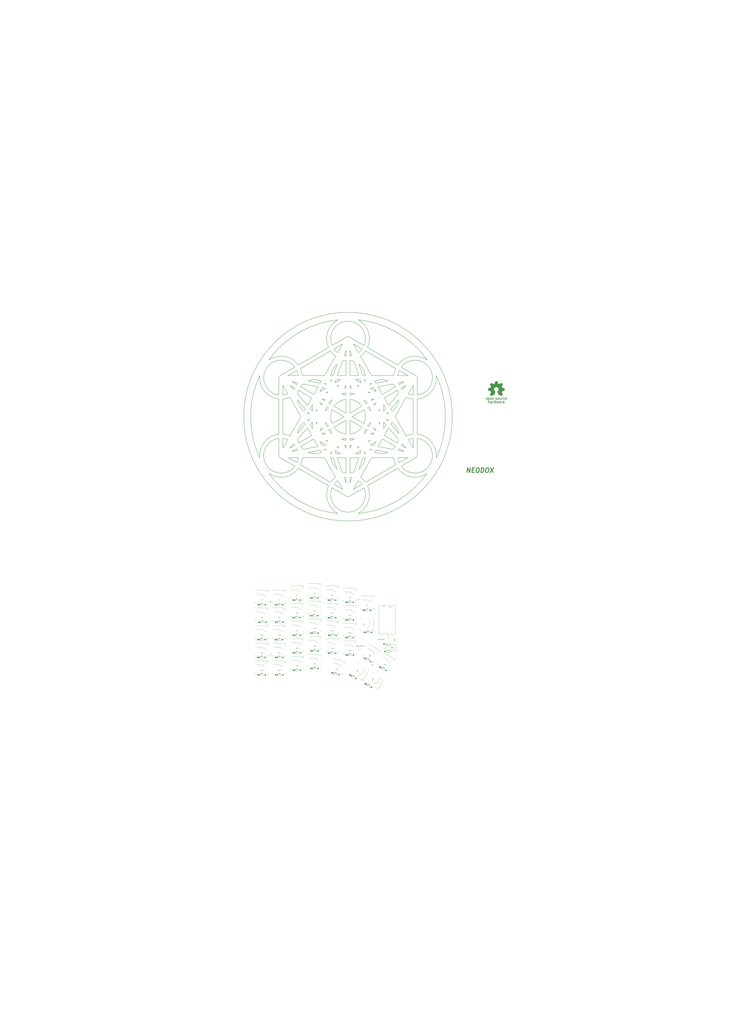
<source format=gto>
G04 #@! TF.GenerationSoftware,KiCad,Pcbnew,(6.0.11)*
G04 #@! TF.CreationDate,2023-02-13T19:32:05+01:00*
G04 #@! TF.ProjectId,neo-redox,6e656f64-6f78-42e6-9b69-6361645f7063,1.0*
G04 #@! TF.SameCoordinates,Original*
G04 #@! TF.FileFunction,Legend,Top*
G04 #@! TF.FilePolarity,Positive*
%FSLAX46Y46*%
G04 Gerber Fmt 4.6, Leading zero omitted, Abs format (unit mm)*
G04 Created by KiCad (PCBNEW (6.0.11)) date 2023-02-13 19:32:05*
%MOMM*%
%LPD*%
G01*
G04 APERTURE LIST*
G04 Aperture macros list*
%AMRotRect*
0 Rectangle, with rotation*
0 The origin of the aperture is its center*
0 $1 length*
0 $2 width*
0 $3 Rotation angle, in degrees counterclockwise*
0 Add horizontal line*
21,1,$1,$2,0,0,$3*%
G04 Aperture macros list end*
%ADD10C,0.180000*%
%ADD11C,0.300000*%
%ADD12C,0.000000*%
%ADD13C,0.135000*%
%ADD14C,1.000000*%
%ADD15C,0.150000*%
%ADD16C,0.200000*%
%ADD17C,0.120000*%
%ADD18R,1.600000X1.600000*%
%ADD19C,1.600000*%
%ADD20RotRect,1.600000X1.600000X150.000000*%
%ADD21RotRect,1.600000X1.600000X165.000000*%
G04 APERTURE END LIST*
D10*
X374322200Y-41130800D02*
X374322200Y-41130800D01*
X96466000Y-268603400D02*
X96466000Y-268603400D01*
X345679600Y39225400D02*
X345679600Y39225400D01*
D11*
X151487068Y155871638D02*
X164348518Y163349288D01*
X143445118Y230470688D02*
X134193868Y225092138D01*
X161082568Y208805288D02*
X165340018Y196428788D01*
X209652568Y114539588D02*
X204435868Y117572888D01*
X86835418Y185946788D02*
X90785968Y181353038D01*
X79010818Y186147788D02*
X79010818Y175405838D01*
X170150968Y137506388D02*
X168292318Y138586838D01*
X67769968Y177768788D02*
X68178124Y177541266D01*
X68589491Y177325037D01*
X69003885Y177120053D01*
X69421125Y176926266D01*
X69841028Y176743626D01*
X70263412Y176572086D01*
X70688094Y176411598D01*
X71114893Y176262113D01*
X71543624Y176123582D01*
X71974107Y175995957D01*
X72406159Y175879191D01*
X72839597Y175773234D01*
X73274240Y175678039D01*
X73709904Y175593557D01*
X74146407Y175519739D01*
X74583568Y175456538D01*
X171649318Y126137888D02*
X171357118Y125287838D01*
D10*
X419751800Y-331150800D02*
X419751800Y-331150800D01*
D11*
X177962818Y139966388D02*
X176815318Y138632138D01*
X132031918Y144902438D02*
X132147718Y144627638D01*
D10*
X373167200Y-30278000D02*
X373167200Y-30278000D01*
D11*
X121435318Y120827288D02*
X125124118Y121542488D01*
X148068268Y66070238D02*
X132074968Y75368588D01*
X224588968Y171152138D02*
X224273949Y171112781D01*
X223958818Y171078038D01*
X130618768Y236174888D02*
X130624635Y235696257D01*
X130642144Y235220702D01*
X130671157Y234748365D01*
X130711535Y234279384D01*
X130763140Y233813902D01*
X130825832Y233352059D01*
X130899473Y232893994D01*
X130983924Y232439850D01*
X131079047Y231989766D01*
X131184703Y231543884D01*
X131300753Y231102343D01*
X131427059Y230665284D01*
X131563482Y230232849D01*
X131709884Y229805177D01*
X131866125Y229382410D01*
X132032068Y228964688D01*
X134193868Y225092138D02*
X134412759Y224796284D01*
X134637272Y224504803D01*
X134867333Y224217780D01*
X135102868Y223935300D01*
X135343802Y223657446D01*
X135590063Y223384303D01*
X135841576Y223115955D01*
X136098268Y222852488D01*
D10*
X32832200Y-203506800D02*
X32832200Y-203506800D01*
D12*
G36*
X310487212Y190349114D02*
G01*
X310492248Y190348740D01*
X310497260Y190348124D01*
X310502239Y190347272D01*
X310507177Y190346191D01*
X310512069Y190344886D01*
X310516906Y190343364D01*
X310521680Y190341631D01*
X310526385Y190339693D01*
X310531012Y190337557D01*
X310535555Y190335228D01*
X310540006Y190332713D01*
X310544357Y190330018D01*
X310548601Y190327149D01*
X310552730Y190324112D01*
X310556738Y190320913D01*
X310560616Y190317559D01*
X310564357Y190314056D01*
X310567954Y190310410D01*
X310571398Y190306626D01*
X310574684Y190302712D01*
X310577803Y190298674D01*
X310580747Y190294517D01*
X310583510Y190290248D01*
X310586084Y190285873D01*
X310588461Y190281399D01*
X310590635Y190276830D01*
X310592596Y190272174D01*
X310594339Y190267437D01*
X310595855Y190262625D01*
X310597137Y190257743D01*
X310598178Y190252799D01*
X311016882Y188003444D01*
X311017940Y187998460D01*
X311019225Y187993459D01*
X311022444Y187983440D01*
X311026484Y187973452D01*
X311031287Y187963560D01*
X311036799Y187953831D01*
X311042962Y187944329D01*
X311049720Y187935120D01*
X311057016Y187926269D01*
X311064795Y187917841D01*
X311072999Y187909901D01*
X311081572Y187902515D01*
X311090459Y187895749D01*
X311099602Y187889666D01*
X311108946Y187884334D01*
X311113675Y187881969D01*
X311118433Y187879817D01*
X311123213Y187877884D01*
X311128007Y187876180D01*
X312635602Y187259039D01*
X312644968Y187254916D01*
X312654901Y187251472D01*
X312665314Y187248701D01*
X312676118Y187246598D01*
X312687227Y187245155D01*
X312698554Y187244368D01*
X312710010Y187244230D01*
X312721509Y187244735D01*
X312732962Y187245877D01*
X312744284Y187247651D01*
X312755385Y187250049D01*
X312766180Y187253067D01*
X312776580Y187256698D01*
X312786498Y187260936D01*
X312795846Y187265776D01*
X312804538Y187271210D01*
X314683741Y188560789D01*
X314687974Y188563546D01*
X314692332Y188566089D01*
X314696807Y188568418D01*
X314701387Y188570534D01*
X314706064Y188572438D01*
X314710828Y188574131D01*
X314715669Y188575614D01*
X314720578Y188576887D01*
X314725546Y188577952D01*
X314730562Y188578809D01*
X314740703Y188579904D01*
X314750924Y188580179D01*
X314761149Y188579641D01*
X314771301Y188578296D01*
X314781303Y188576153D01*
X314791079Y188573217D01*
X314795859Y188571454D01*
X314800553Y188569496D01*
X314805153Y188567343D01*
X314809648Y188564996D01*
X314814030Y188562457D01*
X314818287Y188559726D01*
X314822412Y188556803D01*
X314826395Y188553691D01*
X314830225Y188550389D01*
X314833893Y188546899D01*
X316416499Y186964293D01*
X316419988Y186960625D01*
X316423288Y186956794D01*
X316426397Y186952809D01*
X316429315Y186948682D01*
X316432041Y186944421D01*
X316434574Y186940036D01*
X316439059Y186930933D01*
X316442764Y186921449D01*
X316445683Y186911662D01*
X316447811Y186901647D01*
X316449142Y186891483D01*
X316449669Y186881246D01*
X316449388Y186871014D01*
X316448292Y186860862D01*
X316446375Y186850868D01*
X316443633Y186841109D01*
X316441949Y186836341D01*
X316440058Y186831661D01*
X316437956Y186827079D01*
X316435645Y186822603D01*
X316433122Y186818243D01*
X316430388Y186814010D01*
X315163298Y184967219D01*
X315157848Y184958489D01*
X315153011Y184949125D01*
X315148793Y184939212D01*
X315145199Y184928835D01*
X315142234Y184918079D01*
X315139904Y184907029D01*
X315138214Y184895770D01*
X315137170Y184884387D01*
X315136777Y184872966D01*
X315137041Y184861590D01*
X315137966Y184850347D01*
X315139559Y184839319D01*
X315141825Y184828593D01*
X315144769Y184818254D01*
X315148397Y184808387D01*
X315152714Y184799076D01*
X315819332Y183243855D01*
X315823140Y183234305D01*
X315827821Y183224843D01*
X315833309Y183215524D01*
X315839539Y183206406D01*
X315846443Y183197544D01*
X315853957Y183188995D01*
X315862014Y183180816D01*
X315870547Y183173062D01*
X315879492Y183165791D01*
X315888781Y183159058D01*
X315898349Y183152920D01*
X315908129Y183147433D01*
X315918056Y183142654D01*
X315928063Y183138639D01*
X315938084Y183135444D01*
X315948054Y183133127D01*
X318122795Y182728711D01*
X318127727Y182727647D01*
X318132597Y182726343D01*
X318137399Y182724807D01*
X318142126Y182723047D01*
X318146772Y182721070D01*
X318151332Y182718883D01*
X318155798Y182716494D01*
X318160165Y182713909D01*
X318168576Y182708184D01*
X318176515Y182701766D01*
X318183931Y182694715D01*
X318190776Y182687089D01*
X318196999Y182678947D01*
X318202551Y182670347D01*
X318207381Y182661348D01*
X318209511Y182656718D01*
X318211441Y182652009D01*
X318213166Y182647231D01*
X318214679Y182642389D01*
X318215975Y182637492D01*
X318217047Y182632546D01*
X318217889Y182627560D01*
X318218495Y182622540D01*
X318218857Y182617493D01*
X318218972Y182612428D01*
X318218706Y180374185D01*
X318218580Y180369131D01*
X318218205Y180364092D01*
X318217587Y180359077D01*
X318216733Y180354094D01*
X318215649Y180349149D01*
X318214341Y180344251D01*
X318212816Y180339406D01*
X318211079Y180334624D01*
X318209137Y180329910D01*
X318206997Y180325274D01*
X318204664Y180320721D01*
X318202145Y180316261D01*
X318199446Y180311900D01*
X318196573Y180307646D01*
X318193532Y180303507D01*
X318190330Y180299490D01*
X318186973Y180295603D01*
X318183468Y180291853D01*
X318179819Y180288249D01*
X318176035Y180284797D01*
X318172121Y180281505D01*
X318168082Y180278381D01*
X318163927Y180275432D01*
X318159660Y180272666D01*
X318155287Y180270091D01*
X318150817Y180267713D01*
X318146253Y180265542D01*
X318141604Y180263583D01*
X318136874Y180261846D01*
X318132070Y180260336D01*
X318127199Y180259063D01*
X318122267Y180258033D01*
X316000969Y179863275D01*
X315995975Y179862252D01*
X315990971Y179860996D01*
X315985964Y179859517D01*
X315980962Y179857821D01*
X315971004Y179853807D01*
X315961163Y179849012D01*
X315951501Y179843495D01*
X315942081Y179837313D01*
X315932967Y179830525D01*
X315924222Y179823190D01*
X315915910Y179815364D01*
X315908094Y179807107D01*
X315900837Y179798476D01*
X315894202Y179789530D01*
X315888254Y179780326D01*
X315883055Y179770923D01*
X315878669Y179761379D01*
X315876800Y179756573D01*
X315875159Y179751753D01*
X315212908Y178097446D01*
X315208811Y178088036D01*
X315205395Y178078071D01*
X315202654Y178067636D01*
X315200582Y178056818D01*
X315199170Y178045703D01*
X315198413Y178034378D01*
X315198303Y178022928D01*
X315198835Y178011440D01*
X315200000Y178000000D01*
X315201793Y177988694D01*
X315204206Y177977609D01*
X315207233Y177966831D01*
X315210867Y177956445D01*
X315215101Y177946539D01*
X315219928Y177937198D01*
X315225342Y177928509D01*
X316430386Y176172601D01*
X316433143Y176168368D01*
X316435686Y176164007D01*
X316438015Y176159529D01*
X316440131Y176154944D01*
X316442035Y176150262D01*
X316443728Y176145491D01*
X316445211Y176140641D01*
X316446484Y176135723D01*
X316447549Y176130746D01*
X316448406Y176125719D01*
X316449501Y176115556D01*
X316449776Y176105312D01*
X316449238Y176095062D01*
X316447893Y176084886D01*
X316445750Y176074860D01*
X316442814Y176065061D01*
X316441051Y176060271D01*
X316439093Y176055567D01*
X316436940Y176050959D01*
X316434594Y176046455D01*
X316432054Y176042067D01*
X316429323Y176037803D01*
X316426401Y176033673D01*
X316423289Y176029687D01*
X316419987Y176025855D01*
X316416497Y176022186D01*
X314833626Y174439582D01*
X314829981Y174436115D01*
X314826171Y174432836D01*
X314822207Y174429744D01*
X314818097Y174426841D01*
X314813851Y174424127D01*
X314809480Y174421604D01*
X314800398Y174417133D01*
X314790930Y174413433D01*
X314781153Y174410513D01*
X314771144Y174408379D01*
X314760981Y174407037D01*
X314750743Y174406496D01*
X314740506Y174406761D01*
X314730349Y174407841D01*
X314720349Y174409741D01*
X314710584Y174412469D01*
X314705814Y174414146D01*
X314701132Y174416032D01*
X314696547Y174418129D01*
X314692070Y174420437D01*
X314687710Y174422957D01*
X314683476Y174425690D01*
X312958524Y175609568D01*
X312949853Y175614966D01*
X312940567Y175619699D01*
X312930748Y175623765D01*
X312920482Y175627163D01*
X312909853Y175629891D01*
X312898946Y175631948D01*
X312887846Y175633332D01*
X312876636Y175634042D01*
X312865401Y175634076D01*
X312854226Y175633432D01*
X312843195Y175632110D01*
X312832392Y175630106D01*
X312821903Y175627421D01*
X312811812Y175624052D01*
X312802202Y175619997D01*
X312793160Y175615256D01*
X312032482Y175209121D01*
X312027934Y175206959D01*
X312023348Y175205057D01*
X312018732Y175203414D01*
X312014094Y175202027D01*
X312009442Y175200893D01*
X312004783Y175200008D01*
X312000127Y175199370D01*
X311995480Y175198976D01*
X311990851Y175198823D01*
X311986248Y175198909D01*
X311981677Y175199229D01*
X311977149Y175199782D01*
X311972669Y175200565D01*
X311968247Y175201574D01*
X311963890Y175202806D01*
X311959606Y175204259D01*
X311955404Y175205931D01*
X311951290Y175207817D01*
X311947273Y175209915D01*
X311943360Y175212222D01*
X311939561Y175214735D01*
X311935882Y175217452D01*
X311932331Y175220368D01*
X311928917Y175223483D01*
X311925647Y175226792D01*
X311922530Y175230292D01*
X311919573Y175233982D01*
X311916784Y175237857D01*
X311914171Y175241915D01*
X311911742Y175246153D01*
X311909505Y175250569D01*
X311907467Y175255158D01*
X310339149Y179045050D01*
X310337335Y179049765D01*
X310335762Y179054551D01*
X310334426Y179059399D01*
X310333324Y179064302D01*
X310332454Y179069249D01*
X310331811Y179074231D01*
X310331394Y179079240D01*
X310331199Y179084266D01*
X310331223Y179089301D01*
X310331462Y179094336D01*
X310331915Y179099361D01*
X310332577Y179104367D01*
X310333446Y179109346D01*
X310334519Y179114289D01*
X310335792Y179119186D01*
X310337264Y179124028D01*
X310338929Y179128807D01*
X310340786Y179133513D01*
X310342832Y179138138D01*
X310345063Y179142672D01*
X310347476Y179147107D01*
X310350069Y179151433D01*
X310352838Y179155641D01*
X310355780Y179159722D01*
X310358893Y179163668D01*
X310362172Y179167470D01*
X310365615Y179171117D01*
X310369220Y179174602D01*
X310372982Y179177915D01*
X310376900Y179181048D01*
X310380969Y179183991D01*
X310385187Y179186735D01*
X310575554Y179303283D01*
X310589256Y179312009D01*
X310603885Y179321969D01*
X310619165Y179332946D01*
X310634821Y179344723D01*
X310650575Y179357084D01*
X310666153Y179369809D01*
X310681279Y179382684D01*
X310695675Y179395490D01*
X310821695Y179481749D01*
X310941964Y179575404D01*
X311056153Y179676130D01*
X311163934Y179783601D01*
X311264979Y179897490D01*
X311358960Y180017471D01*
X311445549Y180143218D01*
X311524416Y180274403D01*
X311595235Y180410702D01*
X311657676Y180551787D01*
X311711411Y180697332D01*
X311756113Y180847011D01*
X311791452Y181000497D01*
X311817101Y181157465D01*
X311832731Y181317588D01*
X311838014Y181480539D01*
X311834793Y181607920D01*
X311825235Y181733629D01*
X311809494Y181857510D01*
X311787726Y181979408D01*
X311760087Y182099166D01*
X311726732Y182216630D01*
X311687817Y182331644D01*
X311643498Y182444052D01*
X311593929Y182553700D01*
X311539267Y182660430D01*
X311479667Y182764089D01*
X311415284Y182864520D01*
X311346274Y182961567D01*
X311272793Y183055077D01*
X311194996Y183144892D01*
X311113039Y183230857D01*
X311027077Y183312817D01*
X310937266Y183390617D01*
X310843761Y183464100D01*
X310746717Y183533111D01*
X310646292Y183597496D01*
X310542639Y183657097D01*
X310435914Y183711761D01*
X310326274Y183761330D01*
X310213873Y183805650D01*
X310098867Y183844566D01*
X309981411Y183877921D01*
X309861662Y183905560D01*
X309739775Y183927328D01*
X309615904Y183943069D01*
X309490207Y183952628D01*
X309362837Y183955848D01*
X309235467Y183952628D01*
X309109769Y183943069D01*
X308985896Y183927328D01*
X308864006Y183905560D01*
X308744254Y183877921D01*
X308626795Y183844566D01*
X308511785Y183805650D01*
X308399380Y183761330D01*
X308289734Y183711761D01*
X308183005Y183657097D01*
X308079346Y183597496D01*
X307978915Y183533111D01*
X307881865Y183464100D01*
X307788354Y183390617D01*
X307698537Y183312817D01*
X307612569Y183230857D01*
X307530605Y183144892D01*
X307452802Y183055077D01*
X307379315Y182961567D01*
X307310300Y182864520D01*
X307245911Y182764089D01*
X307186306Y182660430D01*
X307131638Y182553700D01*
X307082065Y182444052D01*
X307037741Y182331644D01*
X306998822Y182216630D01*
X306965464Y182099166D01*
X306937822Y181979408D01*
X306916051Y181857510D01*
X306900309Y181733629D01*
X306890749Y181607920D01*
X306887528Y181480539D01*
X306888856Y181398730D01*
X306892812Y181317588D01*
X306899356Y181237153D01*
X306908446Y181157465D01*
X306920041Y181078566D01*
X306934101Y181000497D01*
X306950583Y180923298D01*
X306969447Y180847011D01*
X306990652Y180771675D01*
X307014157Y180697332D01*
X307039920Y180624022D01*
X307067900Y180551786D01*
X307098057Y180480666D01*
X307130349Y180410701D01*
X307201175Y180274403D01*
X307280048Y180143217D01*
X307366639Y180017471D01*
X307460621Y179897490D01*
X307561663Y179783601D01*
X307669438Y179676130D01*
X307783616Y179575404D01*
X307903869Y179481748D01*
X308029867Y179395490D01*
X308044345Y179382684D01*
X308059523Y179369810D01*
X308075132Y179357084D01*
X308090903Y179344724D01*
X308106569Y179332947D01*
X308121862Y179321970D01*
X308136512Y179312009D01*
X308150253Y179303283D01*
X308340620Y179186735D01*
X308344862Y179183991D01*
X308348952Y179181048D01*
X308352889Y179177915D01*
X308356668Y179174602D01*
X308360288Y179171117D01*
X308363744Y179167470D01*
X308370157Y179159722D01*
X308375881Y179151433D01*
X308380895Y179142672D01*
X308385173Y179133513D01*
X308388692Y179124028D01*
X308391428Y179114289D01*
X308393357Y179104367D01*
X308394456Y179094336D01*
X308394701Y179084266D01*
X308394067Y179074231D01*
X308393413Y179069249D01*
X308392531Y179064302D01*
X308391418Y179059399D01*
X308390069Y179054551D01*
X308388484Y179049765D01*
X308386658Y179045050D01*
X306818209Y175255290D01*
X306816171Y175250700D01*
X306813933Y175246283D01*
X306811502Y175242043D01*
X306808887Y175237983D01*
X306806095Y175234105D01*
X306803135Y175230412D01*
X306800014Y175226908D01*
X306796740Y175223595D01*
X306793322Y175220477D01*
X306789768Y175217556D01*
X306786085Y175214835D01*
X306782281Y175212318D01*
X306778364Y175210007D01*
X306774343Y175207905D01*
X306770226Y175206015D01*
X306766020Y175204341D01*
X306761733Y175202885D01*
X306757373Y175201650D01*
X306752949Y175200639D01*
X306748469Y175199855D01*
X306743939Y175199302D01*
X306739369Y175198981D01*
X306734767Y175198897D01*
X306730139Y175199051D01*
X306725495Y175199448D01*
X306720843Y175200090D01*
X306716190Y175200979D01*
X306711544Y175202120D01*
X306706913Y175203515D01*
X306702306Y175205166D01*
X306697730Y175207078D01*
X306693193Y175209252D01*
X305932516Y175615388D01*
X305923495Y175620127D01*
X305913902Y175624178D01*
X305903821Y175627541D01*
X305893339Y175630219D01*
X305882540Y175632214D01*
X305871508Y175633528D01*
X305860330Y175634164D01*
X305849090Y175634124D01*
X305837873Y175633409D01*
X305826764Y175632021D01*
X305815849Y175629964D01*
X305805212Y175627238D01*
X305794939Y175623847D01*
X305785115Y175619792D01*
X305775824Y175615075D01*
X305767152Y175609699D01*
X304042333Y174425821D01*
X304038087Y174423088D01*
X304033716Y174420568D01*
X304029230Y174418260D01*
X304024638Y174416163D01*
X304019949Y174414277D01*
X304015173Y174412600D01*
X304010321Y174411132D01*
X304005400Y174409872D01*
X304000422Y174408819D01*
X303995396Y174407972D01*
X303985236Y174406893D01*
X303974998Y174406627D01*
X303964760Y174407169D01*
X303954597Y174408510D01*
X303944588Y174410644D01*
X303934808Y174413565D01*
X303930028Y174415317D01*
X303925335Y174417264D01*
X303920737Y174419404D01*
X303916246Y174421735D01*
X303911869Y174424259D01*
X303907617Y174426972D01*
X303903499Y174429875D01*
X303899526Y174432967D01*
X303895706Y174436246D01*
X303892049Y174439712D01*
X302309179Y176022318D01*
X302305701Y176025987D01*
X302302410Y176029819D01*
X302299308Y176033805D01*
X302296396Y176037934D01*
X302293673Y176042198D01*
X302291142Y176046587D01*
X302286657Y176055698D01*
X302282946Y176065192D01*
X302280018Y176074991D01*
X302277879Y176085017D01*
X302276537Y176095194D01*
X302275997Y176105443D01*
X302276267Y176115688D01*
X302277354Y176125851D01*
X302279265Y176135855D01*
X302282007Y176145622D01*
X302283692Y176150393D01*
X302285587Y176155076D01*
X302287694Y176159661D01*
X302290012Y176164139D01*
X302292544Y176168499D01*
X302295289Y176172733D01*
X303500201Y177928641D01*
X303505660Y177937330D01*
X303510524Y177946671D01*
X303514787Y177956577D01*
X303518443Y177966962D01*
X303521485Y177977740D01*
X303523909Y177988826D01*
X303525707Y178000131D01*
X303526874Y178011571D01*
X303527404Y178023059D01*
X303527291Y178034509D01*
X303526529Y178045834D01*
X303525111Y178056949D01*
X303523032Y178067767D01*
X303520286Y178078202D01*
X303516867Y178088167D01*
X303512769Y178097577D01*
X302850517Y179751884D01*
X302848886Y179756704D01*
X302847025Y179761511D01*
X302842647Y179771055D01*
X302837447Y179780458D01*
X302831490Y179789662D01*
X302824840Y179798608D01*
X302817563Y179807239D01*
X302809724Y179815496D01*
X302801387Y179823322D01*
X302792618Y179830657D01*
X302783481Y179837445D01*
X302774041Y179843626D01*
X302764364Y179849143D01*
X302754514Y179853938D01*
X302744555Y179857952D01*
X302734554Y179861127D01*
X302729558Y179862382D01*
X302724575Y179863406D01*
X300603278Y180258164D01*
X300598334Y180259194D01*
X300593453Y180260467D01*
X300588641Y180261976D01*
X300583903Y180263714D01*
X300579248Y180265673D01*
X300574679Y180267844D01*
X300570204Y180270222D01*
X300565829Y180272797D01*
X300561560Y180275563D01*
X300557404Y180278512D01*
X300549451Y180284928D01*
X300542022Y180291985D01*
X300535165Y180299622D01*
X300528929Y180307778D01*
X300523365Y180316392D01*
X300518521Y180325405D01*
X300514447Y180334755D01*
X300512714Y180339538D01*
X300511192Y180344382D01*
X300509887Y180349281D01*
X300508806Y180354225D01*
X300507954Y180359209D01*
X300507338Y180364224D01*
X300506964Y180369262D01*
X300506838Y180374317D01*
X300506705Y182612559D01*
X300506831Y182617613D01*
X300507204Y182622648D01*
X300507819Y182627658D01*
X300508668Y182632635D01*
X300509747Y182637571D01*
X300511048Y182642460D01*
X300512567Y182647294D01*
X300514296Y182652065D01*
X300516229Y182656766D01*
X300518362Y182661391D01*
X300520686Y182665931D01*
X300523197Y182670379D01*
X300525889Y182674728D01*
X300528754Y182678970D01*
X300531787Y182683099D01*
X300534983Y182687106D01*
X300538334Y182690984D01*
X300541835Y182694726D01*
X300545479Y182698325D01*
X300549261Y182701773D01*
X300553174Y182705063D01*
X300557213Y182708188D01*
X300561371Y182711140D01*
X300565641Y182713911D01*
X300570019Y182716495D01*
X300574498Y182718884D01*
X300579071Y182721071D01*
X300583733Y182723048D01*
X300588478Y182724807D01*
X300593299Y182726343D01*
X300598190Y182727647D01*
X300603146Y182728711D01*
X302777757Y183133127D01*
X302782754Y183134173D01*
X302787771Y183135444D01*
X302797829Y183138639D01*
X302807865Y183142654D01*
X302817812Y183147433D01*
X302827606Y183152920D01*
X302837181Y183159058D01*
X302846471Y183165791D01*
X302855412Y183173062D01*
X302863937Y183180816D01*
X302871981Y183188995D01*
X302879478Y183197544D01*
X302886364Y183206406D01*
X302892572Y183215524D01*
X302898037Y183224843D01*
X302902693Y183234305D01*
X302904698Y183239073D01*
X302906476Y183243855D01*
X303573226Y184799076D01*
X303577520Y184808387D01*
X303581128Y184818254D01*
X303584056Y184828593D01*
X303586309Y184839319D01*
X303587893Y184850347D01*
X303588814Y184861590D01*
X303589077Y184872966D01*
X303588688Y184884387D01*
X303587652Y184895770D01*
X303585976Y184907029D01*
X303583665Y184918079D01*
X303580724Y184928835D01*
X303577159Y184939212D01*
X303572975Y184949125D01*
X303568179Y184958489D01*
X303562775Y184967219D01*
X302295553Y186814010D01*
X302292796Y186818243D01*
X302290255Y186822603D01*
X302287927Y186827079D01*
X302285813Y186831661D01*
X302283912Y186836341D01*
X302282222Y186841109D01*
X302280743Y186845954D01*
X302279474Y186850868D01*
X302278413Y186855840D01*
X302277560Y186860862D01*
X302276473Y186871014D01*
X302276206Y186881246D01*
X302276751Y186891483D01*
X302278101Y186901647D01*
X302280248Y186911662D01*
X302283184Y186921449D01*
X302284946Y186926234D01*
X302286903Y186930933D01*
X302289053Y186935537D01*
X302291395Y186940036D01*
X302293930Y186944421D01*
X302296655Y186948682D01*
X302299570Y186952809D01*
X302302673Y186956794D01*
X302305965Y186960625D01*
X302309444Y186964293D01*
X303892182Y188546898D01*
X303895839Y188550389D01*
X303899659Y188553690D01*
X303903632Y188556803D01*
X303907750Y188559725D01*
X303912002Y188562457D01*
X303916379Y188564996D01*
X303925468Y188569495D01*
X303934941Y188573216D01*
X303944721Y188576152D01*
X303954731Y188578296D01*
X303964893Y188579640D01*
X303975132Y188580179D01*
X303985369Y188579904D01*
X303995529Y188578809D01*
X304005534Y188576887D01*
X304015307Y188574131D01*
X304020082Y188572438D01*
X304024771Y188570534D01*
X304029363Y188568418D01*
X304033850Y188566089D01*
X304038221Y188563546D01*
X304042466Y188560789D01*
X305921536Y187271210D01*
X305930205Y187265775D01*
X305939533Y187260936D01*
X305949434Y187256698D01*
X305959820Y187253067D01*
X305970604Y187250049D01*
X305981698Y187247651D01*
X305993014Y187245877D01*
X306004466Y187244735D01*
X306015967Y187244230D01*
X306027428Y187244368D01*
X306038762Y187245155D01*
X306049882Y187246597D01*
X306060700Y187248701D01*
X306071130Y187251472D01*
X306081083Y187254916D01*
X306090473Y187259039D01*
X307598201Y187876180D01*
X307607797Y187879817D01*
X307617300Y187884334D01*
X307626655Y187889666D01*
X307635804Y187895749D01*
X307644694Y187902515D01*
X307653267Y187909901D01*
X307661468Y187917841D01*
X307669241Y187926269D01*
X307676530Y187935120D01*
X307683280Y187944329D01*
X307689435Y187953831D01*
X307694939Y187963560D01*
X307699735Y187973452D01*
X307703769Y187983440D01*
X307706984Y187993459D01*
X307709325Y188003444D01*
X308127897Y190252799D01*
X308128937Y190257743D01*
X308130220Y190262625D01*
X308131736Y190267437D01*
X308133478Y190272174D01*
X308135440Y190276830D01*
X308137612Y190281399D01*
X308139989Y190285873D01*
X308142562Y190290248D01*
X308145324Y190294517D01*
X308148268Y190298674D01*
X308154669Y190306626D01*
X308161706Y190314056D01*
X308169320Y190320913D01*
X308177450Y190327149D01*
X308186036Y190332713D01*
X308195019Y190337557D01*
X308199640Y190339693D01*
X308204338Y190341631D01*
X308209105Y190343364D01*
X308213934Y190344886D01*
X308218817Y190346191D01*
X308223747Y190347272D01*
X308228716Y190348124D01*
X308233717Y190348740D01*
X308238742Y190349114D01*
X308243783Y190349240D01*
X310482158Y190349240D01*
X310487212Y190349114D01*
G37*
D11*
X162556768Y96760988D02*
X162877319Y97091669D01*
X163189744Y97429928D01*
X163493887Y97775607D01*
X163789592Y98128549D01*
X164076701Y98488597D01*
X164355060Y98855594D01*
X164624511Y99229383D01*
X164884899Y99609806D01*
X165136067Y99996707D01*
X165377859Y100389928D01*
X165610119Y100789313D01*
X165832690Y101194704D01*
X166045417Y101605944D01*
X166248143Y102022876D01*
X166440712Y102445343D01*
X166622968Y102873188D01*
X126299668Y68054888D02*
X126306920Y68640467D01*
X126328563Y69222644D01*
X126364427Y69801244D01*
X126414340Y70376093D01*
X126478132Y70947016D01*
X126555632Y71513838D01*
X126646670Y72076385D01*
X126751074Y72634481D01*
X126868674Y73187953D01*
X126999299Y73736625D01*
X127142778Y74280323D01*
X127298942Y74818873D01*
X127467618Y75352098D01*
X127648637Y75879826D01*
X127841827Y76401880D01*
X128047018Y76918088D01*
X155447968Y92269088D02*
X160795168Y107813888D01*
X74691868Y171078338D02*
X74379974Y171112470D01*
X74068186Y171151114D01*
X74026618Y171156638D01*
X203843968Y176683688D02*
X203768902Y177057447D01*
X203686108Y177430409D01*
X203595555Y177802459D01*
X203497213Y178173478D01*
X203391049Y178543352D01*
X203277033Y178911964D01*
X203155133Y179279196D01*
X203025319Y179644934D01*
X202887559Y180009059D01*
X202741822Y180371457D01*
X202640218Y180612038D01*
D10*
X478959800Y20752800D02*
X478959800Y20752800D01*
X325814600Y21214600D02*
X325814600Y21214600D01*
D11*
X156288568Y127582238D02*
X156004319Y127694184D01*
X155717757Y127801562D01*
X155428926Y127904328D01*
X155137868Y128002439D01*
X154844626Y128095852D01*
X154549243Y128184522D01*
X154251761Y128268407D01*
X153952224Y128347463D01*
X153650674Y128421645D01*
X153347154Y128490912D01*
X153041707Y128555219D01*
X152734376Y128614523D01*
X152425204Y128668781D01*
X152114233Y128717948D01*
X151801507Y128761981D01*
X151487068Y128800838D01*
X86535418Y173023238D02*
X86212218Y172879005D01*
X85887033Y172739855D01*
X85559927Y172605803D01*
X85230964Y172476862D01*
X84900207Y172353044D01*
X84567721Y172234364D01*
X84233568Y172120833D01*
X83897813Y172012467D01*
X83560519Y171909278D01*
X83221751Y171811280D01*
X82995118Y171748838D01*
X187725118Y139151888D02*
X190178368Y143430938D01*
X118974418Y136968638D02*
X121832068Y138629888D01*
X136098268Y138790088D02*
X136426618Y138467309D01*
X136762498Y138152705D01*
X137105750Y137846433D01*
X137456218Y137548652D01*
X137813745Y137259521D01*
X138178175Y136979197D01*
X138549351Y136707839D01*
X138927118Y136445606D01*
X139311318Y136192656D01*
X139701795Y135949148D01*
X140098393Y135715239D01*
X140500955Y135491088D01*
X140909325Y135276854D01*
X141323346Y135072696D01*
X141742863Y134878771D01*
X142167718Y134695238D01*
D13*
X-126264050Y524554150D02*
X-126264050Y524554150D01*
D11*
X210096268Y214222388D02*
X210113968Y214232588D01*
D13*
X-206994350Y520571050D02*
X-206994350Y520571050D01*
D11*
X213785818Y107814038D02*
X203038768Y107813888D01*
X174084868Y171007238D02*
X174657118Y169342988D01*
X162285268Y192079388D02*
X157361218Y192079388D01*
X223835668Y109254638D02*
X223704403Y108954178D01*
X223528742Y108675270D01*
X223310155Y108423744D01*
X223050112Y108205431D01*
X222883468Y108097838D01*
X131698168Y133781138D02*
X131652451Y134084927D01*
X131601635Y134388473D01*
X131545703Y134691718D01*
X131484638Y134994600D01*
X131418424Y135297060D01*
X131347046Y135599039D01*
X131270487Y135900476D01*
X131188730Y136201313D01*
X131101760Y136501488D01*
X131009559Y136800942D01*
X130912112Y137099616D01*
X130809403Y137397450D01*
X130701416Y137694384D01*
X130588133Y137990358D01*
X130469539Y138285312D01*
X130345618Y138579188D01*
X110929768Y165078038D02*
X108470968Y160789238D01*
D10*
X323042600Y-48058000D02*
X323042600Y-48058000D01*
X29017400Y-223345400D02*
X29017400Y-223345400D01*
D11*
X181696318Y119958038D02*
X197728618Y116850938D01*
D10*
X362161800Y-370888800D02*
X362161800Y-370888800D01*
X370273000Y-311484600D02*
X370273000Y-311484600D01*
D11*
X145025368Y152114738D02*
X132149218Y159600938D01*
D10*
X358614800Y-9727200D02*
X358614800Y-9727200D01*
D11*
X128496418Y137504138D02*
X131698168Y133781138D01*
X138157618Y119646788D02*
X137290618Y119478638D01*
X127282018Y125298038D02*
X126993118Y126138638D01*
X131712868Y170460788D02*
X128499118Y166723838D01*
X67665868Y126407738D02*
X67258371Y126163957D01*
X66859248Y125911487D01*
X66468549Y125650519D01*
X66086325Y125381243D01*
X65712629Y125103850D01*
X65347511Y124818532D01*
X64991024Y124525478D01*
X64643218Y124224881D01*
X64304144Y123916931D01*
X63973855Y123601819D01*
X63652401Y123279736D01*
X63339835Y122950873D01*
X63036207Y122615420D01*
X62741568Y122273570D01*
X62455972Y121925512D01*
X62179468Y121571438D01*
X65597818Y174030938D02*
X65517568Y174074888D01*
X106465918Y113504738D02*
X106751870Y113397262D01*
X107039449Y113294499D01*
X107328589Y113196459D01*
X107619226Y113103152D01*
X107911293Y113014588D01*
X108204726Y112930778D01*
X108322468Y112898588D01*
D10*
X126032400Y-247359800D02*
X126032400Y-247359800D01*
D11*
X192458368Y156821438D02*
X190996918Y155121938D01*
D10*
X154905800Y-263985200D02*
X154905800Y-263985200D01*
D11*
X151487068Y107813888D02*
X151487068Y91366238D01*
X162556918Y165435038D02*
X162228542Y165757791D01*
X161892644Y166072377D01*
X161549378Y166378636D01*
X161198902Y166676409D01*
X160841369Y166965538D01*
X160476937Y167245862D01*
X160105759Y167517223D01*
X159727993Y167779463D01*
X159343792Y168032420D01*
X158953314Y168275938D01*
X158556713Y168509856D01*
X158154146Y168734016D01*
X157745767Y168948258D01*
X157331732Y169152423D01*
X156912197Y169346353D01*
X156487318Y169529888D01*
X74583568Y175456538D02*
X74691868Y175442738D01*
X147167968Y86772488D02*
X146855476Y86733803D01*
X146544659Y86690052D01*
X146235563Y86641265D01*
X145928238Y86587473D01*
X145622731Y86528707D01*
X145319090Y86464998D01*
X145198168Y86438138D01*
D10*
X317730000Y-53830600D02*
X317730000Y-53830600D01*
X74291000Y-246436200D02*
X74291000Y-246436200D01*
D11*
X150572818Y66061388D02*
X150294919Y65893425D01*
X149992018Y65768438D01*
X149668191Y65690475D01*
X149327518Y65663588D01*
X212294668Y210493838D02*
X212245768Y210466838D01*
X142380568Y176647238D02*
X142664603Y176535452D01*
X142950864Y176428217D01*
X143239306Y176325577D01*
X143529886Y176227577D01*
X143822562Y176134261D01*
X144117290Y176045673D01*
X144414027Y175961856D01*
X144712730Y175882856D01*
X145013356Y175808716D01*
X145315862Y175739481D01*
X145620206Y175675195D01*
X145926343Y175615901D01*
X146234230Y175561644D01*
X146543826Y175512468D01*
X146855086Y175468418D01*
X147167968Y175429538D01*
D12*
G36*
X316242363Y167931887D02*
G01*
X316254993Y168002579D01*
X316270139Y168069915D01*
X316287694Y168133956D01*
X316307551Y168194760D01*
X316329605Y168252387D01*
X316353748Y168306896D01*
X316379875Y168358346D01*
X316407879Y168406796D01*
X316437653Y168452306D01*
X316469092Y168494934D01*
X316502089Y168534740D01*
X316536538Y168571784D01*
X316572331Y168606123D01*
X316609364Y168637818D01*
X316647529Y168666928D01*
X316686721Y168693512D01*
X316726832Y168717629D01*
X316767757Y168739338D01*
X316809388Y168758698D01*
X316851621Y168775770D01*
X316894347Y168790611D01*
X316937462Y168803281D01*
X316980859Y168813840D01*
X317024430Y168822346D01*
X317111674Y168833437D01*
X317198342Y168837029D01*
X317247311Y168835895D01*
X317295798Y168832513D01*
X317343733Y168826913D01*
X317391043Y168819124D01*
X317437661Y168809177D01*
X317483514Y168797103D01*
X317528533Y168782930D01*
X317572648Y168766689D01*
X317615788Y168748410D01*
X317657883Y168728123D01*
X317698863Y168705859D01*
X317738657Y168681646D01*
X317777195Y168655515D01*
X317814407Y168627496D01*
X317850223Y168597619D01*
X317884571Y168565914D01*
X317917383Y168532411D01*
X317948587Y168497140D01*
X317978113Y168460132D01*
X318005891Y168421415D01*
X318031852Y168381020D01*
X318055923Y168338978D01*
X318078036Y168295318D01*
X318098119Y168250070D01*
X318116103Y168203264D01*
X318131917Y168154930D01*
X318145491Y168105098D01*
X318156755Y168053799D01*
X318165638Y168001061D01*
X318172070Y167946916D01*
X318175981Y167891393D01*
X318177300Y167834523D01*
X318177300Y167440690D01*
X316697089Y167440690D01*
X316697784Y167404814D01*
X316699850Y167370063D01*
X316703262Y167336438D01*
X316707990Y167303939D01*
X316714008Y167272568D01*
X316721288Y167242326D01*
X316729803Y167213213D01*
X316739526Y167185231D01*
X316750428Y167158380D01*
X316762484Y167132661D01*
X316775665Y167108075D01*
X316789944Y167084623D01*
X316805294Y167062307D01*
X316821687Y167041126D01*
X316839096Y167021082D01*
X316857493Y167002176D01*
X316876852Y166984409D01*
X316897144Y166967781D01*
X316918343Y166952293D01*
X316940421Y166937948D01*
X316963351Y166924744D01*
X316987104Y166912684D01*
X317011655Y166901768D01*
X317036976Y166891997D01*
X317063038Y166883372D01*
X317089816Y166875895D01*
X317117281Y166869565D01*
X317145405Y166864384D01*
X317174163Y166860352D01*
X317203526Y166857472D01*
X317233467Y166855743D01*
X317263958Y166855166D01*
X317298316Y166856147D01*
X317332908Y166859066D01*
X317367630Y166863890D01*
X317402381Y166870586D01*
X317437055Y166879121D01*
X317471550Y166889462D01*
X317505762Y166901574D01*
X317539588Y166915425D01*
X317572924Y166930981D01*
X317605666Y166948209D01*
X317637711Y166967076D01*
X317668956Y166987548D01*
X317699298Y167009593D01*
X317728631Y167033176D01*
X317756855Y167058264D01*
X317783863Y167084824D01*
X318130600Y166789550D01*
X318085863Y166740456D01*
X318039565Y166695027D01*
X317991788Y166653193D01*
X317942613Y166614887D01*
X317892122Y166580040D01*
X317840398Y166548583D01*
X317787523Y166520447D01*
X317733578Y166495564D01*
X317678645Y166473865D01*
X317622807Y166455282D01*
X317566145Y166439747D01*
X317508742Y166427189D01*
X317450679Y166417542D01*
X317392038Y166410736D01*
X317332902Y166406702D01*
X317273352Y166405373D01*
X317181198Y166408244D01*
X317088127Y166417350D01*
X316995086Y166433431D01*
X316903022Y166457230D01*
X316812883Y166489486D01*
X316768830Y166509017D01*
X316725614Y166530941D01*
X316683352Y166555349D01*
X316642162Y166582335D01*
X316602164Y166611990D01*
X316563475Y166644409D01*
X316526215Y166679682D01*
X316490500Y166717904D01*
X316456450Y166759166D01*
X316424182Y166803561D01*
X316393816Y166851181D01*
X316365470Y166902120D01*
X316339261Y166956470D01*
X316315309Y167014323D01*
X316293731Y167075773D01*
X316274647Y167140911D01*
X316258173Y167209830D01*
X316244430Y167282624D01*
X316233535Y167359384D01*
X316225606Y167440203D01*
X316220761Y167525173D01*
X316219120Y167614388D01*
X316220626Y167699091D01*
X316225073Y167780203D01*
X316230158Y167834391D01*
X316697089Y167834391D01*
X317699595Y167834391D01*
X317697733Y167867718D01*
X317694765Y167900053D01*
X317690713Y167931391D01*
X317685599Y167961729D01*
X317679444Y167991062D01*
X317672269Y168019386D01*
X317664096Y168046696D01*
X317654947Y168072989D01*
X317644843Y168098259D01*
X317633805Y168122503D01*
X317621855Y168145716D01*
X317609015Y168167893D01*
X317595306Y168189031D01*
X317580749Y168209125D01*
X317565367Y168228171D01*
X317549180Y168246165D01*
X317532210Y168263101D01*
X317514479Y168278976D01*
X317496008Y168293786D01*
X317476818Y168307526D01*
X317456932Y168320191D01*
X317436370Y168331778D01*
X317415155Y168342282D01*
X317393307Y168351698D01*
X317370848Y168360024D01*
X317347800Y168367253D01*
X317324185Y168373381D01*
X317300023Y168378406D01*
X317275336Y168382321D01*
X317250146Y168385123D01*
X317224474Y168386807D01*
X317198342Y168387370D01*
X317172196Y168386807D01*
X317146487Y168385123D01*
X317121237Y168382321D01*
X317096471Y168378406D01*
X317072213Y168373382D01*
X317048487Y168367253D01*
X317025316Y168360024D01*
X317002726Y168351699D01*
X316980739Y168342282D01*
X316959381Y168331778D01*
X316938675Y168320192D01*
X316918645Y168307526D01*
X316899315Y168293787D01*
X316880710Y168278977D01*
X316862853Y168263102D01*
X316845768Y168246165D01*
X316829480Y168228172D01*
X316814013Y168209126D01*
X316799389Y168189032D01*
X316785635Y168167894D01*
X316772773Y168145717D01*
X316760828Y168122504D01*
X316749824Y168098260D01*
X316739784Y168072990D01*
X316730734Y168046697D01*
X316722696Y168019387D01*
X316715695Y167991063D01*
X316709756Y167961730D01*
X316704901Y167931392D01*
X316701156Y167900053D01*
X316698544Y167867718D01*
X316697089Y167834391D01*
X316230158Y167834391D01*
X316232354Y167857782D01*
X316242363Y167931887D01*
G37*
D10*
X74291000Y-281534200D02*
X74291000Y-281534200D01*
D11*
X115248868Y157940288D02*
X115825168Y158610188D01*
X121433068Y183397838D02*
X118971568Y179104838D01*
X133044568Y252572288D02*
X133337725Y252862310D01*
X133636084Y253147103D01*
X133939571Y253426590D01*
X134248111Y253700695D01*
X134561629Y253969342D01*
X134880051Y254232455D01*
X135203301Y254489958D01*
X135531305Y254741775D01*
X135863988Y254987830D01*
X136201276Y255228046D01*
X136543094Y255462349D01*
X136889368Y255690661D01*
X137240021Y255912907D01*
X137594980Y256129011D01*
X137954171Y256338896D01*
X138317518Y256542488D01*
X254319718Y152115038D02*
X254309434Y153598518D01*
X254278676Y155077040D01*
X254227578Y156550472D01*
X254156279Y158018679D01*
X254064915Y159481528D01*
X253953622Y160938885D01*
X253822537Y162390615D01*
X253671797Y163836586D01*
X253501539Y165276663D01*
X253311900Y166710713D01*
X253103015Y168138602D01*
X252875022Y169560196D01*
X252628058Y170975362D01*
X252362260Y172383965D01*
X252077763Y173785873D01*
X251774705Y175180950D01*
X251453223Y176569064D01*
X251113452Y177950080D01*
X250755531Y179323866D01*
X250379595Y180690287D01*
X249985782Y182049209D01*
X249574228Y183400498D01*
X249145070Y184744022D01*
X248698444Y186079645D01*
X248234488Y187407235D01*
X247753337Y188726658D01*
X247255130Y190037779D01*
X246740001Y191340466D01*
X246208089Y192634584D01*
X245659530Y193919999D01*
X245094461Y195196578D01*
X244513018Y196464188D01*
D10*
X353533200Y25371000D02*
X353533200Y25371000D01*
X356536000Y-42516200D02*
X356536000Y-42516200D01*
X387719400Y40610800D02*
X387719400Y40610800D01*
D11*
X132031918Y102873188D02*
X132214249Y102445343D01*
X132406878Y102022876D01*
X132609649Y101605944D01*
X132822408Y101194704D01*
X133045001Y100789313D01*
X133277271Y100389928D01*
X133519066Y99996707D01*
X133770230Y99609806D01*
X134030608Y99229383D01*
X134300046Y98855594D01*
X134578390Y98488597D01*
X134865483Y98128549D01*
X135161172Y97775607D01*
X135465303Y97429928D01*
X135777719Y97091669D01*
X136098268Y96760988D01*
X226446268Y212346188D02*
X226003260Y212459998D01*
X225557728Y212563005D01*
X225109883Y212655151D01*
X224659934Y212736380D01*
X224208093Y212806634D01*
X223754571Y212865858D01*
X223299577Y212913995D01*
X222843324Y212950988D01*
X222386021Y212976779D01*
X221927879Y212991313D01*
X221469110Y212994534D01*
X221009923Y212986383D01*
X220550530Y212966805D01*
X220091140Y212935742D01*
X219631966Y212893139D01*
X219173218Y212838938D01*
D10*
X372936200Y14980000D02*
X372936200Y14980000D01*
D11*
X115248868Y143938988D02*
X115825168Y145614638D01*
X136098268Y207468488D02*
X135777719Y207137779D01*
X135465303Y206799497D01*
X135161172Y206453798D01*
X134865483Y206100839D01*
X134578390Y205740776D01*
X134300046Y205373767D01*
X134030608Y204999969D01*
X133770230Y204619538D01*
X133519066Y204232630D01*
X133277271Y203839404D01*
X133045001Y203440017D01*
X132822408Y203034623D01*
X132609649Y202623382D01*
X132406878Y202206449D01*
X132214249Y201783982D01*
X132031918Y201356138D01*
D10*
X312044400Y-160118400D02*
X312044400Y-160118400D01*
D11*
X203938918Y170170988D02*
X195443668Y160292588D01*
X159321268Y118290188D02*
X161363068Y119477138D01*
X97888468Y203984138D02*
X98047296Y203634785D01*
X98200276Y203283044D01*
X98347387Y202928992D01*
X98488611Y202572707D01*
X98623928Y202214269D01*
X98753319Y201853756D01*
X98876764Y201491247D01*
X98994244Y201126820D01*
X99105740Y200760554D01*
X99211233Y200392528D01*
X99278218Y200146238D01*
X203957368Y134032688D02*
X203906441Y134339645D01*
X203850559Y134645664D01*
X203789732Y134950689D01*
X203723970Y135254659D01*
X203653283Y135557516D01*
X203577682Y135859204D01*
X203546068Y135979538D01*
D10*
X473878000Y26756400D02*
X473878000Y26756400D01*
D11*
X168036418Y152112488D02*
X168030550Y152591194D01*
X168013040Y153066808D01*
X167984027Y153539190D01*
X167943647Y154008202D01*
X167892041Y154473702D01*
X167829345Y154935554D01*
X167755700Y155393616D01*
X167671243Y155847750D01*
X167576112Y156297816D01*
X167470446Y156743676D01*
X167354383Y157185189D01*
X167228063Y157622217D01*
X167091623Y158054620D01*
X166945201Y158482259D01*
X166788936Y158904995D01*
X166622968Y159322688D01*
X151487068Y133395038D02*
X151815301Y133435730D01*
X152141673Y133482061D01*
X152466134Y133533982D01*
X152788634Y133591444D01*
X153109122Y133654397D01*
X153427547Y133722792D01*
X153743861Y133796580D01*
X154058011Y133875713D01*
X154369949Y133960139D01*
X154679623Y134049811D01*
X154986983Y134144679D01*
X155291979Y134244694D01*
X155594561Y134349806D01*
X155894678Y134459967D01*
X156192281Y134575127D01*
X156487318Y134695238D01*
D10*
X480576600Y38994600D02*
X480576600Y38994600D01*
D11*
X190996918Y155121938D02*
X191312968Y155223877D01*
X191627977Y155331717D01*
X191941868Y155445492D01*
X192254565Y155565237D01*
X192565993Y155690986D01*
X192876077Y155822774D01*
X192999718Y155877188D01*
X210176518Y89971088D02*
X210103018Y90011138D01*
X168036418Y68054888D02*
X168030550Y68533518D01*
X168013040Y69009073D01*
X167984027Y69481410D01*
X167943647Y69950391D01*
X167892041Y70415873D01*
X167829345Y70877716D01*
X167755700Y71335781D01*
X167671243Y71789925D01*
X167576112Y72240009D01*
X167470446Y72685891D01*
X167354383Y73127432D01*
X167228063Y73564491D01*
X167091623Y73996926D01*
X166945201Y74424598D01*
X166788936Y74847365D01*
X166622968Y75265088D01*
X128047018Y227311688D02*
X127841827Y227827895D01*
X127648637Y228349949D01*
X127467618Y228877677D01*
X127298942Y229410902D01*
X127142778Y229949452D01*
X126999299Y230493150D01*
X126868674Y231041822D01*
X126751074Y231595294D01*
X126646670Y232153390D01*
X126555632Y232715937D01*
X126478132Y233282759D01*
X126414340Y233853682D01*
X126364427Y234428531D01*
X126328563Y235007131D01*
X126306920Y235589308D01*
X126299668Y236174888D01*
X133301518Y196428788D02*
X137552668Y208789088D01*
D12*
G36*
X302571542Y167201941D02*
G01*
X302575377Y167236536D01*
X302580741Y167270656D01*
X302587632Y167304253D01*
X302596047Y167337277D01*
X302605984Y167369679D01*
X302617440Y167401410D01*
X302630412Y167432422D01*
X302644899Y167462664D01*
X302660897Y167492090D01*
X302678404Y167520648D01*
X302697417Y167548291D01*
X302717934Y167574969D01*
X302739952Y167600634D01*
X302763469Y167625236D01*
X302788482Y167648726D01*
X302814988Y167671056D01*
X302842985Y167692177D01*
X302872471Y167712038D01*
X302903442Y167730593D01*
X302935896Y167747791D01*
X302969832Y167763583D01*
X303005245Y167777921D01*
X303042133Y167790756D01*
X303080495Y167802038D01*
X303120327Y167811719D01*
X303161626Y167819750D01*
X303204391Y167826081D01*
X303248619Y167830664D01*
X303294306Y167833450D01*
X303341452Y167834389D01*
X304002116Y167834389D01*
X304002116Y168082699D01*
X304000401Y168123161D01*
X303998244Y168142148D01*
X303995207Y168160322D01*
X303991281Y168177695D01*
X303986457Y168194278D01*
X303980725Y168210085D01*
X303974076Y168225125D01*
X303966501Y168239412D01*
X303957990Y168252958D01*
X303948533Y168265773D01*
X303938122Y168277871D01*
X303926747Y168289262D01*
X303914398Y168299960D01*
X303901066Y168309975D01*
X303886741Y168319319D01*
X303871415Y168328006D01*
X303855077Y168336045D01*
X303819330Y168350232D01*
X303779425Y168361976D01*
X303735286Y168371371D01*
X303686838Y168378512D01*
X303634005Y168383495D01*
X303576713Y168386416D01*
X303514886Y168387368D01*
X303469840Y168386806D01*
X303427723Y168385079D01*
X303388391Y168382126D01*
X303351700Y168377886D01*
X303334300Y168375265D01*
X303317507Y168372298D01*
X303301302Y168368980D01*
X303285667Y168365302D01*
X303270585Y168361256D01*
X303256038Y168356835D01*
X303242007Y168352031D01*
X303228474Y168346837D01*
X303215422Y168341244D01*
X303202833Y168335247D01*
X303190689Y168328835D01*
X303178971Y168322003D01*
X303167662Y168314743D01*
X303156743Y168307046D01*
X303146197Y168298905D01*
X303136006Y168290313D01*
X303126152Y168281261D01*
X303116617Y168271743D01*
X303107382Y168261751D01*
X303098431Y168251277D01*
X303089744Y168240313D01*
X303081304Y168228852D01*
X303073094Y168216886D01*
X303065094Y168204407D01*
X302690312Y168490159D01*
X302725504Y168535780D01*
X302762583Y168577755D01*
X302801570Y168616182D01*
X302842486Y168651158D01*
X302885352Y168682778D01*
X302930188Y168711141D01*
X302977014Y168736342D01*
X303025853Y168758480D01*
X303076724Y168777650D01*
X303129648Y168793949D01*
X303184646Y168807475D01*
X303241738Y168818325D01*
X303300946Y168826595D01*
X303362290Y168832382D01*
X303425791Y168835783D01*
X303491470Y168836896D01*
X303599085Y168834542D01*
X303702096Y168827294D01*
X303800180Y168814869D01*
X303847274Y168806629D01*
X303893014Y168796989D01*
X303937362Y168785914D01*
X303980276Y168773370D01*
X304021716Y168759322D01*
X304061642Y168743733D01*
X304100013Y168726570D01*
X304136790Y168707797D01*
X304171932Y168687378D01*
X304205398Y168665280D01*
X304237149Y168641465D01*
X304267143Y168615901D01*
X304295341Y168588550D01*
X304321702Y168559379D01*
X304346186Y168528352D01*
X304368752Y168495434D01*
X304389361Y168460590D01*
X304407972Y168423785D01*
X304424544Y168384983D01*
X304439037Y168344150D01*
X304451412Y168301250D01*
X304461627Y168256249D01*
X304469642Y168209110D01*
X304475417Y168159800D01*
X304478911Y168108282D01*
X304480085Y168054522D01*
X304480085Y166433421D01*
X304002116Y166433421D01*
X304002116Y166644293D01*
X303992723Y166644293D01*
X303973500Y166614553D01*
X303952599Y166586885D01*
X303929883Y166561267D01*
X303905215Y166537679D01*
X303878457Y166516100D01*
X303849474Y166496508D01*
X303818128Y166478882D01*
X303784281Y166463201D01*
X303747798Y166449444D01*
X303708541Y166437590D01*
X303666372Y166427618D01*
X303621155Y166419506D01*
X303572754Y166413234D01*
X303521030Y166408780D01*
X303465847Y166406123D01*
X303407068Y166405242D01*
X303358082Y166406155D01*
X303310403Y166408868D01*
X303264047Y166413341D01*
X303219030Y166419536D01*
X303175369Y166427412D01*
X303133080Y166436931D01*
X303092180Y166448052D01*
X303052684Y166460736D01*
X303014608Y166474944D01*
X302977970Y166490636D01*
X302942786Y166507773D01*
X302909071Y166526315D01*
X302876842Y166546224D01*
X302846115Y166567458D01*
X302816906Y166589980D01*
X302789233Y166613749D01*
X302763111Y166638727D01*
X302738555Y166664872D01*
X302715584Y166692147D01*
X302694212Y166720512D01*
X302674457Y166749927D01*
X302656334Y166780353D01*
X302639860Y166811750D01*
X302625051Y166844079D01*
X302611923Y166877300D01*
X302600493Y166911374D01*
X302590776Y166946262D01*
X302582790Y166981924D01*
X302576550Y167018320D01*
X302572073Y167055412D01*
X302569374Y167093159D01*
X302568471Y167131522D01*
X302568979Y167154940D01*
X303018131Y167154940D01*
X303019631Y167125347D01*
X303024202Y167096367D01*
X303031945Y167068178D01*
X303042964Y167040960D01*
X303049734Y167027771D01*
X303057361Y167014892D01*
X303065858Y167002345D01*
X303075239Y166990152D01*
X303085515Y166978336D01*
X303096700Y166966919D01*
X303108806Y166955924D01*
X303121847Y166945373D01*
X303135835Y166935288D01*
X303150784Y166925691D01*
X303166705Y166916606D01*
X303183611Y166908054D01*
X303201517Y166900057D01*
X303220434Y166892639D01*
X303240375Y166885821D01*
X303261353Y166879626D01*
X303306472Y166869193D01*
X303355893Y166861520D01*
X303409720Y166856784D01*
X303468055Y166855166D01*
X303539673Y166855729D01*
X303605329Y166857697D01*
X303665206Y166861489D01*
X303719491Y166867525D01*
X303744594Y166871516D01*
X303768369Y166876224D01*
X303790838Y166881703D01*
X303812024Y166888004D01*
X303831951Y166895181D01*
X303850643Y166903286D01*
X303868121Y166912370D01*
X303884409Y166922487D01*
X303899531Y166933689D01*
X303913510Y166946028D01*
X303926368Y166959556D01*
X303938129Y166974327D01*
X303948816Y166990392D01*
X303958453Y167007804D01*
X303967061Y167026614D01*
X303974666Y167046877D01*
X303981288Y167068644D01*
X303986953Y167091966D01*
X303991683Y167116898D01*
X303995500Y167143491D01*
X303998429Y167171797D01*
X304000493Y167201870D01*
X304001714Y167233760D01*
X304002116Y167267522D01*
X304002116Y167440955D01*
X303430616Y167440955D01*
X303404687Y167440627D01*
X303379634Y167439648D01*
X303355454Y167438029D01*
X303332142Y167435779D01*
X303309695Y167432907D01*
X303288110Y167429422D01*
X303267383Y167425335D01*
X303247512Y167420654D01*
X303228492Y167415390D01*
X303210320Y167409551D01*
X303192992Y167403147D01*
X303176506Y167396188D01*
X303160857Y167388683D01*
X303146043Y167380641D01*
X303132060Y167372072D01*
X303118904Y167362986D01*
X303106572Y167353391D01*
X303095060Y167343298D01*
X303084366Y167332716D01*
X303074485Y167321654D01*
X303065415Y167310121D01*
X303057151Y167298128D01*
X303049691Y167285684D01*
X303043030Y167272798D01*
X303037166Y167259480D01*
X303032095Y167245738D01*
X303027814Y167231584D01*
X303024319Y167217025D01*
X303021606Y167202072D01*
X303019673Y167186734D01*
X303018516Y167171020D01*
X303018131Y167154940D01*
X302568979Y167154940D01*
X302569239Y167166920D01*
X302571542Y167201941D01*
G37*
D10*
X342445800Y5281800D02*
X342445800Y5281800D01*
D11*
X168036418Y236174888D02*
X168030550Y236653568D01*
X168013040Y237129159D01*
X167984027Y237601523D01*
X167943647Y238070520D01*
X167892041Y238536010D01*
X167829345Y238997856D01*
X167755700Y239455918D01*
X167671243Y239910056D01*
X167576112Y240360132D01*
X167470446Y240806007D01*
X167354383Y241247541D01*
X167228063Y241684596D01*
X167091623Y242117032D01*
X166945201Y242544710D01*
X166788936Y242967492D01*
X166622968Y243385238D01*
X206585218Y121323938D02*
X211796668Y118293788D01*
D10*
X378181400Y-340274400D02*
X378181400Y-340274400D01*
D11*
X167926468Y112146488D02*
X167886866Y112486197D01*
X167841361Y112823959D01*
X167790005Y113159714D01*
X167732849Y113493404D01*
X167669944Y113824971D01*
X167601342Y114154357D01*
X167572318Y114285488D01*
D10*
X77460800Y-176155000D02*
X77460800Y-176155000D01*
D13*
X-77063600Y544123750D02*
X-77063600Y544123750D01*
D11*
X147167968Y212863238D02*
X146781539Y212814746D01*
X146397715Y212758429D01*
X146016574Y212694369D01*
X145638196Y212622650D01*
X145262662Y212543356D01*
X144890052Y212456571D01*
X144520446Y212362379D01*
X144153924Y212260863D01*
X143790566Y212152108D01*
X143430452Y212036196D01*
X143192218Y211954988D01*
X72178768Y91884038D02*
X72623307Y91769845D01*
X73070397Y91666539D01*
X73519822Y91574175D01*
X73971371Y91492812D01*
X74424828Y91422506D01*
X74879980Y91363315D01*
X75336615Y91315296D01*
X75794518Y91278506D01*
X76253475Y91253004D01*
X76713273Y91238846D01*
X77173699Y91236089D01*
X77634539Y91244791D01*
X78095580Y91265010D01*
X78556607Y91296802D01*
X79017407Y91340226D01*
X79477768Y91395338D01*
D10*
X153982000Y-215956200D02*
X153982000Y-215956200D01*
D11*
X149327518Y65663588D02*
X148998371Y65688699D01*
X148684715Y65761538D01*
X148390295Y65878360D01*
X148236418Y65960888D01*
D10*
X523373200Y-276004200D02*
X523373200Y-276004200D01*
X48308600Y-137697800D02*
X48308600Y-137697800D01*
D11*
X124558318Y171007238D02*
X121131868Y171007238D01*
D10*
X112404200Y-286152400D02*
X112404200Y-286152400D01*
D11*
X196720918Y146164538D02*
X195442168Y143934038D01*
X151487068Y196428788D02*
X160788868Y196428788D01*
D10*
X503906200Y-287357800D02*
X503906200Y-287357800D01*
X500053400Y-298103400D02*
X500053400Y-298103400D01*
D11*
X100912168Y116849888D02*
X116957518Y119959688D01*
D10*
X284467600Y-61912400D02*
X284467600Y-61912400D01*
D11*
X232953568Y173979338D02*
X232451950Y173700895D01*
X231946469Y173436298D01*
X231437349Y173185485D01*
X230924813Y172948397D01*
X230409082Y172724974D01*
X229890381Y172515157D01*
X229368931Y172318886D01*
X228844955Y172136100D01*
X228318677Y171966741D01*
X227790318Y171810748D01*
X227260103Y171668061D01*
X226728253Y171538622D01*
X226194992Y171422370D01*
X225660542Y171319245D01*
X225125126Y171229187D01*
X224588968Y171152138D01*
X94899418Y115684538D02*
X94804827Y115981261D01*
X94705121Y116277106D01*
X94600284Y116572007D01*
X94490297Y116865900D01*
X94375144Y117158719D01*
X94254807Y117450399D01*
X94205218Y117566738D01*
X203025868Y196428788D02*
X213762868Y196428788D01*
X71065168Y87687338D02*
X70591450Y87820667D01*
X70120591Y87964124D01*
X69652763Y88117662D01*
X69188143Y88281234D01*
X68726904Y88454795D01*
X68269223Y88638296D01*
X67815273Y88831693D01*
X67365230Y89034938D01*
X66919269Y89247984D01*
X66477564Y89470785D01*
X66040291Y89703294D01*
X65607624Y89945466D01*
X65179738Y90197252D01*
X64756809Y90458607D01*
X64339010Y90729485D01*
X63926518Y91009838D01*
X223886818Y109420988D02*
X223835668Y109254638D01*
D10*
X41028600Y-285459600D02*
X41028600Y-285459600D01*
X515667400Y-280464600D02*
X515667400Y-280464600D01*
D11*
X160573618Y221114738D02*
X160834327Y221316532D01*
X161091490Y221522843D01*
X161345050Y221733615D01*
X161594949Y221948794D01*
X161841128Y222168325D01*
X162083529Y222392154D01*
X162322095Y222620226D01*
X162556768Y222852488D01*
D10*
X401704200Y-453000200D02*
X401704200Y-453000200D01*
D11*
X204425368Y186650438D02*
X209641018Y189682688D01*
D10*
X130771400Y-137236000D02*
X130771400Y-137236000D01*
X465331400Y11747400D02*
X465331400Y11747400D01*
D11*
X200488318Y184361288D02*
X200253892Y184673585D01*
X200013993Y184979760D01*
X199768729Y185279784D01*
X199518213Y185573635D01*
X199262555Y185861286D01*
X199001864Y186142712D01*
X198736251Y186417888D01*
X198465828Y186686789D01*
X198190703Y186949390D01*
X197910989Y187205664D01*
X197722018Y187372988D01*
D10*
X467608200Y-416506400D02*
X467608200Y-416506400D01*
D11*
X86385868Y93762638D02*
X86792158Y94005707D01*
X87190194Y94257565D01*
X87579924Y94518017D01*
X87961296Y94786873D01*
X88334258Y95063940D01*
X88698758Y95349027D01*
X89054743Y95641942D01*
X89402161Y95942494D01*
X89740961Y96250489D01*
X90071091Y96565738D01*
X90392497Y96888046D01*
X90705129Y97217224D01*
X91008934Y97553079D01*
X91303860Y97895419D01*
X91589855Y98244052D01*
X91866868Y98598788D01*
D10*
X360231800Y25832800D02*
X360231800Y25832800D01*
D11*
X151487068Y86771438D02*
X151487068Y80754788D01*
X130359268Y165642338D02*
X130483219Y165936717D01*
X130601847Y166232284D01*
X130715167Y166528977D01*
X130823196Y166826735D01*
X130925952Y167125498D01*
X131023449Y167425205D01*
X131115705Y167725795D01*
X131202736Y168027206D01*
X131284559Y168329379D01*
X131361190Y168632252D01*
X131432645Y168935764D01*
X131498942Y169239855D01*
X131560096Y169544464D01*
X131616124Y169849530D01*
X131667042Y170154991D01*
X131712868Y170460788D01*
D10*
X323025000Y-284316800D02*
X323025000Y-284316800D01*
X434149400Y-459285400D02*
X434149400Y-459285400D01*
D11*
X177525568Y133218638D02*
X174658618Y134885738D01*
X203038768Y107813888D02*
X203081851Y107484600D01*
X203130645Y107156156D01*
X203185124Y106828641D01*
X203245261Y106502138D01*
X203311031Y106176731D01*
X203382406Y105852506D01*
X203459360Y105529547D01*
X203541868Y105207938D01*
X79010818Y118081988D02*
X84364468Y127419938D01*
X166505218Y159602738D02*
X153626068Y152114738D01*
X71079268Y216544238D02*
X71623246Y216683865D01*
X72170620Y216810143D01*
X72721128Y216923001D01*
X73274510Y217022370D01*
X73830506Y217108177D01*
X74388853Y217180354D01*
X74949292Y217238829D01*
X75511561Y217283531D01*
X76075400Y217314391D01*
X76640548Y217331338D01*
X77206744Y217334300D01*
X77773728Y217323209D01*
X78341237Y217297992D01*
X78909013Y217258580D01*
X79476793Y217204902D01*
X80044318Y217136888D01*
D10*
X323042600Y-5801600D02*
X323042600Y-5801600D01*
D11*
X174726418Y196428788D02*
X198688318Y196428788D01*
X88444168Y89958938D02*
X87940356Y89676981D01*
X87432574Y89409040D01*
X86921045Y89155052D01*
X86405998Y88914956D01*
X85887657Y88688691D01*
X85366249Y88476195D01*
X84842000Y88277406D01*
X84315136Y88092263D01*
X83785883Y87920704D01*
X83254468Y87762668D01*
X82721116Y87618093D01*
X82186053Y87486919D01*
X81649505Y87369082D01*
X81111700Y87264523D01*
X80572862Y87173178D01*
X80033218Y87094988D01*
D10*
X50268200Y-207874400D02*
X50268200Y-207874400D01*
D11*
X190180018Y160795688D02*
X187725118Y165077438D01*
D10*
X169920200Y-253363400D02*
X169920200Y-253363400D01*
D11*
X171357118Y125287838D02*
X173403868Y126478088D01*
D10*
X317347000Y-281072800D02*
X317347000Y-281072800D01*
X455441200Y-324054800D02*
X455441200Y-324054800D01*
D11*
X142363318Y127581188D02*
X147167968Y126649988D01*
X204518068Y102425438D02*
X213785818Y107814038D01*
X148236418Y65960888D02*
X148229518Y65965388D01*
X95709568Y207718088D02*
X128318968Y226677188D01*
X149319568Y39614888D02*
X143530340Y39761272D01*
X137817110Y40195713D01*
X132186946Y40911142D01*
X126646918Y41900491D01*
X121204093Y43156691D01*
X115865540Y44672672D01*
X110638328Y46441367D01*
X105529526Y48455707D01*
X100546202Y50708623D01*
X95695425Y53193047D01*
X90984263Y55901910D01*
X86419785Y58828143D01*
X82009060Y61964678D01*
X77759156Y65304446D01*
X73677142Y68840378D01*
X69770086Y72565406D01*
X66045058Y76472462D01*
X62509126Y80554476D01*
X59169358Y84804380D01*
X56032823Y89215105D01*
X53106590Y93779583D01*
X50397727Y98490745D01*
X47913303Y103341522D01*
X45660387Y108324846D01*
X43646047Y113433648D01*
X41877352Y118660860D01*
X40361371Y123999413D01*
X39105171Y129442238D01*
X38115822Y134982266D01*
X37400393Y140612430D01*
X36965952Y146325660D01*
X36819568Y152114888D01*
D10*
X354457200Y-4647200D02*
X354457200Y-4647200D01*
X42764800Y-213205000D02*
X42764800Y-213205000D01*
X339044600Y-345951200D02*
X339044600Y-345951200D01*
D13*
X-82434050Y544989550D02*
X-82434050Y544989550D01*
D11*
X147167968Y80710238D02*
X147167968Y86772488D01*
X124252918Y115912688D02*
X124520204Y116113737D01*
X124783042Y116318875D01*
X125041421Y116528035D01*
X125295331Y116741152D01*
X125544761Y116958161D01*
X125789701Y117178996D01*
X125886418Y117268388D01*
D10*
X361848800Y27680000D02*
X361848800Y27680000D01*
D11*
X240164968Y196590788D02*
X240102367Y197033781D01*
X240028943Y197476307D01*
X239944646Y197918177D01*
X239849424Y198359205D01*
X239743226Y198799204D01*
X239626001Y199237987D01*
X239497699Y199675367D01*
X239358268Y200111156D01*
X239207657Y200545169D01*
X239045815Y200977217D01*
X238872692Y201407114D01*
X238688236Y201834673D01*
X238492397Y202259706D01*
X238285123Y202682028D01*
X238066363Y203101451D01*
X237836068Y203517788D01*
X197722018Y187372988D02*
X181698718Y184267388D01*
X136098268Y249497288D02*
X135777719Y249166631D01*
X135465303Y248828390D01*
X135161172Y248482725D01*
X134865483Y248129791D01*
X134578390Y247769749D01*
X134300046Y247402755D01*
X134030608Y247028967D01*
X133770230Y246648544D01*
X133519066Y246261643D01*
X133277271Y245868423D01*
X133045001Y245469041D01*
X132822408Y245063655D01*
X132609649Y244652424D01*
X132406878Y244235506D01*
X132214249Y243813057D01*
X132031918Y243385238D01*
X132031918Y243385238D02*
X131866001Y242967492D01*
X131709783Y242544710D01*
X131563402Y242117032D01*
X131426996Y241684596D01*
X131300704Y241247541D01*
X131184666Y240806007D01*
X131079020Y240360132D01*
X130983905Y239910056D01*
X130899460Y239455918D01*
X130825824Y238997856D01*
X130763135Y238536010D01*
X130711533Y238070520D01*
X130671156Y237601523D01*
X130642144Y237129159D01*
X130624635Y236653568D01*
X130618768Y236174888D01*
D10*
X415493400Y-476518600D02*
X415493400Y-476518600D01*
D11*
X126993118Y126138638D02*
X125258218Y126474938D01*
X211796668Y118293788D02*
X207858568Y122872988D01*
D10*
X109863200Y-260752400D02*
X109863200Y-260752400D01*
D11*
X95290318Y95964788D02*
X94949688Y95528866D01*
X94597837Y95100333D01*
X94234825Y94679423D01*
X93860717Y94266370D01*
X93475573Y93861408D01*
X93079458Y93464772D01*
X92672433Y93076695D01*
X92254561Y92697413D01*
X91825905Y92327158D01*
X91386528Y91966165D01*
X90936492Y91614670D01*
X90475859Y91272905D01*
X90004693Y90941105D01*
X89523055Y90619504D01*
X89031009Y90308337D01*
X88528618Y90007838D01*
X98522368Y152114888D02*
X86535418Y173023238D01*
D10*
X527428800Y-299522600D02*
X527428800Y-299522600D01*
D11*
X127281868Y178926188D02*
X125259568Y177750338D01*
X153195118Y121060238D02*
X151487068Y121391438D01*
X261819568Y152114888D02*
X261673183Y146325660D01*
X261238742Y140612430D01*
X260523313Y134982266D01*
X259533964Y129442238D01*
X258277764Y123999413D01*
X256761783Y118660860D01*
X254993088Y113433648D01*
X252978748Y108324846D01*
X250725832Y103341522D01*
X248241408Y98490745D01*
X245532545Y93779583D01*
X242606312Y89215105D01*
X239469777Y84804380D01*
X236130009Y80554476D01*
X232594077Y76472462D01*
X228869049Y72565406D01*
X224961993Y68840378D01*
X220879979Y65304446D01*
X216630075Y61964678D01*
X212219350Y58828143D01*
X207654872Y55901910D01*
X202943710Y53193047D01*
X198092933Y50708623D01*
X193109609Y48455707D01*
X188000807Y46441367D01*
X182773595Y44672672D01*
X177435042Y43156691D01*
X171992217Y41900491D01*
X166452189Y40911142D01*
X160822025Y40195713D01*
X155108795Y39761272D01*
X149319568Y39614888D01*
X227573818Y87688838D02*
X227029640Y87549186D01*
X226482065Y87422890D01*
X225931351Y87310021D01*
X225377761Y87210649D01*
X224821556Y87124845D01*
X224262995Y87052679D01*
X223702341Y86994222D01*
X223139855Y86949544D01*
X222575797Y86918716D01*
X222010429Y86901808D01*
X221444011Y86898891D01*
X220876805Y86910035D01*
X220309072Y86935312D01*
X219741072Y86974790D01*
X219173067Y87028542D01*
X218605318Y87096638D01*
X58756018Y124205588D02*
X59096646Y124641486D01*
X59448498Y125070005D01*
X59811509Y125490910D01*
X60185616Y125903965D01*
X60570757Y126308935D01*
X60966869Y126705584D01*
X61373889Y127093678D01*
X61791755Y127472981D01*
X62220403Y127843258D01*
X62659770Y128204273D01*
X63109795Y128555790D01*
X63570413Y128897576D01*
X64041562Y129229394D01*
X64523179Y129551008D01*
X65015202Y129862185D01*
X65517568Y130162688D01*
X174733918Y107813888D02*
X162744568Y86901638D01*
D10*
X513639600Y-323041000D02*
X513639600Y-323041000D01*
D11*
X84364468Y127419938D02*
X84059036Y127547488D01*
X83751535Y127669575D01*
X83442043Y127786178D01*
X83130643Y127897275D01*
X82817414Y128002846D01*
X82502438Y128102869D01*
X82185795Y128197323D01*
X81867568Y128286188D01*
D13*
X-74638100Y516934150D02*
X-74638100Y516934150D01*
D12*
G36*
X315749246Y168836079D02*
G01*
X315784125Y168833658D01*
X315818295Y168829672D01*
X315851784Y168824163D01*
X315884617Y168817172D01*
X315916822Y168808739D01*
X315948426Y168798907D01*
X315979455Y168787717D01*
X316009938Y168775208D01*
X316039900Y168761423D01*
X316069369Y168746402D01*
X316098371Y168730186D01*
X316126934Y168712817D01*
X316155084Y168694336D01*
X316182849Y168674783D01*
X316210255Y168654200D01*
X315863518Y168241847D01*
X315842801Y168257095D01*
X315822746Y168271159D01*
X315803243Y168284066D01*
X315784180Y168295844D01*
X315765447Y168306520D01*
X315746934Y168316123D01*
X315728530Y168324680D01*
X315710125Y168332218D01*
X315691609Y168338765D01*
X315672870Y168344350D01*
X315653799Y168349000D01*
X315634285Y168352742D01*
X315614217Y168355604D01*
X315593486Y168357614D01*
X315571980Y168358800D01*
X315549590Y168359189D01*
X315505749Y168357418D01*
X315462356Y168352060D01*
X315419737Y168343048D01*
X315378222Y168330314D01*
X315357982Y168322530D01*
X315338140Y168313790D01*
X315318739Y168304086D01*
X315299819Y168293409D01*
X315281422Y168281751D01*
X315263588Y168269103D01*
X315246358Y168255457D01*
X315229775Y168240805D01*
X315213878Y168225137D01*
X315198709Y168208446D01*
X315184309Y168190723D01*
X315170719Y168171959D01*
X315157980Y168152147D01*
X315146134Y168131277D01*
X315135220Y168109341D01*
X315125281Y168086332D01*
X315116358Y168062239D01*
X315108491Y168037056D01*
X315101721Y168010772D01*
X315096090Y167983381D01*
X315091639Y167954873D01*
X315088409Y167925241D01*
X315086441Y167894475D01*
X315085776Y167862567D01*
X315085776Y166433421D01*
X314608071Y166433421D01*
X314608071Y168808718D01*
X315085776Y168808718D01*
X315085776Y168555775D01*
X315095301Y168555775D01*
X315124167Y168589803D01*
X315154529Y168621637D01*
X315186346Y168651279D01*
X315219578Y168678728D01*
X315254183Y168703983D01*
X315290119Y168727044D01*
X315327345Y168747910D01*
X315365820Y168766582D01*
X315405503Y168783059D01*
X315446352Y168797340D01*
X315488327Y168809425D01*
X315531385Y168819313D01*
X315575486Y168827005D01*
X315620588Y168832499D01*
X315666650Y168835797D01*
X315713631Y168836896D01*
X315749246Y168836079D01*
G37*
D10*
X538784600Y-280059200D02*
X538784600Y-280059200D01*
X154675000Y-216418000D02*
X154675000Y-216418000D01*
D11*
X65632318Y209094338D02*
X65280697Y208815803D01*
X64935049Y208528109D01*
X64595562Y208231305D01*
X64262426Y207925444D01*
X63935830Y207610575D01*
X63615963Y207286751D01*
X63303015Y206954021D01*
X62997174Y206612438D01*
X62698629Y206262051D01*
X62407571Y205902912D01*
X62124187Y205535072D01*
X61848668Y205158581D01*
X61581202Y204773492D01*
X61321979Y204379854D01*
X61071188Y203977719D01*
X60829018Y203567138D01*
X167902918Y107813888D02*
X165346018Y107813888D01*
X90783118Y122868638D02*
X86843218Y118287188D01*
X81881668Y175945538D02*
X82198327Y176033967D01*
X82513414Y176127909D01*
X82826844Y176227350D01*
X83138536Y176332275D01*
X83448407Y176442670D01*
X83756375Y176558522D01*
X84062355Y176679816D01*
X84366268Y176806538D01*
D12*
G36*
X297973587Y171552746D02*
G01*
X297978127Y171631588D01*
X297984567Y171704469D01*
X297992955Y171771857D01*
X298003339Y171834218D01*
X298015767Y171892022D01*
X298030288Y171945734D01*
X298046950Y171995824D01*
X298065802Y172042758D01*
X298086890Y172087005D01*
X298110265Y172129031D01*
X298135973Y172169304D01*
X298164064Y172208293D01*
X298194585Y172246464D01*
X298227585Y172284285D01*
X298253249Y172311644D01*
X298281090Y172339080D01*
X298311195Y172366340D01*
X298343654Y172393168D01*
X298378557Y172419312D01*
X298415992Y172444516D01*
X298456049Y172468526D01*
X298498816Y172491089D01*
X298544383Y172511949D01*
X298592839Y172530853D01*
X298644273Y172547546D01*
X298698775Y172561774D01*
X298756433Y172573283D01*
X298817336Y172581818D01*
X298881574Y172587126D01*
X298949236Y172588952D01*
X298983488Y172588490D01*
X299016874Y172587126D01*
X299049405Y172584892D01*
X299081092Y172581818D01*
X299111946Y172577938D01*
X299141978Y172573283D01*
X299171199Y172567884D01*
X299199621Y172561774D01*
X299227254Y172554984D01*
X299254109Y172547546D01*
X299280199Y172539492D01*
X299305533Y172530853D01*
X299330123Y172521662D01*
X299353980Y172511950D01*
X299377115Y172501748D01*
X299399540Y172491090D01*
X299442302Y172468527D01*
X299482354Y172444517D01*
X299519787Y172419313D01*
X299554687Y172393169D01*
X299587145Y172366341D01*
X299617250Y172339081D01*
X299645090Y172311644D01*
X299670755Y172284285D01*
X299703756Y172246486D01*
X299734281Y172208331D01*
X299762378Y172169353D01*
X299788095Y172129086D01*
X299811480Y172087063D01*
X299832580Y172042816D01*
X299851443Y171995879D01*
X299868117Y171945784D01*
X299882651Y171892064D01*
X299895091Y171834253D01*
X299905486Y171771883D01*
X299913884Y171704488D01*
X299920332Y171631599D01*
X299924879Y171552751D01*
X299927572Y171467476D01*
X299928459Y171375308D01*
X299927572Y171282368D01*
X299924879Y171196412D01*
X299920332Y171116968D01*
X299913884Y171043563D01*
X299905486Y170975724D01*
X299895091Y170912979D01*
X299882651Y170854855D01*
X299868117Y170800880D01*
X299851443Y170750580D01*
X299832580Y170703483D01*
X299811480Y170659117D01*
X299788095Y170617009D01*
X299762378Y170576686D01*
X299734281Y170537675D01*
X299703756Y170499504D01*
X299670755Y170461701D01*
X299645090Y170434345D01*
X299617250Y170406918D01*
X299587145Y170379671D01*
X299554687Y170352859D01*
X299519787Y170326736D01*
X299482354Y170301554D01*
X299442302Y170277568D01*
X299399540Y170255030D01*
X299353980Y170234195D01*
X299305533Y170215315D01*
X299254109Y170198644D01*
X299199621Y170184436D01*
X299141978Y170172944D01*
X299081092Y170164422D01*
X299016874Y170159122D01*
X298949236Y170157300D01*
X298914971Y170157761D01*
X298881574Y170159122D01*
X298849033Y170161353D01*
X298817336Y170164422D01*
X298786473Y170168296D01*
X298756433Y170172944D01*
X298727203Y170178335D01*
X298698775Y170184436D01*
X298671135Y170191216D01*
X298644273Y170198644D01*
X298618178Y170206687D01*
X298592839Y170215314D01*
X298568244Y170224494D01*
X298544383Y170234194D01*
X298521244Y170244383D01*
X298498816Y170255029D01*
X298456049Y170277567D01*
X298415992Y170301553D01*
X298378557Y170326735D01*
X298343654Y170352858D01*
X298311195Y170379670D01*
X298281090Y170406917D01*
X298253249Y170434345D01*
X298227585Y170461701D01*
X298194585Y170499503D01*
X298164064Y170537670D01*
X298135973Y170576675D01*
X298110265Y170616991D01*
X298086890Y170659092D01*
X298065802Y170703450D01*
X298046950Y170750538D01*
X298030288Y170800831D01*
X298015767Y170854801D01*
X298003339Y170912922D01*
X297992955Y170975667D01*
X297984567Y171043508D01*
X297978127Y171116919D01*
X297973587Y171196375D01*
X297970898Y171282346D01*
X297970013Y171375308D01*
X298447850Y171375308D01*
X298448189Y171313192D01*
X298449235Y171256591D01*
X298451038Y171205087D01*
X298453644Y171158258D01*
X298457103Y171115687D01*
X298461461Y171076954D01*
X298466767Y171041639D01*
X298473068Y171009323D01*
X298480413Y170979587D01*
X298488849Y170952011D01*
X298498424Y170926176D01*
X298509186Y170901663D01*
X298521183Y170878051D01*
X298534462Y170854923D01*
X298549072Y170831859D01*
X298565061Y170808438D01*
X298579149Y170790248D01*
X298595009Y170772689D01*
X298612542Y170755834D01*
X298631655Y170739759D01*
X298652251Y170724540D01*
X298674233Y170710250D01*
X298697507Y170696966D01*
X298721975Y170684761D01*
X298747543Y170673711D01*
X298774114Y170663892D01*
X298801592Y170655377D01*
X298829882Y170648242D01*
X298858887Y170642562D01*
X298888512Y170638413D01*
X298918660Y170635868D01*
X298949236Y170635003D01*
X298979788Y170635869D01*
X299009917Y170638418D01*
X299039524Y170642574D01*
X299068515Y170648261D01*
X299096794Y170655404D01*
X299124265Y170663927D01*
X299150831Y170673754D01*
X299176397Y170684811D01*
X299200867Y170697021D01*
X299224145Y170710309D01*
X299246136Y170724599D01*
X299266742Y170739816D01*
X299285869Y170755884D01*
X299303420Y170772727D01*
X299319299Y170790270D01*
X299326582Y170799281D01*
X299333411Y170808438D01*
X299349398Y170831857D01*
X299364004Y170854914D01*
X299377276Y170878021D01*
X299389265Y170901590D01*
X299400017Y170926035D01*
X299409581Y170951767D01*
X299418005Y170979199D01*
X299425337Y171008744D01*
X299431626Y171040815D01*
X299436920Y171075823D01*
X299441267Y171114182D01*
X299444716Y171156305D01*
X299447314Y171202603D01*
X299449110Y171253489D01*
X299450489Y171370677D01*
X299450152Y171432795D01*
X299449110Y171489404D01*
X299447314Y171540921D01*
X299444716Y171587764D01*
X299441267Y171630351D01*
X299436920Y171669101D01*
X299431626Y171704432D01*
X299425337Y171736762D01*
X299418005Y171766509D01*
X299409581Y171794091D01*
X299400017Y171819927D01*
X299389265Y171844435D01*
X299377276Y171868033D01*
X299364004Y171891139D01*
X299349398Y171914171D01*
X299333411Y171937548D01*
X299319299Y171955738D01*
X299303420Y171973298D01*
X299285869Y171990152D01*
X299266742Y172006227D01*
X299246136Y172021447D01*
X299224145Y172035736D01*
X299200867Y172049021D01*
X299176397Y172061225D01*
X299150831Y172072275D01*
X299124265Y172082095D01*
X299096794Y172090609D01*
X299068515Y172097744D01*
X299039524Y172103424D01*
X299009917Y172107574D01*
X298979788Y172110119D01*
X298949236Y172110984D01*
X298918660Y172110117D01*
X298888512Y172107568D01*
X298858887Y172103412D01*
X298829882Y172097725D01*
X298801592Y172090582D01*
X298774114Y172082059D01*
X298747543Y172072232D01*
X298721975Y172061175D01*
X298697507Y172048965D01*
X298674233Y172035677D01*
X298652251Y172021387D01*
X298631655Y172006171D01*
X298612542Y171990103D01*
X298595009Y171973259D01*
X298579149Y171955716D01*
X298571878Y171946705D01*
X298565061Y171937548D01*
X298549072Y171914173D01*
X298534462Y171891148D01*
X298521183Y171868064D01*
X298509186Y171844508D01*
X298498424Y171820069D01*
X298488849Y171794336D01*
X298480413Y171766897D01*
X298473068Y171737341D01*
X298466767Y171705256D01*
X298461461Y171670232D01*
X298457103Y171631856D01*
X298453644Y171589717D01*
X298451038Y171543405D01*
X298449235Y171492506D01*
X298447850Y171375308D01*
X297970013Y171375308D01*
X297970898Y171467475D01*
X297973587Y171552746D01*
G37*
D11*
X147167968Y177574988D02*
X142380568Y176647238D01*
X79491868Y212836388D02*
X79031481Y212891473D01*
X78570657Y212934873D01*
X78109610Y212966646D01*
X77648553Y212986849D01*
X77187698Y212995539D01*
X76727260Y212992774D01*
X76267452Y212978610D01*
X75808486Y212953106D01*
X75350577Y212916319D01*
X74893938Y212868305D01*
X74438782Y212809123D01*
X73985323Y212738829D01*
X73533773Y212657481D01*
X73084347Y212565137D01*
X72637257Y212461853D01*
X72192718Y212347688D01*
X212348518Y93708788D02*
X212756699Y93481267D01*
X213168084Y93265043D01*
X213582492Y93060066D01*
X213999741Y92866287D01*
X214419649Y92683656D01*
X214842036Y92512126D01*
X215266719Y92351646D01*
X215693518Y92202169D01*
X216122249Y92063644D01*
X216552733Y91936023D01*
X216984788Y91819258D01*
X217418232Y91713298D01*
X217852883Y91618095D01*
X218288560Y91533600D01*
X218725082Y91459764D01*
X219162268Y91396538D01*
X91943968Y98701088D02*
X75934468Y108009038D01*
X86533168Y131203088D02*
X98522368Y152114888D01*
X79477768Y91395338D02*
X79921274Y91459539D01*
X80364099Y91534673D01*
X80806052Y91620788D01*
X81246945Y91717936D01*
X81686587Y91826167D01*
X82124788Y91945531D01*
X82561359Y92076079D01*
X82996111Y92217863D01*
X83428854Y92370931D01*
X83859398Y92535335D01*
X84287553Y92711125D01*
X84713131Y92898352D01*
X85135941Y93097066D01*
X85555793Y93307318D01*
X85972499Y93529158D01*
X86385868Y93762638D01*
D13*
X-101837000Y516761050D02*
X-101837000Y516761050D01*
D11*
X170336368Y77551988D02*
X170457420Y77275870D01*
X170575070Y76997879D01*
X170608018Y76918088D01*
X202945318Y96510788D02*
X170336368Y77551988D01*
X147167968Y217458338D02*
X147167968Y223514888D01*
X160342318Y47689988D02*
X163202063Y48027982D01*
X166037807Y48442061D01*
X168848496Y48931171D01*
X171633075Y49494256D01*
X174390488Y50130263D01*
X177119680Y50838138D01*
X179819598Y51616828D01*
X182489185Y52465277D01*
X185127386Y53382433D01*
X187733148Y54367241D01*
X190305414Y55418646D01*
X192843130Y56535596D01*
X195345241Y57717036D01*
X197810691Y58961912D01*
X200238427Y60269170D01*
X202627393Y61637756D01*
X204976533Y63066616D01*
X207284794Y64554697D01*
X209551119Y66100943D01*
X211774455Y67704301D01*
X213953746Y69363718D01*
X216087937Y71078138D01*
X218175974Y72846509D01*
X220216800Y74667776D01*
X222209362Y76540885D01*
X224152605Y78464781D01*
X226045472Y80438412D01*
X227886910Y82460723D01*
X229675864Y84530660D01*
X231411278Y86647169D01*
X233092097Y88809196D01*
X234717268Y91015688D01*
D10*
X86533400Y-277147000D02*
X86533400Y-277147000D01*
D11*
X145200718Y217794488D02*
X145503423Y217728410D01*
X145807942Y217667307D01*
X146114219Y217611210D01*
X146422198Y217560149D01*
X146731825Y217514156D01*
X147043046Y217473261D01*
X147167968Y217458338D01*
D10*
X46572400Y-213185400D02*
X46572400Y-213185400D01*
X533106800Y-270327400D02*
X533106800Y-270327400D01*
D11*
X153442168Y86438138D02*
X153141269Y86503515D01*
X152838637Y86564047D01*
X152534295Y86619679D01*
X152228268Y86670356D01*
X151920578Y86716024D01*
X151611251Y86756627D01*
X151487068Y86771438D01*
X174398368Y115906988D02*
X174937168Y116846588D01*
X121125718Y133218638D02*
X124558018Y133218638D01*
X216771418Y128287688D02*
X216454708Y128199331D01*
X216139582Y128105398D01*
X215826120Y128005920D01*
X215514399Y127900931D01*
X215204499Y127790465D01*
X214896500Y127674555D01*
X214590479Y127553235D01*
X214286518Y127426538D01*
X200766418Y100244588D02*
X200607375Y100594292D01*
X200454177Y100946412D01*
X200306849Y101300865D01*
X200165414Y101657566D01*
X200029896Y102016431D01*
X199900319Y102377376D01*
X199776705Y102740319D01*
X199659080Y103105174D01*
X199547466Y103471859D01*
X199441888Y103840289D01*
X199374868Y104086838D01*
D10*
X490928200Y-361968000D02*
X490928200Y-361968000D01*
D11*
X136098268Y81377288D02*
X135841569Y81113776D01*
X135590039Y80845406D01*
X135343755Y80572255D01*
X135102793Y80294400D01*
X134867230Y80011918D01*
X134637146Y79724888D01*
X134412616Y79433385D01*
X134193718Y79137488D01*
X130618768Y152112488D02*
X130624635Y151633758D01*
X130642144Y151158130D01*
X130671156Y150685743D01*
X130711533Y150216734D01*
X130763135Y149751241D01*
X130825824Y149289403D01*
X130899460Y148831358D01*
X130983905Y148377244D01*
X131079020Y147927199D01*
X131184666Y147481362D01*
X131300704Y147039871D01*
X131426996Y146602863D01*
X131563402Y146170478D01*
X131709783Y145742853D01*
X131866001Y145320127D01*
X132031918Y144902438D01*
D10*
X507961800Y-284925000D02*
X507961800Y-284925000D01*
X519317600Y-278437200D02*
X519317600Y-278437200D01*
D11*
X65482768Y174096188D02*
X64984338Y174395807D01*
X64496134Y174705966D01*
X64018217Y175026433D01*
X63550650Y175356977D01*
X63093495Y175697366D01*
X62646813Y176047367D01*
X62210667Y176406750D01*
X61785118Y176775281D01*
X61370228Y177152730D01*
X60966059Y177538865D01*
X60572674Y177933453D01*
X60190135Y178336263D01*
X59818502Y178747064D01*
X59457839Y179165622D01*
X59108207Y179591708D01*
X58769668Y180025088D01*
D12*
G36*
X300814151Y172560643D02*
G01*
X300814151Y172312331D01*
X300843090Y172342470D01*
X300873604Y172371310D01*
X300905625Y172398762D01*
X300939084Y172424738D01*
X300973914Y172449148D01*
X301010046Y172471903D01*
X301047412Y172492914D01*
X301085944Y172512092D01*
X301125574Y172529347D01*
X301166233Y172544591D01*
X301207853Y172557734D01*
X301250366Y172568687D01*
X301293704Y172577362D01*
X301337799Y172583668D01*
X301382581Y172587517D01*
X301427984Y172588820D01*
X301481501Y172587303D01*
X301533164Y172582833D01*
X301582980Y172575536D01*
X301630953Y172565533D01*
X301677091Y172552949D01*
X301721399Y172537907D01*
X301763884Y172520531D01*
X301804553Y172500946D01*
X301843410Y172479273D01*
X301880463Y172455637D01*
X301915718Y172430162D01*
X301949180Y172402971D01*
X301980857Y172374188D01*
X302010754Y172343937D01*
X302038877Y172312340D01*
X302065233Y172279523D01*
X302088731Y172247954D01*
X302110115Y172216065D01*
X302129470Y172183202D01*
X302146876Y172148714D01*
X302154874Y172130656D01*
X302162416Y172111947D01*
X302169512Y172092506D01*
X302176173Y172072250D01*
X302182408Y172051099D01*
X302188229Y172028970D01*
X302198666Y171981454D01*
X302207567Y171929050D01*
X302215013Y171871106D01*
X302221089Y171806968D01*
X302225874Y171735985D01*
X302229453Y171657504D01*
X302231908Y171570872D01*
X302233320Y171475437D01*
X302233773Y171370547D01*
X302231908Y171171827D01*
X302225874Y171007901D01*
X302221088Y170937377D01*
X302215013Y170873618D01*
X302207566Y170815981D01*
X302198666Y170763823D01*
X302188228Y170716498D01*
X302176173Y170673363D01*
X302162416Y170633774D01*
X302146875Y170597086D01*
X302129469Y170562656D01*
X302110115Y170529838D01*
X302088731Y170497989D01*
X302065233Y170466466D01*
X302038877Y170433648D01*
X302010754Y170402052D01*
X301980857Y170371800D01*
X301949180Y170343017D01*
X301915718Y170315826D01*
X301880463Y170290351D01*
X301843410Y170266715D01*
X301804552Y170245043D01*
X301763884Y170225457D01*
X301742869Y170216485D01*
X301721399Y170208081D01*
X301699473Y170200261D01*
X301677090Y170193040D01*
X301654251Y170186433D01*
X301630953Y170180456D01*
X301607196Y170175124D01*
X301582979Y170170453D01*
X301558302Y170166458D01*
X301533164Y170163155D01*
X301507564Y170160559D01*
X301481501Y170158685D01*
X301454975Y170157550D01*
X301427984Y170157168D01*
X301382889Y170158472D01*
X301338949Y170162329D01*
X301296107Y170168657D01*
X301254310Y170177374D01*
X301213502Y170188396D01*
X301173628Y170201642D01*
X301134632Y170217030D01*
X301096461Y170234476D01*
X301059059Y170253899D01*
X301022371Y170275216D01*
X300986341Y170298346D01*
X300950916Y170323205D01*
X300916039Y170349711D01*
X300881656Y170377782D01*
X300847711Y170407335D01*
X300814151Y170438288D01*
X300812431Y168555777D01*
X300842950Y168589805D01*
X300874760Y168621640D01*
X300907832Y168651282D01*
X300942139Y168678731D01*
X300977654Y168703986D01*
X301014349Y168727047D01*
X301052197Y168747913D01*
X301091170Y168766585D01*
X301131240Y168783061D01*
X301172381Y168797342D01*
X301214564Y168809427D01*
X301257762Y168819315D01*
X301301948Y168827007D01*
X301347093Y168832501D01*
X301393172Y168835798D01*
X301440155Y168836898D01*
X301474993Y168836061D01*
X301510046Y168833557D01*
X301545227Y168829390D01*
X301580450Y168823567D01*
X301615628Y168816094D01*
X301650675Y168806976D01*
X301685503Y168796220D01*
X301720026Y168783832D01*
X301754158Y168769817D01*
X301787812Y168754183D01*
X301820901Y168736934D01*
X301853339Y168718077D01*
X301885039Y168697617D01*
X301915914Y168675561D01*
X301945878Y168651916D01*
X301974845Y168626686D01*
X302002727Y168599877D01*
X302029438Y168571497D01*
X302054891Y168541550D01*
X302079000Y168510043D01*
X302101678Y168476983D01*
X302122838Y168442373D01*
X302142394Y168406222D01*
X302160260Y168368535D01*
X302176348Y168329317D01*
X302190572Y168288576D01*
X302202845Y168246316D01*
X302213081Y168202544D01*
X302221194Y168157266D01*
X302227095Y168110488D01*
X302230700Y168062216D01*
X302231921Y168012456D01*
X302231921Y166433423D01*
X301754083Y166433423D01*
X301754083Y167848281D01*
X301753497Y167878204D01*
X301751755Y167907320D01*
X301748883Y167935620D01*
X301744904Y167963095D01*
X301739845Y167989734D01*
X301733729Y168015528D01*
X301726582Y168040469D01*
X301718429Y168064547D01*
X301709294Y168087751D01*
X301699202Y168110074D01*
X301688179Y168131506D01*
X301676248Y168152036D01*
X301663436Y168171657D01*
X301649767Y168190358D01*
X301635265Y168208130D01*
X301619956Y168224964D01*
X301603864Y168240850D01*
X301587015Y168255780D01*
X301569433Y168269743D01*
X301551143Y168282730D01*
X301532170Y168294732D01*
X301512540Y168305740D01*
X301492275Y168315743D01*
X301471403Y168324734D01*
X301449947Y168332702D01*
X301427932Y168339638D01*
X301405384Y168345532D01*
X301382326Y168350376D01*
X301358785Y168354160D01*
X301334785Y168356874D01*
X301310350Y168358510D01*
X301285506Y168359057D01*
X301260242Y168358510D01*
X301235414Y168356874D01*
X301211046Y168354160D01*
X301187163Y168350376D01*
X301163788Y168345532D01*
X301140946Y168339638D01*
X301118659Y168332702D01*
X301096953Y168324734D01*
X301075851Y168315743D01*
X301055378Y168305739D01*
X301035556Y168294732D01*
X301016411Y168282729D01*
X300997966Y168269742D01*
X300980245Y168255779D01*
X300963272Y168240850D01*
X300947071Y168224963D01*
X300931666Y168208129D01*
X300917082Y168190357D01*
X300903341Y168171656D01*
X300890468Y168152035D01*
X300878488Y168131505D01*
X300867423Y168110073D01*
X300857298Y168087751D01*
X300848138Y168064546D01*
X300839965Y168040468D01*
X300832804Y168015528D01*
X300826679Y167989733D01*
X300821614Y167963094D01*
X300817632Y167935620D01*
X300814759Y167907320D01*
X300813017Y167878204D01*
X300812431Y167848281D01*
X300812431Y166433421D01*
X300334462Y166433421D01*
X300334462Y171370681D01*
X300814151Y171370681D01*
X300816027Y171240847D01*
X300819247Y171175750D01*
X300824766Y171111404D01*
X300833168Y171048459D01*
X300845036Y170987567D01*
X300860953Y170929381D01*
X300870613Y170901506D01*
X300881504Y170874551D01*
X300893700Y170848600D01*
X300907272Y170823731D01*
X300922295Y170800029D01*
X300938840Y170777572D01*
X300956982Y170756444D01*
X300976792Y170736726D01*
X300998344Y170718499D01*
X301021711Y170701845D01*
X301046965Y170686845D01*
X301074181Y170673580D01*
X301103429Y170662133D01*
X301134784Y170652584D01*
X301168319Y170645015D01*
X301204106Y170639508D01*
X301242218Y170636144D01*
X301282729Y170635005D01*
X301323660Y170636078D01*
X301362166Y170639252D01*
X301398322Y170644459D01*
X301432201Y170651629D01*
X301463877Y170660694D01*
X301493423Y170671585D01*
X301520914Y170684234D01*
X301546423Y170698571D01*
X301570024Y170714528D01*
X301591791Y170732037D01*
X301611797Y170751028D01*
X301630117Y170771434D01*
X301646823Y170793184D01*
X301661991Y170816212D01*
X301675693Y170840447D01*
X301688004Y170865821D01*
X301698997Y170892266D01*
X301708746Y170919712D01*
X301717325Y170948092D01*
X301724807Y170977336D01*
X301731267Y171007376D01*
X301736778Y171038142D01*
X301745249Y171101582D01*
X301750810Y171167105D01*
X301754051Y171234162D01*
X301755563Y171302204D01*
X301755936Y171370681D01*
X301754051Y171508802D01*
X301750810Y171576500D01*
X301745249Y171642566D01*
X301736778Y171706460D01*
X301724807Y171767639D01*
X301708746Y171825562D01*
X301698997Y171853134D01*
X301688004Y171879688D01*
X301675693Y171905158D01*
X301661991Y171929475D01*
X301646823Y171952571D01*
X301630117Y171974380D01*
X301611797Y171994833D01*
X301591791Y172013863D01*
X301570024Y172031402D01*
X301546423Y172047382D01*
X301520914Y172061736D01*
X301493423Y172074395D01*
X301463877Y172085293D01*
X301432201Y172094361D01*
X301398322Y172101532D01*
X301362166Y172106738D01*
X301323660Y172109911D01*
X301282729Y172110984D01*
X301242230Y172109844D01*
X301204128Y172106479D01*
X301168349Y172100969D01*
X301134822Y172093395D01*
X301103473Y172083838D01*
X301074230Y172072377D01*
X301047018Y172059095D01*
X301021767Y172044071D01*
X300998402Y172027385D01*
X300976851Y172009120D01*
X300957040Y171989355D01*
X300938898Y171968171D01*
X300922352Y171945648D01*
X300907327Y171921868D01*
X300893752Y171896911D01*
X300881554Y171870857D01*
X300870660Y171843787D01*
X300860996Y171815783D01*
X300852491Y171786923D01*
X300845070Y171757290D01*
X300838663Y171726963D01*
X300833194Y171696024D01*
X300824784Y171632631D01*
X300819258Y171567755D01*
X300816032Y171502041D01*
X300814524Y171436134D01*
X300814151Y171370681D01*
X300334462Y171370681D01*
X300334462Y172560643D01*
X300814151Y172560643D01*
G37*
D10*
X138043800Y-219881600D02*
X138043800Y-219881600D01*
D11*
X153195868Y183164888D02*
X151487068Y186145538D01*
X190178368Y143430938D02*
X187725118Y146283788D01*
D10*
X479572400Y-381431600D02*
X479572400Y-381431600D01*
X266936468Y42237038D02*
X266936468Y42237038D01*
D11*
X128046868Y245037938D02*
X128272743Y245568352D01*
X128511041Y246091729D01*
X128761571Y246607875D01*
X129024141Y247116600D01*
X129298561Y247617710D01*
X129584639Y248111012D01*
X129882184Y248596315D01*
X130191005Y249073425D01*
X130510911Y249542151D01*
X130841710Y250002299D01*
X131183212Y250453677D01*
X131535225Y250896094D01*
X131897559Y251329355D01*
X132270021Y251753270D01*
X132652421Y252167645D01*
X133044568Y252572288D01*
X60774718Y203480138D02*
X60548706Y203069041D01*
X60333913Y202654705D01*
X60130293Y202237315D01*
X59937795Y201817057D01*
X59756372Y201394116D01*
X59585977Y200968676D01*
X59426560Y200540924D01*
X59278074Y200111044D01*
X59140470Y199679221D01*
X59013701Y199245642D01*
X58897719Y198810490D01*
X58792475Y198373952D01*
X58697920Y197936213D01*
X58614008Y197497457D01*
X58540690Y197057870D01*
X58477918Y196617638D01*
X210156868Y214257338D02*
X210662128Y214540800D01*
X211171390Y214810167D01*
X211684425Y215065498D01*
X212201004Y215306855D01*
X212720899Y215534299D01*
X213243882Y215747890D01*
X213769725Y215947691D01*
X214298199Y216133763D01*
X214829075Y216306165D01*
X215362127Y216464960D01*
X215897124Y216610208D01*
X216433840Y216741970D01*
X216972046Y216860309D01*
X217511513Y216965283D01*
X218052013Y217056956D01*
X218593318Y217135388D01*
D10*
X456091800Y16365600D02*
X456091800Y16365600D01*
D11*
X173522668Y182682788D02*
X179686318Y179099288D01*
D10*
X304563600Y-38821600D02*
X304563600Y-38821600D01*
X125801400Y-209029000D02*
X125801400Y-209029000D01*
X128111200Y-212723600D02*
X128111200Y-212723600D01*
D11*
X139312468Y185920988D02*
X137291368Y184745588D01*
X234729118Y213198038D02*
X233103827Y215405235D01*
X231422873Y217567974D01*
X229687308Y219685198D01*
X227898188Y221755852D01*
X226056568Y223778880D01*
X224163502Y225753226D01*
X222220045Y227677834D01*
X220227251Y229551649D01*
X218186176Y231373615D01*
X216097874Y233142676D01*
X213963400Y234857777D01*
X211783808Y236517861D01*
X209560154Y238121873D01*
X207293491Y239668757D01*
X204984876Y241157458D01*
X202635361Y242586919D01*
X200246003Y243956085D01*
X197817856Y245263900D01*
X195351974Y246509308D01*
X192849412Y247691254D01*
X190311225Y248808681D01*
X187738468Y249860535D01*
X185132196Y250845759D01*
X182493462Y251763298D01*
X179823322Y252612095D01*
X177122831Y253391095D01*
X174393043Y254099243D01*
X171635013Y254735482D01*
X168849796Y255298756D01*
X166038446Y255788011D01*
X163202018Y256202190D01*
X160341568Y256540238D01*
X124558018Y133218638D02*
X123986218Y134881838D01*
X151487068Y212863238D02*
X151487068Y196428788D01*
X166622968Y102873188D02*
X166740121Y103165005D01*
X166852544Y103459306D01*
X166960189Y103756044D01*
X167063007Y104055171D01*
X167160950Y104356641D01*
X167253971Y104660406D01*
X167342022Y104966418D01*
X167425055Y105274631D01*
X167503022Y105584998D01*
X167575875Y105897470D01*
X167643566Y106212002D01*
X167706047Y106528545D01*
X167763271Y106847052D01*
X167815189Y107167476D01*
X167861754Y107489771D01*
X167902918Y107813888D01*
X118971868Y167262338D02*
X120689518Y164266688D01*
X105652318Y155872838D02*
X105961059Y155739227D01*
X106271156Y155611617D01*
X106582537Y155489986D01*
X106895130Y155374313D01*
X107208864Y155264579D01*
X107523664Y155160762D01*
X107649868Y155120888D01*
D10*
X156753800Y-238123400D02*
X156753800Y-238123400D01*
X518920800Y18674600D02*
X518920800Y18674600D01*
X498593800Y16596400D02*
X498593800Y16596400D01*
D11*
X177962368Y164259188D02*
X179686318Y167266238D01*
X54782218Y116085038D02*
X54934314Y116630179D01*
X55099577Y117171535D01*
X55277934Y117708842D01*
X55469316Y118241836D01*
X55673651Y118770255D01*
X55890868Y119293835D01*
X56120897Y119812312D01*
X56363668Y120325425D01*
X56619108Y120832909D01*
X56887148Y121334501D01*
X57167717Y121829939D01*
X57460744Y122318958D01*
X57766158Y122801295D01*
X58083889Y123276688D01*
X58413866Y123744874D01*
X58756018Y124205588D01*
D10*
X445928600Y42920000D02*
X445928600Y42920000D01*
D11*
X178142068Y113758538D02*
X178440349Y113633162D01*
X178739800Y113513356D01*
X179040357Y113399102D01*
X179341955Y113290383D01*
X179644531Y113187181D01*
X179948019Y113089481D01*
X180252357Y112997263D01*
X180557480Y112910513D01*
X180863323Y112829211D01*
X181169823Y112753341D01*
X181476916Y112682887D01*
X181784536Y112617830D01*
X182092621Y112558153D01*
X182401105Y112503841D01*
X182709926Y112454875D01*
X183019018Y112411238D01*
X167925868Y192079388D02*
X166836118Y192079388D01*
D10*
X80758600Y-245743600D02*
X80758600Y-245743600D01*
D11*
X195442168Y143934038D02*
X203957368Y134032688D01*
X126299668Y236174888D02*
X126306920Y236760488D01*
X126328563Y237342674D01*
X126364426Y237921273D01*
X126414338Y238496112D01*
X126478128Y239067017D01*
X126555624Y239633817D01*
X126646657Y240196338D01*
X126751055Y240754406D01*
X126868647Y241307850D01*
X126999262Y241856496D01*
X127142730Y242400172D01*
X127298878Y242938704D01*
X127467538Y243471919D01*
X127648536Y243999645D01*
X127841703Y244521709D01*
X128046868Y245037938D01*
X223958818Y128791088D02*
X223958818Y110003438D01*
X134305618Y163347938D02*
X147167968Y155869538D01*
D10*
X459094800Y26525400D02*
X459094800Y26525400D01*
D11*
X157361218Y192079388D02*
X163516168Y188500688D01*
D10*
X305025600Y36916400D02*
X305025600Y36916400D01*
D11*
X132074968Y228861038D02*
X148078318Y238165238D01*
X131805718Y192079388D02*
X130729168Y192079388D01*
X233068168Y174044288D02*
X233070868Y174039338D01*
D10*
X353302200Y25602000D02*
X353302200Y25602000D01*
D11*
X213762868Y196428788D02*
X204505918Y201810938D01*
D10*
X428268600Y-339868800D02*
X428268600Y-339868800D01*
X283312600Y-71148800D02*
X283312600Y-71148800D01*
D11*
X88560418Y214216688D02*
X89061020Y213916798D01*
X89551408Y213606168D01*
X90031518Y213285033D01*
X90501286Y212953627D01*
X90960648Y212612185D01*
X91409540Y212260944D01*
X91847897Y211900137D01*
X92275655Y211530000D01*
X92692750Y211150768D01*
X93099119Y210762677D01*
X93494696Y210365961D01*
X93879418Y209960855D01*
X94253220Y209547594D01*
X94616038Y209126415D01*
X94967809Y208697551D01*
X95308468Y208261238D01*
X81867568Y128286188D02*
X81515439Y128377604D01*
X81161684Y128462166D01*
X80806407Y128539850D01*
X80449711Y128610638D01*
X80091701Y128674506D01*
X79732479Y128731434D01*
X79372150Y128781402D01*
X79010818Y128824388D01*
X192999718Y155877188D02*
X192458368Y156821438D01*
X120509968Y113763488D02*
X119238868Y115980188D01*
X147167968Y148359938D02*
X134303218Y140880188D01*
D10*
X175002000Y-251285200D02*
X175002000Y-251285200D01*
X47496400Y-284536200D02*
X47496400Y-284536200D01*
D11*
X233070868Y174039338D02*
X233027068Y174015938D01*
X162744568Y86901638D02*
X163030425Y86691824D01*
X163312866Y86477792D01*
X163591843Y86259584D01*
X163867311Y86037247D01*
X164139223Y85810824D01*
X164407531Y85580361D01*
X164672188Y85345900D01*
X164933150Y85107488D01*
X165190367Y84865167D01*
X165443795Y84618984D01*
X165610618Y84452738D01*
X137290618Y119478638D02*
X139313518Y118302788D01*
D10*
X108708400Y-264216200D02*
X108708400Y-264216200D01*
D11*
X121832068Y138629888D02*
X120689068Y139959038D01*
D10*
X481731600Y28603600D02*
X481731600Y28603600D01*
D11*
X143445418Y73758338D02*
X138081118Y83114888D01*
X206690218Y205541438D02*
X222720568Y196221338D01*
D10*
X306411600Y-24274400D02*
X306411600Y-24274400D01*
D11*
X171649318Y178087088D02*
X173414968Y177744638D01*
X168281968Y165636188D02*
X170148418Y166721588D01*
X74696818Y194404088D02*
X74697568Y194415188D01*
X203854468Y127528988D02*
X193163668Y139959938D01*
X126345268Y141254138D02*
X128198968Y142331738D01*
D10*
X353847800Y-371091400D02*
X353847800Y-371091400D01*
D11*
X197728618Y116850938D02*
X198011633Y117102797D01*
X198290145Y117361046D01*
X198564040Y117625654D01*
X198833205Y117896586D01*
X199097525Y118173811D01*
X199356889Y118457296D01*
X199611181Y118747009D01*
X199860289Y119042916D01*
X200104099Y119344985D01*
X200342497Y119653183D01*
X200498368Y119862038D01*
X173403868Y126478088D02*
X171649318Y126137888D01*
D10*
X17698800Y-258674200D02*
X17698800Y-258674200D01*
D11*
X162556768Y54732488D02*
X162877319Y55063144D01*
X163189744Y55401385D01*
X163493887Y55747050D01*
X163789592Y56099984D01*
X164076701Y56460026D01*
X164355060Y56827020D01*
X164624511Y57200808D01*
X164884899Y57581231D01*
X165136067Y57968132D01*
X165377859Y58361352D01*
X165610119Y58760734D01*
X165832690Y59166120D01*
X166045417Y59577351D01*
X166248143Y59994269D01*
X166440712Y60416718D01*
X166622968Y60844538D01*
X65517568Y130162688D02*
X66026023Y130449866D01*
X66538567Y130722733D01*
X67054964Y130981349D01*
X67574982Y131225777D01*
X68098387Y131456081D01*
X68624946Y131672322D01*
X69154426Y131874564D01*
X69686593Y132062869D01*
X70221213Y132237299D01*
X70758055Y132397917D01*
X71296883Y132544787D01*
X71837466Y132677970D01*
X72379569Y132797528D01*
X72922959Y132903526D01*
X73467403Y132996025D01*
X74012668Y133075088D01*
X156487318Y134695238D02*
X156912197Y134878771D01*
X157331732Y135072696D01*
X157745766Y135276854D01*
X158154143Y135491088D01*
X158556709Y135715239D01*
X158953306Y135949148D01*
X159343780Y136192656D01*
X159727974Y136445606D01*
X160105732Y136707839D01*
X160476900Y136979197D01*
X160841321Y137259521D01*
X161198839Y137548652D01*
X161549298Y137846433D01*
X161892543Y138152705D01*
X162228418Y138467309D01*
X162556768Y138790088D01*
X90785968Y181353038D02*
X90994825Y181584991D01*
X91200325Y181821007D01*
X91402405Y182061080D01*
X91601004Y182305208D01*
X91796059Y182553387D01*
X91987510Y182805614D01*
X92063068Y182907638D01*
D10*
X516073000Y-318986200D02*
X516073000Y-318986200D01*
D11*
X118971568Y179104838D02*
X125124718Y182682338D01*
X82981168Y132482888D02*
X83322099Y132388003D01*
X83661580Y132287888D01*
X83999544Y132182555D01*
X84335927Y132072018D01*
X84670661Y131956290D01*
X85003681Y131835384D01*
X85334920Y131709314D01*
X85664314Y131578092D01*
X85991795Y131441733D01*
X86317297Y131300250D01*
X86533168Y131203088D01*
D10*
X120950800Y-254287000D02*
X120950800Y-254287000D01*
D12*
G36*
X306618990Y167822135D02*
G01*
X306621445Y167908182D01*
X306625025Y167986161D01*
X306629813Y168056717D01*
X306635891Y168120496D01*
X306643342Y168178144D01*
X306652249Y168230306D01*
X306662693Y168277627D01*
X306668517Y168299675D01*
X306674757Y168320755D01*
X306681423Y168340948D01*
X306688525Y168360334D01*
X306696073Y168378994D01*
X306704078Y168397010D01*
X306721499Y168431428D01*
X306740871Y168464236D01*
X306762276Y168496077D01*
X306785797Y168527598D01*
X306812150Y168560459D01*
X306840265Y168592088D01*
X306870150Y168622361D01*
X306901811Y168651158D01*
X306935255Y168678354D01*
X306970491Y168703828D01*
X307007524Y168727458D01*
X307046362Y168749120D01*
X307087013Y168768692D01*
X307129483Y168786052D01*
X307173780Y168801077D01*
X307219910Y168813645D01*
X307267882Y168823634D01*
X307317702Y168830920D01*
X307369376Y168835381D01*
X307422914Y168836896D01*
X307468009Y168835592D01*
X307511949Y168831734D01*
X307554791Y168825406D01*
X307596588Y168816690D01*
X307637396Y168805667D01*
X307677271Y168792421D01*
X307716266Y168777034D01*
X307754437Y168759587D01*
X307791839Y168740164D01*
X307828527Y168718846D01*
X307864557Y168695717D01*
X307899982Y168670858D01*
X307934859Y168644352D01*
X307969242Y168616282D01*
X308003187Y168586729D01*
X308036747Y168555775D01*
X308036747Y169769419D01*
X308514585Y169769419D01*
X308514585Y166433421D01*
X308036747Y166433421D01*
X308036747Y166681733D01*
X308007830Y166651638D01*
X307977333Y166622831D01*
X307945323Y166595401D01*
X307911870Y166569438D01*
X307877043Y166545034D01*
X307840911Y166522278D01*
X307803541Y166501260D01*
X307765004Y166482072D01*
X307725368Y166464803D01*
X307684701Y166449543D01*
X307643072Y166436384D01*
X307600551Y166425414D01*
X307557206Y166416725D01*
X307513105Y166410407D01*
X307468318Y166406549D01*
X307422914Y166405244D01*
X307395912Y166405625D01*
X307369376Y166406761D01*
X307343307Y166408634D01*
X307317702Y166411230D01*
X307292560Y166414533D01*
X307267882Y166418528D01*
X307243666Y166423199D01*
X307219910Y166428531D01*
X307196615Y166434508D01*
X307173780Y166441115D01*
X307151403Y166448336D01*
X307129483Y166456157D01*
X307108020Y166464560D01*
X307087013Y166473532D01*
X307046362Y166493118D01*
X307007524Y166514791D01*
X306970491Y166538427D01*
X306935255Y166563902D01*
X306901811Y166591092D01*
X306870150Y166619876D01*
X306840265Y166650127D01*
X306812150Y166681723D01*
X306785797Y166714541D01*
X306762276Y166746110D01*
X306740871Y166777999D01*
X306721499Y166810861D01*
X306704078Y166845347D01*
X306688524Y166882110D01*
X306674757Y166921801D01*
X306662692Y166965073D01*
X306652248Y167012578D01*
X306643342Y167064968D01*
X306635891Y167122895D01*
X306629813Y167187011D01*
X306625025Y167257968D01*
X306618990Y167423015D01*
X306617125Y167623252D01*
X307094962Y167623252D01*
X307095335Y167553964D01*
X307096847Y167485217D01*
X307100088Y167417555D01*
X307105649Y167351519D01*
X307114120Y167287651D01*
X307119631Y167256700D01*
X307126091Y167226493D01*
X307133573Y167197100D01*
X307142152Y167168588D01*
X307151901Y167141024D01*
X307162894Y167114476D01*
X307175205Y167089012D01*
X307188907Y167064700D01*
X307204075Y167041608D01*
X307220782Y167019803D01*
X307239101Y166999353D01*
X307259108Y166980326D01*
X307280874Y166962789D01*
X307304475Y166946811D01*
X307329984Y166932459D01*
X307357475Y166919800D01*
X307387022Y166908903D01*
X307418697Y166899836D01*
X307452576Y166892665D01*
X307488732Y166887460D01*
X307527239Y166884286D01*
X307568170Y166883214D01*
X307608680Y166884353D01*
X307646793Y166887715D01*
X307682579Y166893221D01*
X307716114Y166900791D01*
X307747469Y166910342D01*
X307776718Y166921795D01*
X307803933Y166935070D01*
X307829187Y166950085D01*
X307852554Y166966760D01*
X307874106Y166985015D01*
X307893917Y167004769D01*
X307912058Y167025942D01*
X307928604Y167048452D01*
X307943626Y167072220D01*
X307957199Y167097165D01*
X307969394Y167123206D01*
X307980285Y167150263D01*
X307989945Y167178256D01*
X308005863Y167236724D01*
X308017731Y167297968D01*
X308026133Y167361341D01*
X308031652Y167426201D01*
X308034872Y167491902D01*
X308036747Y167623252D01*
X308036376Y167687894D01*
X308034872Y167753096D01*
X308031652Y167818205D01*
X308026133Y167882568D01*
X308017731Y167945533D01*
X308012267Y167976287D01*
X308005863Y168006447D01*
X307998447Y168035931D01*
X307989945Y168064657D01*
X307980285Y168092544D01*
X307969394Y168119511D01*
X307957199Y168145475D01*
X307943626Y168170356D01*
X307928604Y168194071D01*
X307912058Y168216539D01*
X307893917Y168237678D01*
X307874106Y168257407D01*
X307852554Y168275645D01*
X307829187Y168292309D01*
X307803933Y168307318D01*
X307776718Y168320591D01*
X307747469Y168332045D01*
X307716114Y168341600D01*
X307682579Y168349174D01*
X307646793Y168354684D01*
X307608680Y168358050D01*
X307568170Y168359191D01*
X307527239Y168358117D01*
X307488732Y168354943D01*
X307452576Y168349736D01*
X307418697Y168342566D01*
X307387022Y168333500D01*
X307357475Y168322609D01*
X307329984Y168309959D01*
X307304475Y168295621D01*
X307280874Y168279661D01*
X307259108Y168262151D01*
X307239101Y168243157D01*
X307220782Y168222748D01*
X307204075Y168200994D01*
X307188907Y168177962D01*
X307175205Y168153722D01*
X307162894Y168128342D01*
X307151901Y168101891D01*
X307142152Y168074437D01*
X307126091Y168016796D01*
X307114120Y167955968D01*
X307105649Y167892503D01*
X307100088Y167826950D01*
X307096847Y167759857D01*
X307094962Y167623252D01*
X306617125Y167623252D01*
X306617577Y167727373D01*
X306618990Y167822135D01*
G37*
D11*
X164461768Y79137038D02*
X164242856Y79432997D01*
X164018290Y79724571D01*
X163788152Y80011677D01*
X163552524Y80294231D01*
X163311489Y80572152D01*
X163065129Y80845357D01*
X162813528Y81113763D01*
X162556768Y81377288D01*
X107660968Y149117288D02*
X107344127Y149015294D01*
X107028164Y148907293D01*
X106713163Y148793254D01*
X106399211Y148673145D01*
X106086393Y148546937D01*
X105774796Y148414597D01*
X105650518Y148359938D01*
X106194268Y147411638D02*
X107660968Y149117288D01*
X198701068Y107813888D02*
X174733918Y107813888D01*
D12*
G36*
X316341427Y172588135D02*
G01*
X316376330Y172585714D01*
X316410511Y172581728D01*
X316443998Y172576219D01*
X316476820Y172569228D01*
X316509008Y172560796D01*
X316540589Y172550964D01*
X316571595Y172539773D01*
X316602052Y172527264D01*
X316631992Y172513479D01*
X316661444Y172498458D01*
X316690435Y172482242D01*
X316718997Y172464873D01*
X316747158Y172446392D01*
X316774947Y172426839D01*
X316802393Y172406256D01*
X316455656Y171993903D01*
X316434940Y172009105D01*
X316414885Y172023128D01*
X316395382Y172036000D01*
X316376319Y172047747D01*
X316357586Y172058398D01*
X316339073Y172067979D01*
X316320669Y172076519D01*
X316302264Y172084043D01*
X316283748Y172090580D01*
X316265009Y172096156D01*
X316245938Y172100800D01*
X316226424Y172104538D01*
X316206356Y172107398D01*
X316185624Y172109407D01*
X316164118Y172110593D01*
X316141728Y172110982D01*
X316097888Y172109214D01*
X316054494Y172103864D01*
X316011875Y172094864D01*
X315970361Y172082144D01*
X315950120Y172074368D01*
X315930278Y172065636D01*
X315910877Y172055940D01*
X315891957Y172045271D01*
X315873560Y172033621D01*
X315855726Y172020981D01*
X315838497Y172007342D01*
X315821913Y171992696D01*
X315806016Y171977034D01*
X315790847Y171960348D01*
X315776447Y171942628D01*
X315762857Y171923867D01*
X315750119Y171904056D01*
X315738272Y171883186D01*
X315727359Y171861248D01*
X315717419Y171838235D01*
X315708496Y171814137D01*
X315700629Y171788945D01*
X315693859Y171762652D01*
X315688229Y171735248D01*
X315683778Y171706726D01*
X315680547Y171677075D01*
X315678579Y171646289D01*
X315677914Y171614358D01*
X315677914Y170185477D01*
X315199944Y170185477D01*
X315199944Y172560775D01*
X315677914Y172560775D01*
X315677914Y172307831D01*
X315687176Y172307831D01*
X315716045Y172341859D01*
X315746415Y172373693D01*
X315778246Y172403335D01*
X315811494Y172430784D01*
X315846119Y172456039D01*
X315882077Y172479100D01*
X315919327Y172499967D01*
X315957827Y172518638D01*
X315997535Y172535115D01*
X316038408Y172549396D01*
X316080405Y172561481D01*
X316123483Y172571369D01*
X316167601Y172579061D01*
X316212716Y172584556D01*
X316258787Y172587853D01*
X316305771Y172588952D01*
X316341427Y172588135D01*
G37*
D11*
X143190568Y92275088D02*
X143548639Y92154368D01*
X143910002Y92040749D01*
X144274578Y91934318D01*
X144642287Y91835159D01*
X145013051Y91743357D01*
X145386793Y91658998D01*
X145763432Y91582167D01*
X146142891Y91512949D01*
X146525091Y91451430D01*
X146909953Y91397695D01*
X147167968Y91366238D01*
X132031918Y201356138D02*
X131915089Y201065111D01*
X131802965Y200771608D01*
X131695594Y200475674D01*
X131593022Y200177358D01*
X131495297Y199876705D01*
X131402464Y199573763D01*
X131314572Y199268579D01*
X131231668Y198961200D01*
X131153797Y198651673D01*
X131081008Y198340045D01*
X131013348Y198026363D01*
X130950863Y197710673D01*
X130893600Y197393024D01*
X130841607Y197073462D01*
X130794931Y196752034D01*
X130753618Y196428788D01*
X195443668Y160292588D02*
X196715818Y158073938D01*
X166506718Y144625838D02*
X166622968Y144902438D01*
X94212868Y186657938D02*
X94335673Y186948991D01*
X94453237Y187241180D01*
X94565589Y187534434D01*
X94672760Y187828680D01*
X94774781Y188123846D01*
X94871683Y188419861D01*
X94909018Y188538488D01*
D10*
X453616400Y-316553200D02*
X453616400Y-316553200D01*
X493361600Y-357913200D02*
X493361600Y-357913200D01*
D11*
X212117368Y131209838D02*
X212440564Y131354078D01*
X212765740Y131493246D01*
X213092835Y131627326D01*
X213421789Y131756300D01*
X213752541Y131880151D01*
X214085029Y131998863D01*
X214419193Y132112417D01*
X214754972Y132220798D01*
X215092306Y132323987D01*
X215431133Y132421968D01*
X215657818Y132484388D01*
X130729168Y192079388D02*
X130768292Y191743583D01*
X130813210Y191409664D01*
X130863870Y191077693D01*
X130920220Y190747730D01*
X130982208Y190419839D01*
X131049784Y190094080D01*
X131078368Y189964388D01*
X84893218Y196428788D02*
X95613118Y196428788D01*
X214286518Y127426538D02*
X219639868Y118089038D01*
X206772418Y98601188D02*
X207049011Y98247110D01*
X207334708Y97899042D01*
X207629456Y97557175D01*
X207933204Y97221701D01*
X208245900Y96892810D01*
X208567493Y96570695D01*
X208897931Y96255547D01*
X209237161Y95947556D01*
X209585134Y95646915D01*
X209941796Y95353815D01*
X210307097Y95068447D01*
X210680984Y94791002D01*
X211063406Y94521673D01*
X211454312Y94260650D01*
X211853650Y94008124D01*
X212261368Y93764288D01*
X156487318Y50637638D02*
X156912197Y50821171D01*
X157331732Y51015096D01*
X157745766Y51219254D01*
X158154143Y51433488D01*
X158556709Y51657639D01*
X158953306Y51891548D01*
X159343780Y52135056D01*
X159727974Y52388006D01*
X160105732Y52650239D01*
X160476900Y52921597D01*
X160841321Y53201921D01*
X161198839Y53491052D01*
X161549298Y53788833D01*
X161892543Y54095105D01*
X162228418Y54409709D01*
X162556768Y54732488D01*
D10*
X367231400Y-297292400D02*
X367231400Y-297292400D01*
D11*
X168215668Y81319838D02*
X200766418Y100244588D01*
X165610618Y219777038D02*
X165359743Y219528300D01*
X165105046Y219283390D01*
X164846573Y219042355D01*
X164584370Y218805241D01*
X164318482Y218572094D01*
X164048957Y218342963D01*
X163775839Y218117893D01*
X163499175Y217896930D01*
X163219011Y217680123D01*
X162935393Y217467517D01*
X162744418Y217328138D01*
D13*
X-76717100Y523168750D02*
X-76717100Y523168750D01*
D11*
X74697568Y194415188D02*
X74750241Y194758632D01*
X74853951Y195082178D01*
X75004308Y195381389D01*
X75196920Y195651827D01*
X75324268Y195791738D01*
X134193718Y79137488D02*
X143445418Y73758338D01*
D12*
G36*
X309228361Y172587217D02*
G01*
X309301958Y172582862D01*
X309372623Y172575706D01*
X309440489Y172565829D01*
X309505685Y172553316D01*
X309568344Y172538248D01*
X309628596Y172520708D01*
X309686574Y172500779D01*
X309742407Y172478543D01*
X309796227Y172454083D01*
X309848166Y172427481D01*
X309898354Y172398819D01*
X309946923Y172368181D01*
X309994004Y172335649D01*
X310039728Y172301305D01*
X310084226Y172265233D01*
X309789214Y171918761D01*
X309754019Y171942816D01*
X309718620Y171965823D01*
X309682928Y171987710D01*
X309646854Y172008410D01*
X309610310Y172027852D01*
X309573207Y172045968D01*
X309535455Y172062687D01*
X309496966Y172077941D01*
X309457650Y172091660D01*
X309417419Y172103775D01*
X309376184Y172114217D01*
X309333856Y172122916D01*
X309290346Y172129802D01*
X309245565Y172134807D01*
X309199424Y172137860D01*
X309151834Y172138894D01*
X309123883Y172138539D01*
X309097094Y172137484D01*
X309071448Y172135744D01*
X309046929Y172133333D01*
X309023517Y172130266D01*
X309001195Y172126558D01*
X308979944Y172122223D01*
X308959748Y172117276D01*
X308940587Y172111733D01*
X308922444Y172105606D01*
X308905301Y172098912D01*
X308889140Y172091664D01*
X308873942Y172083878D01*
X308859691Y172075568D01*
X308846367Y172066749D01*
X308833953Y172057435D01*
X308822430Y172047642D01*
X308811782Y172037383D01*
X308801989Y172026674D01*
X308793034Y172015529D01*
X308784899Y172003963D01*
X308777566Y171991991D01*
X308771017Y171979627D01*
X308765233Y171966886D01*
X308760198Y171953782D01*
X308755892Y171940331D01*
X308752298Y171926547D01*
X308749397Y171912444D01*
X308747173Y171898038D01*
X308745606Y171883343D01*
X308744680Y171868373D01*
X308744375Y171853144D01*
X308745274Y171833842D01*
X308748059Y171814663D01*
X308752860Y171795730D01*
X308759807Y171777167D01*
X308769032Y171759097D01*
X308780666Y171741644D01*
X308794837Y171724930D01*
X308802916Y171716889D01*
X308811678Y171709078D01*
X308821140Y171701515D01*
X308831319Y171694213D01*
X308842230Y171687189D01*
X308853890Y171680457D01*
X308866316Y171674033D01*
X308879522Y171667933D01*
X308908346Y171656765D01*
X308940493Y171647076D01*
X308976092Y171638989D01*
X309015274Y171632628D01*
X309058171Y171628115D01*
X309451739Y171600201D01*
X309497013Y171596348D01*
X309540573Y171590964D01*
X309582438Y171584083D01*
X309622625Y171575739D01*
X309661154Y171565967D01*
X309698041Y171554802D01*
X309733305Y171542277D01*
X309766965Y171528427D01*
X309799037Y171513287D01*
X309829542Y171496891D01*
X309858495Y171479273D01*
X309885917Y171460469D01*
X309911824Y171440511D01*
X309936235Y171419435D01*
X309959167Y171397275D01*
X309980641Y171374066D01*
X310000672Y171349842D01*
X310019279Y171324637D01*
X310036481Y171298486D01*
X310052296Y171271423D01*
X310066741Y171243482D01*
X310079836Y171214699D01*
X310091597Y171185107D01*
X310102043Y171154741D01*
X310111192Y171123635D01*
X310119063Y171091824D01*
X310131041Y171026224D01*
X310138121Y170958216D01*
X310140449Y170888076D01*
X310139196Y170845160D01*
X310135474Y170803411D01*
X310129339Y170762842D01*
X310120849Y170723466D01*
X310110060Y170685295D01*
X310097029Y170648343D01*
X310081812Y170612622D01*
X310064466Y170578144D01*
X310045047Y170544923D01*
X310023613Y170512972D01*
X310000219Y170482303D01*
X309974922Y170452929D01*
X309947779Y170424863D01*
X309918847Y170398118D01*
X309888182Y170372706D01*
X309855840Y170348641D01*
X309821879Y170325935D01*
X309786355Y170304602D01*
X309710844Y170266101D01*
X309629760Y170233243D01*
X309543556Y170206128D01*
X309452685Y170184861D01*
X309357599Y170169543D01*
X309258752Y170160278D01*
X309156597Y170157166D01*
X309084898Y170158815D01*
X309013891Y170163767D01*
X308943611Y170172028D01*
X308874092Y170183604D01*
X308805368Y170198503D01*
X308737473Y170216730D01*
X308670443Y170238293D01*
X308604312Y170263198D01*
X308539114Y170291452D01*
X308474884Y170323061D01*
X308411656Y170358032D01*
X308349464Y170396371D01*
X308288344Y170438085D01*
X308228330Y170483180D01*
X308169456Y170531664D01*
X308111757Y170583543D01*
X308444339Y170911360D01*
X308483223Y170874717D01*
X308522657Y170840396D01*
X308562751Y170808402D01*
X308603614Y170778742D01*
X308645356Y170751422D01*
X308688087Y170726447D01*
X308731916Y170703822D01*
X308776953Y170683555D01*
X308823308Y170665650D01*
X308871091Y170650114D01*
X308920410Y170636952D01*
X308971377Y170626170D01*
X309024099Y170617774D01*
X309078688Y170611770D01*
X309135253Y170608163D01*
X309193903Y170606959D01*
X309219143Y170607260D01*
X309243923Y170608164D01*
X309268221Y170609669D01*
X309292015Y170611775D01*
X309315282Y170614481D01*
X309338000Y170617785D01*
X309360146Y170621688D01*
X309381698Y170626189D01*
X309402633Y170631286D01*
X309422930Y170636979D01*
X309442566Y170643267D01*
X309461517Y170650149D01*
X309479763Y170657625D01*
X309497281Y170665693D01*
X309514047Y170674354D01*
X309530040Y170683605D01*
X309545238Y170693447D01*
X309559617Y170703878D01*
X309573156Y170714898D01*
X309585832Y170726505D01*
X309597623Y170738700D01*
X309608505Y170751481D01*
X309618458Y170764848D01*
X309627459Y170778799D01*
X309635484Y170793334D01*
X309642512Y170808452D01*
X309648520Y170824152D01*
X309653486Y170840434D01*
X309657388Y170857297D01*
X309660202Y170874739D01*
X309661907Y170892761D01*
X309662481Y170911360D01*
X309662113Y170926833D01*
X309661022Y170941635D01*
X309659222Y170955781D01*
X309656731Y170969285D01*
X309653565Y170982161D01*
X309649739Y170994425D01*
X309645271Y171006091D01*
X309640175Y171017173D01*
X309634469Y171027685D01*
X309628168Y171037643D01*
X309621289Y171047060D01*
X309613849Y171055951D01*
X309605862Y171064331D01*
X309597346Y171072214D01*
X309588316Y171079615D01*
X309578789Y171086547D01*
X309568782Y171093027D01*
X309558309Y171099067D01*
X309536035Y171109888D01*
X309512095Y171119128D01*
X309486621Y171126901D01*
X309459742Y171133324D01*
X309431587Y171138512D01*
X309402285Y171142582D01*
X309371968Y171145650D01*
X308950221Y171183089D01*
X308877704Y171191596D01*
X308807874Y171204787D01*
X308774053Y171213125D01*
X308741006Y171222619D01*
X308708768Y171233263D01*
X308677374Y171245051D01*
X308646858Y171257979D01*
X308617254Y171272041D01*
X308588597Y171287232D01*
X308560920Y171303547D01*
X308534259Y171320980D01*
X308508647Y171339527D01*
X308484119Y171359181D01*
X308460710Y171379939D01*
X308438453Y171401794D01*
X308417383Y171424742D01*
X308397534Y171448776D01*
X308378941Y171473893D01*
X308361639Y171500086D01*
X308345660Y171527351D01*
X308331041Y171555682D01*
X308317814Y171585074D01*
X308306015Y171615522D01*
X308295677Y171647020D01*
X308286836Y171679563D01*
X308279525Y171713147D01*
X308273779Y171747765D01*
X308269632Y171783413D01*
X308267119Y171820086D01*
X308266274Y171857777D01*
X308267391Y171902334D01*
X308270711Y171945516D01*
X308276183Y171987319D01*
X308283760Y172027742D01*
X308293393Y172066782D01*
X308305032Y172104437D01*
X308318628Y172140703D01*
X308334133Y172175578D01*
X308351498Y172209061D01*
X308370674Y172241147D01*
X308391612Y172271835D01*
X308414263Y172301121D01*
X308438578Y172329004D01*
X308464508Y172355481D01*
X308492004Y172380550D01*
X308521018Y172404207D01*
X308551501Y172426450D01*
X308583403Y172447276D01*
X308616675Y172466684D01*
X308651270Y172484670D01*
X308687137Y172501232D01*
X308724229Y172516367D01*
X308801888Y172542348D01*
X308883856Y172562590D01*
X308969742Y172577074D01*
X309059155Y172585780D01*
X309151702Y172588687D01*
X309228361Y172587217D01*
G37*
D10*
X458170800Y44998200D02*
X458170800Y44998200D01*
X319172000Y-273571400D02*
X319172000Y-273571400D01*
D11*
X138081118Y83114888D02*
X137820458Y82913093D01*
X137563334Y82706784D01*
X137309806Y82496018D01*
X137059936Y82280850D01*
X136813786Y82061337D01*
X136571417Y81837534D01*
X136332890Y81609499D01*
X136098268Y81377288D01*
X244513018Y196464188D02*
X244559542Y195936764D01*
X244594020Y195409375D01*
X244616508Y194882226D01*
X244627060Y194355525D01*
X244625730Y193829478D01*
X244612575Y193304291D01*
X244587648Y192780171D01*
X244551005Y192257325D01*
X244502701Y191735959D01*
X244442790Y191216279D01*
X244371328Y190698493D01*
X244288369Y190182806D01*
X244193969Y189669426D01*
X244088182Y189158558D01*
X243971063Y188650410D01*
X243842668Y188145188D01*
X230890018Y177779888D02*
X230957368Y177820688D01*
X173905918Y158296838D02*
X172298218Y162970688D01*
X116957518Y119959688D02*
X112298218Y128086388D01*
X151487068Y91366238D02*
X151871985Y91414528D01*
X152254317Y91470582D01*
X152633986Y91534315D01*
X153010914Y91605644D01*
X153385023Y91684484D01*
X153756235Y91770752D01*
X154124473Y91864364D01*
X154489657Y91965237D01*
X154851712Y92073286D01*
X155210558Y92188427D01*
X155447968Y92269088D01*
X200301568Y161645438D02*
X200579480Y162019830D01*
X200847530Y162400363D01*
X201105659Y162786823D01*
X201353808Y163178993D01*
X201591921Y163576659D01*
X201819938Y163979606D01*
X202037802Y164387618D01*
X202245455Y164800481D01*
X202442839Y165217979D01*
X202629896Y165639898D01*
X202806567Y166066022D01*
X202972796Y166496135D01*
X203128523Y166930024D01*
X203273691Y167367472D01*
X203408242Y167808265D01*
X203532118Y168252188D01*
D10*
X349144400Y5281800D02*
X349144400Y5281800D01*
D11*
X84871318Y107813738D02*
X94125118Y102433538D01*
X101927668Y146175338D02*
X101670596Y145977770D01*
X101417680Y145776330D01*
X101168937Y145571083D01*
X100924385Y145362094D01*
X100684043Y145149427D01*
X100447928Y144933148D01*
X100216057Y144713321D01*
X99988449Y144490013D01*
X99765121Y144263287D01*
X99546091Y144033209D01*
X99331377Y143799843D01*
X99120996Y143563256D01*
X98914967Y143323512D01*
X98713308Y143080676D01*
X98516035Y142834813D01*
X98323168Y142585988D01*
X237824218Y100657838D02*
X238056027Y101074091D01*
X238276287Y101493710D01*
X238485049Y101916503D01*
X238682360Y102342279D01*
X238868272Y102770845D01*
X239042832Y103202010D01*
X239206092Y103635582D01*
X239358099Y104071369D01*
X239498903Y104509179D01*
X239628555Y104948820D01*
X239747103Y105390102D01*
X239854596Y105832830D01*
X239951085Y106276815D01*
X240036619Y106721864D01*
X240111246Y107167786D01*
X240175018Y107614388D01*
X106463518Y190720688D02*
X119236468Y188245088D01*
X224070568Y128776538D02*
X223958818Y128791088D01*
D12*
G36*
X313256316Y171145915D02*
G01*
X313256902Y171116015D01*
X313258645Y171086919D01*
X313261520Y171058637D01*
X313265503Y171031177D01*
X313270571Y171004551D01*
X313276699Y170978766D01*
X313283864Y170953833D01*
X313292040Y170929761D01*
X313301205Y170906560D01*
X313311334Y170884239D01*
X313322403Y170862808D01*
X313334387Y170842276D01*
X313347264Y170822653D01*
X313361009Y170803948D01*
X313375597Y170786171D01*
X313391005Y170769331D01*
X313407209Y170753438D01*
X313424184Y170738502D01*
X313441907Y170724531D01*
X313460353Y170711536D01*
X313479499Y170699525D01*
X313499321Y170688509D01*
X313519793Y170678497D01*
X313540893Y170669499D01*
X313562597Y170661523D01*
X313584879Y170654580D01*
X313607717Y170648679D01*
X313631086Y170643830D01*
X313654961Y170640042D01*
X313679320Y170637324D01*
X313704138Y170635686D01*
X313729390Y170635138D01*
X313754246Y170635686D01*
X313778692Y170637324D01*
X313802703Y170640042D01*
X313826254Y170643830D01*
X313849320Y170648679D01*
X313871877Y170654580D01*
X313893900Y170661523D01*
X313915363Y170669499D01*
X313936242Y170678497D01*
X313956513Y170688509D01*
X313976149Y170699525D01*
X313995127Y170711536D01*
X314013422Y170724531D01*
X314031008Y170738502D01*
X314047861Y170753438D01*
X314063956Y170769331D01*
X314079268Y170786171D01*
X314093772Y170803948D01*
X314107443Y170822653D01*
X314120258Y170842276D01*
X314132189Y170862808D01*
X314143214Y170884239D01*
X314153307Y170906560D01*
X314162443Y170929761D01*
X314170597Y170953833D01*
X314177744Y170978766D01*
X314183860Y171004551D01*
X314188920Y171031177D01*
X314192899Y171058637D01*
X314195772Y171086919D01*
X314197513Y171116015D01*
X314198099Y171145915D01*
X314198099Y172560776D01*
X314675804Y172560776D01*
X314675804Y170185214D01*
X314198099Y170185214D01*
X314198099Y170438420D01*
X314188839Y170438420D01*
X314159972Y170404393D01*
X314129609Y170372558D01*
X314097801Y170342916D01*
X314064597Y170315468D01*
X314030045Y170290213D01*
X313994195Y170267152D01*
X313957097Y170246286D01*
X313918799Y170227614D01*
X313879351Y170211138D01*
X313838801Y170196857D01*
X313797200Y170184772D01*
X313754596Y170174884D01*
X313711039Y170167192D01*
X313666577Y170161698D01*
X313621261Y170158401D01*
X313575138Y170157302D01*
X313539879Y170158138D01*
X313504431Y170160642D01*
X313433309Y170170632D01*
X313362460Y170187223D01*
X313327352Y170197979D01*
X313292569Y170210367D01*
X313258198Y170224381D01*
X313224325Y170240016D01*
X313191034Y170257264D01*
X313158412Y170276122D01*
X313126545Y170296581D01*
X313095519Y170318636D01*
X313065419Y170342282D01*
X313036331Y170367512D01*
X313008341Y170394320D01*
X312981534Y170422700D01*
X312955998Y170452647D01*
X312931817Y170484154D01*
X312909077Y170517214D01*
X312887864Y170551823D01*
X312868264Y170587975D01*
X312850363Y170625662D01*
X312834247Y170664879D01*
X312820001Y170705621D01*
X312807711Y170747881D01*
X312797464Y170791653D01*
X312789344Y170836931D01*
X312783438Y170883709D01*
X312779831Y170931981D01*
X312778610Y170981742D01*
X312778611Y170981742D01*
X312778611Y172560776D01*
X313256316Y172560776D01*
X313256316Y171145915D01*
G37*
D11*
X74691868Y194200688D02*
X74696818Y194404088D01*
D10*
X396837400Y-326487600D02*
X396837400Y-326487600D01*
D11*
X75958768Y196234988D02*
X91954768Y205534838D01*
X156487318Y169529888D02*
X156192256Y169649922D01*
X155894635Y169765022D01*
X155594505Y169875136D01*
X155291916Y169980213D01*
X154986916Y170080203D01*
X154679557Y170175053D01*
X154369886Y170264713D01*
X154057955Y170349131D01*
X153743812Y170428257D01*
X153427508Y170502038D01*
X153109092Y170570425D01*
X152788613Y170633365D01*
X152466121Y170690807D01*
X152141667Y170742701D01*
X151815299Y170788995D01*
X151487068Y170829638D01*
X149327518Y238565888D02*
X149667546Y238539110D01*
X149990799Y238461469D01*
X150293210Y238336999D01*
X150570718Y238169738D01*
X243856768Y116086388D02*
X243984622Y115583420D01*
X244101299Y115077536D01*
X244206744Y114568942D01*
X244300903Y114057841D01*
X244383723Y113544441D01*
X244455150Y113028946D01*
X244515128Y112511562D01*
X244563605Y111992494D01*
X244600526Y111471947D01*
X244625837Y110950128D01*
X244639484Y110427242D01*
X244641413Y109903493D01*
X244631570Y109379088D01*
X244609901Y108854232D01*
X244576351Y108329130D01*
X244530868Y107803988D01*
X210113968Y214232588D02*
X210113218Y214233788D01*
X188505868Y131835488D02*
X202650868Y123611288D01*
D10*
X468796200Y28834600D02*
X468796200Y28834600D01*
X125570400Y-211569000D02*
X125570400Y-211569000D01*
X384670400Y-351628000D02*
X384670400Y-351628000D01*
D11*
X179686318Y179099288D02*
X177220918Y183399938D01*
X207856618Y181349588D02*
X211804318Y185940038D01*
X128198968Y142331738D02*
X128008525Y142586162D01*
X127814395Y142836594D01*
X127616637Y143083014D01*
X127415309Y143325408D01*
X127210472Y143563756D01*
X127002185Y143798043D01*
X126790507Y144028251D01*
X126575499Y144254363D01*
X126357219Y144476361D01*
X126135728Y144694229D01*
X125911084Y144907949D01*
X125683348Y145117505D01*
X125452579Y145322878D01*
X125218836Y145524053D01*
X124982179Y145721012D01*
X124742668Y145913738D01*
X187725118Y157941188D02*
X190180018Y160795688D01*
X170608168Y245037938D02*
X170813332Y244521709D01*
X171006499Y243999645D01*
X171187497Y243471919D01*
X171356157Y242938704D01*
X171512305Y242400172D01*
X171655773Y241856496D01*
X171786388Y241307850D01*
X171903980Y240754406D01*
X172008378Y240196338D01*
X172099411Y239633817D01*
X172176907Y239067017D01*
X172240697Y238496112D01*
X172290609Y237921273D01*
X172326472Y237342674D01*
X172348115Y236760488D01*
X172355368Y236174888D01*
D10*
X476327800Y-289182800D02*
X476327800Y-289182800D01*
D11*
X106192468Y156815288D02*
X105652318Y155872838D01*
D10*
X312652800Y-135180600D02*
X312652800Y-135180600D01*
X17468000Y-278994200D02*
X17468000Y-278994200D01*
D11*
X149327518Y49214438D02*
X149802884Y49220343D01*
X150275175Y49237969D01*
X150744252Y49267176D01*
X151209978Y49307824D01*
X151672215Y49359777D01*
X152130827Y49422894D01*
X152585675Y49497037D01*
X153036624Y49582069D01*
X153483534Y49677849D01*
X153926270Y49784240D01*
X154364693Y49901102D01*
X154798667Y50028298D01*
X155228053Y50165688D01*
X155652715Y50313133D01*
X156072516Y50470496D01*
X156487318Y50637638D01*
X168215668Y222909938D02*
X167994554Y222596247D01*
X167768486Y222286510D01*
X167537523Y221980790D01*
X167301725Y221679149D01*
X167061153Y221381648D01*
X166815865Y221088351D01*
X166565924Y220799319D01*
X166311387Y220514616D01*
X166052316Y220234302D01*
X165788771Y219958441D01*
X165610618Y219777038D01*
X151487068Y182833388D02*
X153195868Y183164888D01*
D10*
X441308600Y23061800D02*
X441308600Y23061800D01*
X342445800Y-39514400D02*
X342445800Y-39514400D01*
D11*
X233110318Y174067538D02*
X233068168Y174044288D01*
X161084668Y95425688D02*
X161323615Y95624010D01*
X161559340Y95826195D01*
X161791784Y96032214D01*
X162020889Y96242039D01*
X162246596Y96455644D01*
X162468848Y96673000D01*
X162556768Y96760988D01*
X155208568Y230472488D02*
X160573618Y221114738D01*
D10*
X540406800Y-400286800D02*
X540406800Y-400286800D01*
D11*
X36819568Y152114888D02*
X36965952Y157904115D01*
X37400393Y163617345D01*
X38115822Y169247509D01*
X39105171Y174787537D01*
X40361371Y180230362D01*
X41877352Y185568915D01*
X43646047Y190796127D01*
X45660387Y195904929D01*
X47913303Y200888253D01*
X50397727Y205739030D01*
X53106590Y210450192D01*
X56032823Y215014670D01*
X59169358Y219425395D01*
X62509126Y223675299D01*
X66045058Y227757313D01*
X69770086Y231664369D01*
X73677142Y235389397D01*
X77759156Y238925329D01*
X82009060Y242265097D01*
X86419785Y245401632D01*
X90984263Y248327865D01*
X95695425Y251036728D01*
X100546202Y253521152D01*
X105529526Y255774068D01*
X110638328Y257788408D01*
X115865540Y259557103D01*
X121204093Y261073084D01*
X126646918Y262329284D01*
X132186946Y263318633D01*
X137817110Y264034062D01*
X143530340Y264468503D01*
X149319568Y264614888D01*
D13*
X-126437300Y524554150D02*
X-126437300Y524554150D01*
D10*
X315651000Y-25890600D02*
X315651000Y-25890600D01*
X365775600Y38763600D02*
X365775600Y38763600D01*
X179509800Y-134927000D02*
X179509800Y-134927000D01*
D11*
X89001568Y114541238D02*
X94899418Y115684538D01*
X167571718Y189941138D02*
X167642593Y190269544D01*
X167707804Y190600126D01*
X167767288Y190932837D01*
X167820984Y191267634D01*
X167868830Y191604472D01*
X167910763Y191943305D01*
X167925868Y192079388D01*
X74568418Y128775038D02*
X74125190Y128710846D01*
X73682642Y128635744D01*
X73240961Y128549681D01*
X72800339Y128452605D01*
X72360965Y128344467D01*
X71923029Y128225216D01*
X71486721Y128094800D01*
X71052230Y127953169D01*
X70619747Y127800272D01*
X70189460Y127636058D01*
X69761561Y127460478D01*
X69336239Y127273479D01*
X68913684Y127075011D01*
X68494085Y126865024D01*
X68077633Y126643466D01*
X67664518Y126410288D01*
X203546068Y135979538D02*
X203422193Y136423510D01*
X203287647Y136864339D01*
X203142486Y137301814D01*
X202986767Y137735719D01*
X202820547Y138165841D01*
X202643885Y138591967D01*
X202456837Y139013883D01*
X202259461Y139431375D01*
X202051814Y139844230D01*
X201833954Y140252235D01*
X201605937Y140655175D01*
X201367821Y141052838D01*
X201119664Y141445009D01*
X200861523Y141831475D01*
X200593455Y142212022D01*
X200315518Y142586438D01*
D10*
X352378200Y39456400D02*
X352378200Y39456400D01*
D11*
X136356418Y192079388D02*
X135124318Y188496338D01*
X172355368Y236174888D02*
X172348113Y235589308D01*
X172326466Y235007131D01*
X172290595Y234428531D01*
X172240674Y233853682D01*
X172176873Y233282759D01*
X172099363Y232715937D01*
X172008317Y232153390D01*
X171903905Y231595294D01*
X171786299Y231041822D01*
X171655670Y230493150D01*
X171512190Y229949452D01*
X171356030Y229410902D01*
X171187361Y228877677D01*
X171006355Y228349949D01*
X170813184Y227827895D01*
X170608018Y227311688D01*
X211804318Y185940038D02*
X206580268Y182902538D01*
X91881268Y205632488D02*
X91604767Y205986509D01*
X91319180Y206334520D01*
X91024557Y206676330D01*
X90720950Y207011747D01*
X90408408Y207340579D01*
X90086983Y207662634D01*
X89756726Y207977722D01*
X89417686Y208285650D01*
X89069916Y208586227D01*
X88713465Y208879261D01*
X88348385Y209164561D01*
X87974726Y209441934D01*
X87592539Y209711191D01*
X87201875Y209972138D01*
X86802784Y210224584D01*
X86395318Y210468338D01*
D10*
X295324200Y-31432600D02*
X295324200Y-31432600D01*
X468216600Y-400895000D02*
X468216600Y-400895000D01*
D11*
X92063068Y182907638D02*
X86835418Y185946788D01*
X105485668Y164260538D02*
X110147968Y172392638D01*
D10*
X345736400Y-297292400D02*
X345736400Y-297292400D01*
D11*
X243842668Y188145188D02*
X243690521Y187599937D01*
X243525223Y187058479D01*
X243346842Y186521078D01*
X243155450Y185987995D01*
X242951115Y185459496D01*
X242733909Y184935842D01*
X242503901Y184417297D01*
X242261161Y183904125D01*
X242005760Y183396588D01*
X241737768Y182894950D01*
X241457254Y182399474D01*
X241164289Y181910423D01*
X240858942Y181428061D01*
X240541285Y180952651D01*
X240211387Y180484455D01*
X239869318Y180023738D01*
X219173218Y212838938D02*
X218733344Y212775955D01*
X218293933Y212702063D01*
X217855171Y212617211D01*
X217417243Y212521348D01*
X216980334Y212414423D01*
X216544630Y212296388D01*
X216110317Y212167191D01*
X215677580Y212026781D01*
X215246604Y211875110D01*
X214817575Y211712125D01*
X214390678Y211537778D01*
X213966099Y211352018D01*
X213544023Y211154794D01*
X213124635Y210946056D01*
X212708122Y210725754D01*
X212294668Y210493838D01*
D13*
X4706200Y516761050D02*
X4706200Y516761050D01*
D11*
X147167968Y182831738D02*
X147167968Y186144038D01*
X131805418Y112146488D02*
X131077618Y114262388D01*
D10*
X373314800Y-271949400D02*
X373314800Y-271949400D01*
D11*
X203728318Y188536988D02*
X203823212Y188239462D01*
X203923269Y187942885D01*
X204028508Y187647305D01*
X204138951Y187352770D01*
X204254618Y187059328D01*
X204375530Y186767027D01*
X204425368Y186650438D01*
X199374868Y104086838D02*
X199286256Y104430451D01*
X199202853Y104775448D01*
X199124677Y105121765D01*
X199051748Y105469338D01*
X198984086Y105818103D01*
X198921708Y106167998D01*
X198864636Y106518957D01*
X198812888Y106870917D01*
X198766483Y107223815D01*
X198725440Y107577586D01*
X198701068Y107813888D01*
X165610618Y84452738D02*
X165877116Y84179844D01*
X166139186Y83902471D01*
X166396765Y83620677D01*
X166649791Y83334524D01*
X166898201Y83044069D01*
X167141933Y82749375D01*
X167380925Y82450501D01*
X167615114Y82147507D01*
X167844439Y81840453D01*
X168068837Y81529399D01*
X168215668Y81319838D01*
D10*
X167841200Y-271374200D02*
X167841200Y-271374200D01*
X469951200Y39687400D02*
X469951200Y39687400D01*
D11*
X237738568Y203691638D02*
X237497735Y204093391D01*
X237248535Y204486987D01*
X236991148Y204872373D01*
X236725756Y205249500D01*
X236452541Y205618316D01*
X236171684Y205978770D01*
X235883368Y206330810D01*
X235587774Y206674388D01*
X235285083Y207009450D01*
X234975478Y207335946D01*
X234659140Y207653826D01*
X234336251Y207963038D01*
X234006993Y208263531D01*
X233671546Y208555254D01*
X233330094Y208838157D01*
X232982818Y209112188D01*
D10*
X295555000Y-66761600D02*
X295555000Y-66761600D01*
D11*
X88528618Y90007838D02*
X88493518Y89987738D01*
X151487068Y186145538D02*
X151487068Y182833388D01*
X186355618Y128084888D02*
X181696318Y119958038D01*
X95093068Y135978338D02*
X95015244Y135675981D01*
X94942371Y135372389D01*
X94874455Y135067643D01*
X94811504Y134761826D01*
X94753524Y134455020D01*
X94700523Y134147308D01*
X94680718Y134023988D01*
X121834618Y165598088D02*
X118971868Y167262338D01*
X133295518Y107813888D02*
X130752118Y107813738D01*
X166622968Y243385238D02*
X166440712Y243813057D01*
X166248143Y244235506D01*
X166045417Y244652424D01*
X165832690Y245063655D01*
X165610119Y245469041D01*
X165377859Y245868423D01*
X165136067Y246261643D01*
X164884899Y246648544D01*
X164624511Y247028967D01*
X164355060Y247402755D01*
X164076701Y247769749D01*
X163789592Y248129791D01*
X163493887Y248482725D01*
X163189744Y248828390D01*
X162877319Y249166631D01*
X162556768Y249497288D01*
X99938068Y107813738D02*
X99900611Y107459293D01*
X99857778Y107105679D01*
X99809587Y106752960D01*
X99756057Y106401200D01*
X99697207Y106050462D01*
X99633055Y105700810D01*
X99563619Y105352308D01*
X99488918Y105005020D01*
X99408971Y104659010D01*
X99323796Y104314340D01*
X99264118Y104085338D01*
D10*
X473083400Y-305199400D02*
X473083400Y-305199400D01*
X362541800Y-8110800D02*
X362541800Y-8110800D01*
D11*
X177220918Y183399938D02*
X173522668Y182682788D01*
X160487968Y184577888D02*
X161368768Y184748588D01*
D10*
X369471400Y9207200D02*
X369471400Y9207200D01*
D11*
X80044318Y217136888D02*
X80589336Y217057941D01*
X81133547Y216965565D01*
X81676718Y216859698D01*
X82218614Y216740278D01*
X82759003Y216607242D01*
X83297649Y216460527D01*
X83834319Y216300071D01*
X84368780Y216125813D01*
X84900797Y215937688D01*
X85430138Y215735636D01*
X85956567Y215519593D01*
X86479852Y215289497D01*
X86999758Y215045286D01*
X87516052Y214786897D01*
X88028500Y214514269D01*
X88536868Y214227338D01*
X183003418Y191820638D02*
X182694762Y191777080D01*
X182386405Y191728239D01*
X182078413Y191674098D01*
X181770849Y191614641D01*
X181463777Y191549850D01*
X181157261Y191479710D01*
X180851366Y191404203D01*
X180546155Y191323313D01*
X180241693Y191237022D01*
X179938044Y191145315D01*
X179635273Y191048175D01*
X179333443Y190945584D01*
X179032618Y190837527D01*
X178732862Y190723986D01*
X178434241Y190604945D01*
X178136818Y190480388D01*
D10*
X534931600Y-277829000D02*
X534931600Y-277829000D01*
D11*
X236444968Y182659688D02*
X236722907Y183034027D01*
X236990980Y183414515D01*
X237249128Y183800936D01*
X237497295Y184193074D01*
X237735422Y184590716D01*
X237963451Y184993645D01*
X238181325Y185401647D01*
X238388986Y185814506D01*
X238586376Y186232008D01*
X238773438Y186653937D01*
X238950113Y187080078D01*
X239116343Y187510216D01*
X239272072Y187944137D01*
X239417241Y188381624D01*
X239551792Y188822462D01*
X239675668Y189266438D01*
X160795168Y107813888D02*
X151487068Y107813888D01*
X123920968Y107813738D02*
X99938068Y107813738D01*
X179683618Y136964738D02*
X177962818Y139966388D01*
X177519568Y171007238D02*
X174084868Y171007238D01*
X162744418Y217328138D02*
X174726418Y196428788D01*
X74691868Y110024288D02*
X74691868Y128791088D01*
X67664518Y126410288D02*
X67665868Y126407738D01*
X131077618Y114262388D02*
X131007841Y113937298D01*
X130943661Y113610066D01*
X130885116Y113280747D01*
X130832243Y112949395D01*
X130785080Y112616066D01*
X130743666Y112280814D01*
X130728718Y112146188D01*
X166940368Y133773038D02*
X170150968Y137506388D01*
X88536868Y214227338D02*
X88558918Y214214288D01*
X95096968Y105206438D02*
X95179574Y105528160D01*
X95256605Y105851238D01*
X95328039Y106175592D01*
X95393855Y106501144D01*
X95454032Y106827813D01*
X95508549Y107155521D01*
X95557384Y107484189D01*
X95600518Y107813738D01*
D10*
X363003600Y-46210800D02*
X363003600Y-46210800D01*
X438204800Y-325474000D02*
X438204800Y-325474000D01*
X41028600Y-273221600D02*
X41028600Y-273221600D01*
D13*
X-78103100Y542565100D02*
X-78103100Y542565100D01*
D10*
X117023800Y-251978000D02*
X117023800Y-251978000D01*
X373517600Y-317364200D02*
X373517600Y-317364200D01*
D11*
X151487068Y177573188D02*
X151487068Y175428638D01*
D10*
X16313000Y-217803600D02*
X16313000Y-217803600D01*
X334380600Y-290804600D02*
X334380600Y-290804600D01*
X498228200Y-290601800D02*
X498228200Y-290601800D01*
D11*
X103208968Y143940338D02*
X101927668Y146175338D01*
X128499118Y166723838D02*
X130359268Y165642338D01*
X161363068Y119477138D02*
X160487968Y119646788D01*
X92056618Y121318238D02*
X91867307Y121571271D01*
X91674323Y121820321D01*
X91477727Y122065380D01*
X91277581Y122306442D01*
X91073947Y122543499D01*
X90866887Y122776544D01*
X90783118Y122868638D01*
D13*
X-34446200Y517107400D02*
X-34446200Y517107400D01*
D11*
X95111068Y199025138D02*
X95012930Y199380041D01*
X94907986Y199732995D01*
X94796264Y200083878D01*
X94677793Y200432569D01*
X94552599Y200778947D01*
X94420711Y201122890D01*
X94282158Y201464277D01*
X94136968Y201802988D01*
X95600518Y107813738D02*
X84871318Y107813738D01*
X107649868Y155120888D02*
X106192468Y156815288D01*
X203532118Y168252188D02*
X203608563Y168549149D01*
X203680252Y168847256D01*
X203747175Y169146449D01*
X203809320Y169446665D01*
X203866678Y169747842D01*
X203919239Y170049919D01*
X203938918Y170170988D01*
D10*
X338750000Y894600D02*
X338750000Y894600D01*
D11*
X237807718Y203566088D02*
X237738568Y203691638D01*
D10*
X430296400Y-338652200D02*
X430296400Y-338652200D01*
D11*
X172355368Y68054888D02*
X172348115Y67469287D01*
X172326472Y66887101D01*
X172290609Y66308502D01*
X172240697Y65733663D01*
X172176907Y65162758D01*
X172099411Y64595958D01*
X172008378Y64033437D01*
X171903980Y63475369D01*
X171786388Y62921925D01*
X171655773Y62373279D01*
X171512305Y61829603D01*
X171356157Y61291071D01*
X171187497Y60757856D01*
X171006499Y60230130D01*
X170813332Y59708066D01*
X170608168Y59191838D01*
X170443918Y142336688D02*
X172299568Y141257888D01*
X115595518Y112405838D02*
X115906474Y112449250D01*
X116217231Y112498104D01*
X116527723Y112552419D01*
X116837883Y112612212D01*
X117147646Y112677500D01*
X117456946Y112748302D01*
X117765717Y112824636D01*
X118073893Y112906519D01*
X118381407Y112993968D01*
X118688195Y113087003D01*
X118994190Y113185640D01*
X119299327Y113289898D01*
X119603539Y113399793D01*
X119906760Y113515345D01*
X120208925Y113636570D01*
X120509968Y113763488D01*
D13*
X-89710100Y566117650D02*
X-89710100Y566117650D01*
D11*
X174937168Y116846588D02*
X172755118Y117269138D01*
D10*
X301297000Y-216075800D02*
X301297000Y-216075800D01*
D11*
X103207318Y160286438D02*
X94699168Y170179388D01*
X151487068Y217457288D02*
X151797109Y217495657D01*
X152105499Y217539024D01*
X152412188Y217587354D01*
X152717129Y217640613D01*
X153020274Y217698766D01*
X153321574Y217761779D01*
X153441568Y217788338D01*
D10*
X442260400Y-229981200D02*
X442260400Y-229981200D01*
D11*
X157371868Y112146488D02*
X162285568Y112146488D01*
X94785418Y127522088D02*
X94860760Y127150446D01*
X94943874Y126779445D01*
X95034789Y126409195D01*
X95133533Y126039806D01*
X95240133Y125671389D01*
X95354619Y125304055D01*
X95477017Y124937914D01*
X95607357Y124573076D01*
X95745666Y124209652D01*
X95891973Y123847752D01*
X95993968Y123607388D01*
X110148118Y131836988D02*
X105487318Y139966388D01*
X153441568Y217788338D02*
X151487068Y223470188D01*
D10*
X300867800Y-60988800D02*
X300867800Y-60988800D01*
X85378600Y-275068800D02*
X85378600Y-275068800D01*
D13*
X-94907450Y575123200D02*
X-94907450Y575123200D01*
D11*
X230957368Y177820688D02*
X230956168Y177822338D01*
X151487068Y121391438D02*
X151487068Y118080938D01*
X136098268Y222852488D02*
X136332615Y222620556D01*
X136570988Y222392794D01*
X136813319Y222169250D01*
X137059543Y221949975D01*
X137309591Y221735017D01*
X137563397Y221524425D01*
X137820895Y221318249D01*
X138082018Y221116538D01*
X135910318Y86901638D02*
X123920968Y107813738D01*
X204435868Y117572888D02*
X204312983Y117280959D01*
X204195336Y116987835D01*
X204082914Y116693594D01*
X203975701Y116398316D01*
X203873686Y116102079D01*
X203776853Y115804963D01*
X203739568Y115685888D01*
X165340018Y196428788D02*
X167901418Y196428788D01*
D10*
X376632000Y44998200D02*
X376632000Y44998200D01*
X469027600Y-307632400D02*
X469027600Y-307632400D01*
D11*
X99278218Y200146238D02*
X99366626Y199803514D01*
X99449845Y199459413D01*
X99527856Y199113997D01*
X99600643Y198767329D01*
X99668189Y198419469D01*
X99730476Y198070482D01*
X99787487Y197720429D01*
X99839206Y197369372D01*
X99885615Y197017374D01*
X99926697Y196664497D01*
X99951118Y196428788D01*
D10*
X30172400Y-242048800D02*
X30172400Y-242048800D01*
D11*
X177218518Y120825638D02*
X179677768Y125115188D01*
X239675668Y189266438D02*
X239788647Y189712577D01*
X239890903Y190161260D01*
X239982380Y190612274D01*
X240063021Y191065406D01*
X240132770Y191520444D01*
X240191571Y191977174D01*
X240239365Y192435385D01*
X240276099Y192894863D01*
X240301714Y193355395D01*
X240316154Y193816770D01*
X240319364Y194278773D01*
X240311285Y194741194D01*
X240291863Y195203818D01*
X240261040Y195666434D01*
X240218761Y196128828D01*
X240164968Y196590788D01*
D10*
X76536800Y-184467800D02*
X76536800Y-184467800D01*
D11*
X128047018Y76918088D02*
X128163776Y77196887D01*
X128284002Y77473716D01*
X128318968Y77552438D01*
D10*
X513639600Y-281681000D02*
X513639600Y-281681000D01*
D11*
X54796318Y188146838D02*
X54667973Y188651809D01*
X54550895Y189159709D01*
X54445138Y189670332D01*
X54350757Y190183472D01*
X54267807Y190698921D01*
X54196343Y191216474D01*
X54136420Y191735923D01*
X54088093Y192257063D01*
X54051416Y192779685D01*
X54026445Y193303586D01*
X54013235Y193828556D01*
X54011841Y194354391D01*
X54022317Y194880883D01*
X54044718Y195407825D01*
X54079100Y195935013D01*
X54125518Y196462238D01*
D10*
X356078400Y-294656800D02*
X356078400Y-294656800D01*
D11*
X170148418Y166721588D02*
X166924768Y170470088D01*
X147167968Y155869538D02*
X147167968Y170829638D01*
X179417218Y188246588D02*
X192175468Y190719488D01*
D10*
X98433000Y-137467000D02*
X98433000Y-137467000D01*
X303730400Y-160321000D02*
X303730400Y-160321000D01*
D11*
X183406018Y146295638D02*
X182819818Y145613888D01*
X134303218Y140880188D02*
X134510846Y140604898D01*
X134723398Y140333475D01*
X134940805Y140065990D01*
X135162999Y139802513D01*
X135389910Y139543113D01*
X135621471Y139287863D01*
X135857613Y139036830D01*
X136098268Y138790088D01*
X99951118Y196428788D02*
X123928318Y196428788D01*
X108472618Y143437388D02*
X110929768Y139151738D01*
D10*
X527929200Y34145400D02*
X527929200Y34145400D01*
X149131200Y-232812600D02*
X149131200Y-232812600D01*
D11*
X182819818Y145613888D02*
X183406018Y143909588D01*
X54125518Y196462238D02*
X53544209Y195194605D01*
X52979262Y193918013D01*
X52430814Y192632595D01*
X51899003Y191338483D01*
X51383965Y190035811D01*
X50885838Y188724712D01*
X50404759Y187405320D01*
X49940864Y186077768D01*
X49494293Y184742189D01*
X49065180Y183398716D01*
X48653665Y182047484D01*
X48259884Y180688624D01*
X47883973Y179322271D01*
X47526072Y177948557D01*
X47186316Y176567616D01*
X46864843Y175179581D01*
X46561789Y173784586D01*
X46277294Y172382764D01*
X46011493Y170974247D01*
X45764523Y169559171D01*
X45536523Y168137666D01*
X45327629Y166709868D01*
X45137978Y165275909D01*
X44967708Y163835923D01*
X44816956Y162390042D01*
X44685859Y160938401D01*
X44574554Y159481131D01*
X44483179Y158018368D01*
X44411870Y156550244D01*
X44360766Y155076892D01*
X44330002Y153598445D01*
X44319718Y152115038D01*
X54107968Y107805188D02*
X54062563Y108330289D01*
X54029082Y108855328D01*
X54007472Y109380100D01*
X53997678Y109904400D01*
X53999646Y110428025D01*
X54013322Y110950772D01*
X54038654Y111472436D01*
X54075586Y111992813D01*
X54124066Y112511699D01*
X54184038Y113028891D01*
X54255450Y113544184D01*
X54338248Y114057375D01*
X54432377Y114568260D01*
X54537785Y115076634D01*
X54654416Y115582295D01*
X54782218Y116085038D01*
X60813118Y100663688D02*
X60814918Y100664588D01*
X171355018Y178942538D02*
X171649318Y178087088D01*
X233121418Y130164188D02*
X233623783Y129863685D01*
X234115806Y129552508D01*
X234597423Y129230894D01*
X235068572Y128899076D01*
X235529190Y128557290D01*
X235979215Y128205773D01*
X236418582Y127844758D01*
X236847230Y127474481D01*
X237265096Y127095178D01*
X237672116Y126707084D01*
X238068228Y126310435D01*
X238453369Y125905465D01*
X238827476Y125492410D01*
X239190487Y125071505D01*
X239542339Y124642986D01*
X239882968Y124207088D01*
X190983568Y149118188D02*
X192456868Y147405038D01*
D10*
X465174800Y-318378000D02*
X465174800Y-318378000D01*
D11*
X96003568Y180616538D02*
X95852044Y180255181D01*
X95708542Y179892088D01*
X95573035Y179527372D01*
X95445490Y179161148D01*
X95325880Y178793530D01*
X95214173Y178424631D01*
X95110342Y178054567D01*
X95014355Y177683452D01*
X94926183Y177311399D01*
X94845797Y176938522D01*
X94796518Y176689538D01*
X58949368Y114963788D02*
X58836288Y114517282D01*
X58733956Y114068235D01*
X58642428Y113616858D01*
X58561760Y113163366D01*
X58492010Y112707971D01*
X58433232Y112250889D01*
X58385485Y111792331D01*
X58348824Y111332513D01*
X58323305Y110871646D01*
X58308986Y110409946D01*
X58305923Y109947625D01*
X58314171Y109484897D01*
X58333789Y109021976D01*
X58364831Y108559075D01*
X58407355Y108096407D01*
X58461418Y107634188D01*
X82995118Y171748838D02*
X82628151Y171653106D01*
X82259596Y171563447D01*
X81889531Y171479882D01*
X81518038Y171402433D01*
X81145196Y171331122D01*
X80771086Y171265969D01*
X80395787Y171206996D01*
X80019380Y171154226D01*
X79641944Y171107678D01*
X79263561Y171067376D01*
X79010818Y171043988D01*
X193003768Y148358888D02*
X192691510Y148494029D01*
X192377893Y148623009D01*
X192062985Y148745862D01*
X191746855Y148862621D01*
X191429572Y148973321D01*
X191111203Y149077997D01*
X190983568Y149118188D01*
X163516168Y188500688D02*
X162285268Y192079388D01*
D10*
X515225000Y18443600D02*
X515225000Y18443600D01*
D11*
X147167968Y223514888D02*
X145200718Y217794488D01*
X72192718Y212347688D02*
X71751857Y212222906D01*
X71314116Y212087383D01*
X70879707Y211941175D01*
X70448843Y211784339D01*
X70021737Y211616934D01*
X69598600Y211439016D01*
X69179646Y211250644D01*
X68765086Y211051875D01*
X68355134Y210842766D01*
X67950001Y210623376D01*
X67549901Y210393761D01*
X67155045Y210153980D01*
X66765646Y209904089D01*
X66381917Y209644147D01*
X66004070Y209374210D01*
X65632318Y209094338D01*
X218593318Y217135388D02*
X219160953Y217203428D01*
X219728840Y217257129D01*
X220296719Y217296561D01*
X220864329Y217321793D01*
X221431409Y217332897D01*
X221997698Y217329943D01*
X222562936Y217313002D01*
X223126861Y217282144D01*
X223689213Y217237439D01*
X224249731Y217178959D01*
X224808154Y217106774D01*
X225364221Y217020954D01*
X225917672Y216921570D01*
X226468246Y216808692D01*
X227015681Y216682391D01*
X227559718Y216542738D01*
D10*
X387950400Y44998200D02*
X387950400Y44998200D01*
D11*
X60814918Y100664588D02*
X61057114Y100254006D01*
X61307929Y99851871D01*
X61567171Y99458233D01*
X61834653Y99073144D01*
X62110184Y98696653D01*
X62393576Y98328813D01*
X62684640Y97969674D01*
X62983186Y97619288D01*
X63289026Y97277704D01*
X63601969Y96944974D01*
X63921827Y96621150D01*
X64248410Y96306281D01*
X64581531Y96000420D01*
X64920998Y95703616D01*
X65266623Y95415922D01*
X65618218Y95137388D01*
X167572318Y114285488D02*
X166836418Y112146488D01*
X151487068Y80754788D02*
X153442168Y86438138D01*
X121131868Y171007238D02*
X123987418Y169346888D01*
X124259368Y188327738D02*
X123714268Y187377338D01*
D10*
X355381000Y-61912400D02*
X355381000Y-61912400D01*
D11*
X136098268Y54732488D02*
X136426618Y54409709D01*
X136762498Y54095105D01*
X137105750Y53788833D01*
X137456218Y53491052D01*
X137813745Y53201921D01*
X138178175Y52921597D01*
X138549351Y52650239D01*
X138927118Y52388006D01*
X139311318Y52135056D01*
X139701795Y51891548D01*
X140098393Y51657639D01*
X140500955Y51433488D01*
X140909325Y51219254D01*
X141323346Y51015096D01*
X141742863Y50821171D01*
X142167718Y50637638D01*
D10*
X391159400Y-241132200D02*
X391159400Y-241132200D01*
X462790600Y13594600D02*
X462790600Y13594600D01*
D11*
X94680718Y134023988D02*
X103208968Y143940338D01*
D10*
X316575000Y-51752600D02*
X316575000Y-51752600D01*
D11*
X147167968Y107813888D02*
X137846218Y107813888D01*
D10*
X351454200Y-39514400D02*
X351454200Y-39514400D01*
D11*
X74012668Y133075088D02*
X74330928Y133115076D01*
X74649399Y133150491D01*
X74691868Y133154888D01*
X58477918Y196617638D02*
X58423240Y196154094D01*
X58380163Y195690103D01*
X58348631Y195225878D01*
X58328585Y194761636D01*
X58319970Y194297593D01*
X58322728Y193833964D01*
X58336802Y193370965D01*
X58362136Y192908813D01*
X58398673Y192447722D01*
X58446355Y191987908D01*
X58505125Y191529588D01*
X58574928Y191072977D01*
X58655705Y190618290D01*
X58747400Y190165744D01*
X58849957Y189715555D01*
X58963318Y189267938D01*
X173529718Y121540838D02*
X177218518Y120825638D01*
D10*
X292374600Y-140857400D02*
X292374600Y-140857400D01*
D11*
X207858568Y122872988D02*
X207650223Y122641691D01*
X207445274Y122406390D01*
X207243774Y122167103D01*
X207045778Y121923846D01*
X206851343Y121676637D01*
X206660522Y121425493D01*
X206585218Y121323938D01*
X232982818Y209112188D02*
X232612401Y209390213D01*
X232235916Y209658378D01*
X231853575Y209916627D01*
X231465589Y210164904D01*
X231072168Y210403153D01*
X230673524Y210631320D01*
X230269868Y210849348D01*
X229861411Y211057181D01*
X229448365Y211254765D01*
X229030940Y211442043D01*
X228609348Y211618961D01*
X228183800Y211785462D01*
X227754506Y211941490D01*
X227321679Y212086991D01*
X226885529Y212221909D01*
X226446268Y212346188D01*
D12*
G36*
X306062735Y172588116D02*
G01*
X306097788Y172585611D01*
X306168193Y172575621D01*
X306238417Y172559029D01*
X306307769Y172535882D01*
X306341901Y172521866D01*
X306375555Y172506229D01*
X306408644Y172488978D01*
X306441082Y172470117D01*
X306472782Y172449654D01*
X306503657Y172427594D01*
X306533621Y172403943D01*
X306562587Y172378708D01*
X306590469Y172351893D01*
X306617180Y172323505D01*
X306642633Y172293550D01*
X306666742Y172262034D01*
X306689420Y172228963D01*
X306710581Y172194343D01*
X306730137Y172158179D01*
X306748003Y172120479D01*
X306764091Y172081247D01*
X306778315Y172040489D01*
X306790588Y171998213D01*
X306800824Y171954422D01*
X306808936Y171909125D01*
X306814838Y171862326D01*
X306818443Y171814031D01*
X306819663Y171764247D01*
X306819663Y170185477D01*
X306341826Y170185477D01*
X306341826Y171600070D01*
X306341240Y171629993D01*
X306339498Y171659109D01*
X306336625Y171687409D01*
X306332647Y171714883D01*
X306327587Y171741522D01*
X306321472Y171767317D01*
X306314325Y171792258D01*
X306306171Y171816335D01*
X306297036Y171839540D01*
X306286945Y171861863D01*
X306275921Y171883294D01*
X306263991Y171903825D01*
X306251179Y171923446D01*
X306237509Y171942147D01*
X306223008Y171959919D01*
X306207699Y171976753D01*
X306191607Y171992640D01*
X306174758Y172007569D01*
X306157176Y172021532D01*
X306138886Y172034520D01*
X306119913Y172046522D01*
X306100282Y172057530D01*
X306080018Y172067534D01*
X306059146Y172076524D01*
X306037690Y172084492D01*
X306015675Y172091429D01*
X305993126Y172097323D01*
X305970069Y172102167D01*
X305946528Y172105951D01*
X305922527Y172108665D01*
X305898093Y172110301D01*
X305873249Y172110848D01*
X305847984Y172110301D01*
X305823155Y172108665D01*
X305798786Y172105951D01*
X305774900Y172102167D01*
X305751522Y172097323D01*
X305728676Y172091429D01*
X305706386Y172084493D01*
X305684675Y172076525D01*
X305663568Y172067534D01*
X305643090Y172057531D01*
X305623263Y172046523D01*
X305604112Y172034521D01*
X305585661Y172021534D01*
X305567933Y172007571D01*
X305550954Y171992641D01*
X305534747Y171976755D01*
X305519336Y171959921D01*
X305504746Y171942149D01*
X305490999Y171923447D01*
X305478120Y171903827D01*
X305466134Y171883296D01*
X305455064Y171861865D01*
X305444934Y171839542D01*
X305435768Y171816337D01*
X305427591Y171792259D01*
X305420426Y171767318D01*
X305414298Y171741524D01*
X305409229Y171714884D01*
X305405246Y171687410D01*
X305402370Y171659110D01*
X305400628Y171629993D01*
X305400041Y171600070D01*
X305400041Y170185477D01*
X304922204Y170185477D01*
X304922204Y172560775D01*
X305400041Y172560775D01*
X305400041Y172307831D01*
X305409566Y172307831D01*
X305438410Y172341859D01*
X305468756Y172373693D01*
X305500563Y172403335D01*
X305533788Y172430784D01*
X305568390Y172456039D01*
X305604326Y172479100D01*
X305641556Y172499967D01*
X305680037Y172518638D01*
X305719726Y172535115D01*
X305760584Y172549396D01*
X305802566Y172561481D01*
X305845633Y172571369D01*
X305889741Y172579061D01*
X305934849Y172584556D01*
X305980915Y172587853D01*
X306027897Y172588952D01*
X306062735Y172588116D01*
G37*
D11*
X147167968Y128800838D02*
X146853328Y128761974D01*
X146540396Y128717921D01*
X146229215Y128668722D01*
X145919829Y128614423D01*
X145612283Y128555067D01*
X145306621Y128490699D01*
X145002886Y128421364D01*
X144701124Y128347106D01*
X144401377Y128267971D01*
X144103692Y128184002D01*
X143808110Y128095245D01*
X143514678Y128001743D01*
X143223438Y127903542D01*
X142934435Y127800686D01*
X142647714Y127693220D01*
X142363318Y127581188D01*
X166622968Y159322688D02*
X166505218Y159602738D01*
D13*
X-116389250Y541699150D02*
X-116389250Y541699150D01*
D10*
X454427400Y-251066600D02*
X454427400Y-251066600D01*
X434149400Y-327906800D02*
X434149400Y-327906800D01*
D11*
X155208718Y73757438D02*
X164461768Y79137038D01*
D10*
X385481600Y-319999800D02*
X385481600Y-319999800D01*
D11*
X223958818Y133155188D02*
X224271758Y133120859D01*
X224584631Y133082112D01*
X224626318Y133076588D01*
X99264118Y104085338D02*
X99162841Y103716714D01*
X99055537Y103349771D01*
X98942230Y102984590D01*
X98822942Y102621255D01*
X98697698Y102259846D01*
X98566521Y101900447D01*
X98429435Y101543139D01*
X98286464Y101188005D01*
X98137632Y100835128D01*
X97982962Y100484590D01*
X97876618Y100252238D01*
X219639868Y186140438D02*
X214284868Y176800238D01*
X128046868Y59191838D02*
X127841703Y59708066D01*
X127648536Y60230130D01*
X127467538Y60757856D01*
X127298878Y61291071D01*
X127142730Y61829603D01*
X126999262Y62373279D01*
X126868647Y62921925D01*
X126751055Y63475369D01*
X126646657Y64033437D01*
X126555624Y64595958D01*
X126478128Y65162758D01*
X126414338Y65733663D01*
X126364426Y66308502D01*
X126328563Y66887101D01*
X126306920Y67469287D01*
X126299668Y68054888D01*
X244530868Y107803988D02*
X245111204Y109070738D01*
X245675202Y110346430D01*
X246222726Y111630929D01*
X246753639Y112924103D01*
X247267804Y114225819D01*
X247765084Y115535944D01*
X248245342Y116854345D01*
X248708443Y118180889D01*
X249154248Y119515443D01*
X249582621Y120857873D01*
X249993425Y122208048D01*
X250386524Y123565833D01*
X250761781Y124931097D01*
X251119059Y126303705D01*
X251458221Y127683526D01*
X251779130Y129070425D01*
X252081650Y130464270D01*
X252365644Y131864929D01*
X252630975Y133272267D01*
X252877506Y134686153D01*
X253105101Y136106452D01*
X253313623Y137533032D01*
X253502934Y138965761D01*
X253672899Y140404505D01*
X253823380Y141849130D01*
X253954241Y143299505D01*
X254065344Y144755496D01*
X254156554Y146216970D01*
X254227733Y147683794D01*
X254278744Y149155836D01*
X254309451Y150632961D01*
X254319718Y152115038D01*
X151487068Y128800838D02*
X151487068Y126651788D01*
X203348218Y95965238D02*
X203157231Y96219736D01*
X202969990Y96476385D01*
X202945318Y96510788D01*
D10*
X374784200Y-64683400D02*
X374784200Y-64683400D01*
X311669000Y-277829000D02*
X311669000Y-277829000D01*
D11*
X137846218Y107813888D02*
X143190568Y92275088D01*
X112298218Y128086388D02*
X98145268Y119857538D01*
D10*
X59507800Y-266756000D02*
X59507800Y-266756000D01*
X110556200Y-232812600D02*
X110556200Y-232812600D01*
D11*
X147167968Y186144038D02*
X145458868Y183162788D01*
X132031918Y159322688D02*
X131866001Y158904995D01*
X131709783Y158482259D01*
X131563402Y158054620D01*
X131426996Y157622217D01*
X131300704Y157185189D01*
X131184666Y156743676D01*
X131079020Y156297816D01*
X130983905Y155847750D01*
X130899460Y155393616D01*
X130825824Y154935554D01*
X130763135Y154473702D01*
X130711533Y154008202D01*
X130671156Y153539190D01*
X130642144Y153066808D01*
X130624635Y152591194D01*
X130618768Y152112488D01*
D10*
X522562000Y-369469600D02*
X522562000Y-369469600D01*
D11*
X170608168Y59191838D02*
X170382292Y58661423D01*
X170143995Y58138046D01*
X169893465Y57621900D01*
X169630896Y57113175D01*
X169356479Y56612065D01*
X169070404Y56118763D01*
X168772864Y55633460D01*
X168464049Y55156350D01*
X168144151Y54687624D01*
X167813361Y54227476D01*
X167471872Y53776098D01*
X167119873Y53333681D01*
X166757557Y52900420D01*
X166385115Y52476505D01*
X166002738Y52062130D01*
X165610618Y51657488D01*
X110929768Y139151738D02*
X110929768Y146294738D01*
X161368768Y184748588D02*
X159313768Y185943488D01*
X63914218Y213203438D02*
X64328056Y213485500D01*
X64747249Y213758019D01*
X65171618Y214020947D01*
X65600989Y214274234D01*
X66035183Y214517832D01*
X66474026Y214751695D01*
X66917340Y214975773D01*
X67364949Y215190019D01*
X67816676Y215394384D01*
X68272346Y215588820D01*
X68731781Y215773279D01*
X69194806Y215947713D01*
X69661243Y216112074D01*
X70130917Y216266314D01*
X70603650Y216410385D01*
X71079268Y216544238D01*
X75437818Y108335288D02*
X75205280Y108570904D01*
X75015521Y108832143D01*
X74868919Y109113778D01*
X74765855Y109410584D01*
X74706708Y109717332D01*
X74696818Y109820888D01*
X172725868Y186949838D02*
X174939418Y187378838D01*
X74691868Y128791088D02*
X74568418Y128775038D01*
X151487068Y148357838D02*
X151487068Y133395038D01*
X115825168Y145614638D02*
X115248868Y146284688D01*
D10*
X31096200Y-276916000D02*
X31096200Y-276916000D01*
X498025400Y-299319800D02*
X498025400Y-299319800D01*
D11*
X193165168Y164266988D02*
X203843968Y176683688D01*
D10*
X551965400Y-414884400D02*
X551965400Y-414884400D01*
D11*
X110929768Y157930088D02*
X110929768Y165078038D01*
X212245768Y210466838D02*
X212246968Y210465188D01*
X149319568Y264614888D02*
X155108795Y264468503D01*
X160822025Y264034062D01*
X166452189Y263318633D01*
X171992217Y262329284D01*
X177435042Y261073084D01*
X182773595Y259557103D01*
X188000807Y257788408D01*
X193109609Y255774068D01*
X198092933Y253521152D01*
X202943710Y251036728D01*
X207654872Y248327865D01*
X212219350Y245401632D01*
X216630075Y242265097D01*
X220879979Y238925329D01*
X224961993Y235389397D01*
X228869049Y231664369D01*
X232594077Y227757313D01*
X236130009Y223675299D01*
X239469777Y219425395D01*
X242606312Y215014670D01*
X245532545Y210450192D01*
X248241408Y205739030D01*
X250725832Y200888253D01*
X252978748Y195904929D01*
X254993088Y190796127D01*
X256761783Y185568915D01*
X258277764Y180230362D01*
X259533964Y174787537D01*
X260523313Y169247509D01*
X261238742Y163617345D01*
X261673183Y157904115D01*
X261819568Y152114888D01*
X233021818Y95138438D02*
X233374072Y95417366D01*
X233720272Y95705340D01*
X234060225Y96002310D01*
X234393741Y96308222D01*
X234720628Y96623025D01*
X235040695Y96946668D01*
X235353751Y97279097D01*
X235659605Y97620263D01*
X235958066Y97970111D01*
X236248942Y98328592D01*
X236532042Y98695652D01*
X236807175Y99071241D01*
X237074151Y99455305D01*
X237332777Y99847794D01*
X237582863Y100248656D01*
X237824218Y100657838D01*
D12*
G36*
X312174199Y167201941D02*
G01*
X312178037Y167236536D01*
X312183405Y167270656D01*
X312190302Y167304253D01*
X312198724Y167337277D01*
X312208668Y167369679D01*
X312220133Y167401410D01*
X312233114Y167432422D01*
X312247610Y167462664D01*
X312263618Y167492090D01*
X312281134Y167520648D01*
X312300158Y167548291D01*
X312320684Y167574969D01*
X312342712Y167600634D01*
X312366238Y167625236D01*
X312391260Y167648726D01*
X312417775Y167671056D01*
X312445780Y167692177D01*
X312475273Y167712038D01*
X312506250Y167730593D01*
X312538710Y167747791D01*
X312572649Y167763583D01*
X312608065Y167777921D01*
X312644956Y167790756D01*
X312683317Y167802038D01*
X312723148Y167811719D01*
X312764444Y167819750D01*
X312807204Y167826081D01*
X312851425Y167830664D01*
X312897103Y167833450D01*
X312944237Y167834389D01*
X313604903Y167834389D01*
X313604903Y168082699D01*
X313603188Y168123161D01*
X313601030Y168142148D01*
X313597993Y168160322D01*
X313594067Y168177695D01*
X313589243Y168194278D01*
X313583510Y168210085D01*
X313576861Y168225125D01*
X313569285Y168239412D01*
X313560773Y168252958D01*
X313551315Y168265773D01*
X313540902Y168277871D01*
X313529525Y168289262D01*
X313517173Y168299960D01*
X313503839Y168309975D01*
X313489511Y168319319D01*
X313474182Y168328006D01*
X313457840Y168336045D01*
X313422085Y168350232D01*
X313382169Y168361976D01*
X313338017Y168371371D01*
X313289554Y168378512D01*
X313236704Y168383495D01*
X313179391Y168386416D01*
X313117541Y168387368D01*
X313072498Y168386806D01*
X313030389Y168385079D01*
X312991070Y168382126D01*
X312954396Y168377886D01*
X312937006Y168375265D01*
X312920223Y168372298D01*
X312904028Y168368980D01*
X312888405Y168365302D01*
X312873335Y168361256D01*
X312858800Y168356835D01*
X312844781Y168352031D01*
X312831261Y168346837D01*
X312818221Y168341244D01*
X312805645Y168335247D01*
X312793512Y168328835D01*
X312781806Y168322003D01*
X312770508Y168314743D01*
X312759601Y168307046D01*
X312749065Y168298905D01*
X312738884Y168290313D01*
X312729039Y168281261D01*
X312719511Y168271743D01*
X312710284Y168261751D01*
X312701339Y168251277D01*
X312692657Y168240313D01*
X312684221Y168228852D01*
X312676012Y168216886D01*
X312668013Y168204407D01*
X312293099Y168490159D01*
X312328294Y168535780D01*
X312365381Y168577755D01*
X312404380Y168616182D01*
X312445312Y168651158D01*
X312488195Y168682778D01*
X312533051Y168711141D01*
X312579897Y168736342D01*
X312628755Y168758480D01*
X312679643Y168777650D01*
X312732582Y168793949D01*
X312787592Y168807475D01*
X312844692Y168818325D01*
X312903902Y168826595D01*
X312965241Y168832382D01*
X313028730Y168835783D01*
X313094388Y168836896D01*
X313201982Y168834542D01*
X313304977Y168827294D01*
X313403050Y168814869D01*
X313450140Y168806629D01*
X313495877Y168796989D01*
X313540223Y168785914D01*
X313583136Y168773370D01*
X313624576Y168759322D01*
X313664503Y168743733D01*
X313702876Y168726570D01*
X313739654Y168707797D01*
X313774799Y168687378D01*
X313808268Y168665280D01*
X313840021Y168641465D01*
X313870019Y168615901D01*
X313898221Y168588550D01*
X313924586Y168559379D01*
X313949074Y168528352D01*
X313971645Y168495434D01*
X313992258Y168460590D01*
X314010872Y168423785D01*
X314027448Y168384983D01*
X314041945Y168344150D01*
X314054323Y168301250D01*
X314064540Y168256249D01*
X314072558Y168209110D01*
X314078334Y168159800D01*
X314081830Y168108282D01*
X314083004Y168054522D01*
X314083004Y166433421D01*
X313604903Y166433421D01*
X313604903Y166644293D01*
X313595642Y166644293D01*
X313576394Y166614553D01*
X313555469Y166586885D01*
X313532729Y166561267D01*
X313508038Y166537679D01*
X313481260Y166516100D01*
X313452258Y166496508D01*
X313420895Y166478882D01*
X313387035Y166463201D01*
X313350540Y166449444D01*
X313311276Y166437590D01*
X313269104Y166427618D01*
X313223888Y166419506D01*
X313175492Y166413234D01*
X313123779Y166408780D01*
X313068612Y166406123D01*
X313009855Y166405242D01*
X312960868Y166406155D01*
X312913188Y166408868D01*
X312866830Y166413341D01*
X312821811Y166419536D01*
X312778147Y166427412D01*
X312735854Y166436931D01*
X312694949Y166448052D01*
X312655449Y166460736D01*
X312617369Y166474944D01*
X312580725Y166490636D01*
X312545535Y166507773D01*
X312511815Y166526315D01*
X312479580Y166546224D01*
X312448847Y166567458D01*
X312419632Y166589980D01*
X312391953Y166613749D01*
X312365824Y166638727D01*
X312341263Y166664872D01*
X312318285Y166692147D01*
X312296908Y166720512D01*
X312277147Y166749927D01*
X312259018Y166780353D01*
X312242539Y166811750D01*
X312227725Y166844079D01*
X312214593Y166877300D01*
X312203158Y166911374D01*
X312193438Y166946262D01*
X312185449Y166981924D01*
X312179207Y167018320D01*
X312174728Y167055412D01*
X312172028Y167093159D01*
X312171125Y167131522D01*
X312171633Y167154940D01*
X312621181Y167154940D01*
X312622682Y167125347D01*
X312627252Y167096367D01*
X312634995Y167068178D01*
X312646012Y167040960D01*
X312652781Y167027771D01*
X312660407Y167014892D01*
X312668903Y167002345D01*
X312678282Y166990152D01*
X312688556Y166978336D01*
X312699739Y166966919D01*
X312711843Y166955924D01*
X312724881Y166945373D01*
X312738866Y166935288D01*
X312753810Y166925691D01*
X312769727Y166916606D01*
X312786629Y166908054D01*
X312804530Y166900057D01*
X312823441Y166892639D01*
X312843376Y166885821D01*
X312864348Y166879626D01*
X312909451Y166869193D01*
X312958855Y166861520D01*
X313012662Y166856784D01*
X313070973Y166855166D01*
X313142592Y166855729D01*
X313208247Y166857697D01*
X313268125Y166861489D01*
X313322410Y166867525D01*
X313347513Y166871516D01*
X313371287Y166876224D01*
X313393756Y166881703D01*
X313414943Y166888004D01*
X313434870Y166895181D01*
X313453561Y166903286D01*
X313471040Y166912370D01*
X313487328Y166922487D01*
X313502450Y166933689D01*
X313516429Y166946028D01*
X313529287Y166959556D01*
X313541048Y166974327D01*
X313551735Y166990392D01*
X313561372Y167007804D01*
X313569980Y167026614D01*
X313577585Y167046877D01*
X313584207Y167068644D01*
X313589872Y167091966D01*
X313594602Y167116898D01*
X313598420Y167143491D01*
X313601349Y167171797D01*
X313603412Y167201870D01*
X313604633Y167233760D01*
X313605035Y167267522D01*
X313605033Y167267522D01*
X313605033Y167440955D01*
X313033533Y167440955D01*
X313007617Y167440627D01*
X312982575Y167439648D01*
X312958405Y167438029D01*
X312935103Y167435779D01*
X312912666Y167432907D01*
X312891089Y167429422D01*
X312870370Y167425335D01*
X312850506Y167420654D01*
X312831493Y167415390D01*
X312813327Y167409551D01*
X312796005Y167403147D01*
X312779524Y167396188D01*
X312763880Y167388683D01*
X312749070Y167380641D01*
X312735090Y167372072D01*
X312721937Y167362986D01*
X312709608Y167353391D01*
X312698099Y167343298D01*
X312687407Y167332716D01*
X312677529Y167321654D01*
X312668460Y167310121D01*
X312660197Y167298128D01*
X312652738Y167285684D01*
X312646079Y167272798D01*
X312640215Y167259480D01*
X312635145Y167245738D01*
X312630864Y167231584D01*
X312627369Y167217025D01*
X312624656Y167202072D01*
X312622723Y167186734D01*
X312621566Y167171020D01*
X312621181Y167154940D01*
X312171633Y167154940D01*
X312171894Y167166920D01*
X312174199Y167201941D01*
G37*
D10*
X124184400Y-239047200D02*
X124184400Y-239047200D01*
D11*
X224626318Y133076588D02*
X225171582Y132997525D01*
X225716026Y132905026D01*
X226259416Y132799028D01*
X226801519Y132679470D01*
X227342102Y132546287D01*
X227880930Y132399417D01*
X228417772Y132238799D01*
X228952393Y132064369D01*
X229484559Y131876064D01*
X230014039Y131673822D01*
X230540598Y131457581D01*
X231064003Y131227277D01*
X231584021Y130982849D01*
X232100418Y130724233D01*
X232612962Y130451366D01*
X233121418Y130164188D01*
D10*
X430221200Y16596400D02*
X430221200Y16596400D01*
X98313800Y-274145200D02*
X98313800Y-274145200D01*
D11*
X193163668Y139959938D02*
X188505868Y131835488D01*
X203334718Y208265438D02*
X203675345Y208701336D01*
X204027192Y209129855D01*
X204390196Y209550759D01*
X204764295Y209963813D01*
X205149427Y210368780D01*
X205545530Y210765427D01*
X205952541Y211153516D01*
X206370399Y211532813D01*
X206799041Y211903081D01*
X207238405Y212264086D01*
X207688428Y212615592D01*
X208149050Y212957363D01*
X208620206Y213289163D01*
X209101836Y213610758D01*
X209593877Y213921911D01*
X210096268Y214222388D01*
X105650518Y148359938D02*
X106194268Y147411638D01*
X215643868Y171747338D02*
X215305252Y171841480D01*
X214968075Y171940801D01*
X214632399Y172045284D01*
X214298287Y172154911D01*
X213965800Y172269663D01*
X213635000Y172389524D01*
X213305951Y172514474D01*
X212978714Y172644497D01*
X212653352Y172779574D01*
X212329927Y172919689D01*
X212115418Y173015888D01*
X63926518Y91009838D02*
X65552203Y88803315D01*
X67233529Y86641249D01*
X68969442Y84524697D01*
X70758886Y82454714D01*
X72600808Y80432355D01*
X74494153Y78458677D01*
X76437867Y76534733D01*
X78430896Y74661581D01*
X80472186Y72840276D01*
X82560682Y71071873D01*
X84695330Y69357427D01*
X86875075Y67697995D01*
X89098864Y66094632D01*
X91365642Y64548394D01*
X93674355Y63060335D01*
X96023949Y61631513D01*
X98413369Y60262981D01*
X100841561Y58955796D01*
X103307470Y57711014D01*
X105810043Y56529689D01*
X108348226Y55412878D01*
X110920963Y54361636D01*
X113527201Y53377019D01*
X116165885Y52460081D01*
X118835962Y51611880D01*
X121536376Y50833470D01*
X124266074Y50125906D01*
X127024001Y49490245D01*
X129809104Y48927542D01*
X132620327Y48438853D01*
X135456616Y48025233D01*
X138316918Y47687738D01*
X108470968Y160789238D02*
X110929768Y157930088D01*
X75934468Y108009038D02*
X75663022Y108163136D01*
X75437818Y108335288D01*
D13*
X-133540250Y521263750D02*
X-133540250Y521263750D01*
D10*
X345910600Y-29123400D02*
X345910600Y-29123400D01*
D11*
X124740118Y158303738D02*
X124980119Y158496361D01*
X125217290Y158693295D01*
X125451571Y158894521D01*
X125682900Y159100022D01*
X125911219Y159309780D01*
X126136466Y159523779D01*
X126358581Y159742000D01*
X126577505Y159964425D01*
X126793177Y160191038D01*
X127005536Y160421820D01*
X127214524Y160656754D01*
X127420078Y160895822D01*
X127622140Y161139007D01*
X127820649Y161386291D01*
X128015545Y161637657D01*
X128206768Y161893088D01*
X58769668Y180025088D02*
X58427598Y180485831D01*
X58097700Y180954050D01*
X57780043Y181429482D01*
X57474696Y181911863D01*
X57181731Y182400930D01*
X56901217Y182896421D01*
X56633225Y183398074D01*
X56377824Y183905625D01*
X56135084Y184418811D01*
X55905076Y184937371D01*
X55687870Y185461040D01*
X55483535Y185989556D01*
X55292143Y186522657D01*
X55113762Y187060079D01*
X54948464Y187601560D01*
X54796318Y188146838D01*
D10*
X494667000Y8283800D02*
X494667000Y8283800D01*
D11*
X166622968Y60844538D02*
X166788936Y61262283D01*
X166945201Y61685065D01*
X167091623Y62112743D01*
X167228063Y62545179D01*
X167354383Y62982234D01*
X167470446Y63423768D01*
X167576112Y63869643D01*
X167671243Y64319719D01*
X167755700Y64773857D01*
X167829345Y65231919D01*
X167892041Y65693765D01*
X167943647Y66159255D01*
X167984027Y66628252D01*
X168013040Y67100616D01*
X168030550Y67576207D01*
X168036418Y68054888D01*
X118976218Y125116688D02*
X121435318Y120827288D01*
D10*
X446316200Y-366022800D02*
X446316200Y-366022800D01*
D11*
X151487068Y170829638D02*
X151487068Y155871638D01*
X160341568Y256540238D02*
X160704584Y256336709D01*
X161063457Y256126900D01*
X161418113Y255910886D01*
X161768475Y255688741D01*
X162114470Y255460542D01*
X162456021Y255226363D01*
X162793053Y254986280D01*
X163125493Y254740369D01*
X163453263Y254488704D01*
X163776289Y254231361D01*
X164094497Y253968416D01*
X164407810Y253699943D01*
X164716154Y253426018D01*
X165019453Y253146717D01*
X165317633Y252862115D01*
X165610618Y252572288D01*
D10*
X516073000Y-358115800D02*
X516073000Y-358115800D01*
X289941200Y-136802800D02*
X289941200Y-136802800D01*
D11*
X212261368Y93764288D02*
X212348518Y93708788D01*
D10*
X303730400Y-212021000D02*
X303730400Y-212021000D01*
D11*
X192175468Y190719488D02*
X191887043Y190828125D01*
X191596970Y190931980D01*
X191305314Y191031040D01*
X191012140Y191125290D01*
X190717513Y191214718D01*
X190421497Y191299309D01*
X190302718Y191331788D01*
X218605318Y87096638D02*
X218064517Y87175004D01*
X217524518Y87266593D01*
X216985549Y87371466D01*
X216447837Y87489682D01*
X215911612Y87621303D01*
X215377101Y87766388D01*
X214844533Y87924998D01*
X214314136Y88097194D01*
X213786139Y88283035D01*
X213260769Y88482583D01*
X212738255Y88695898D01*
X212218826Y88923040D01*
X211702709Y89164069D01*
X211190133Y89419047D01*
X210681327Y89688033D01*
X210176518Y89971088D01*
D10*
X317730000Y-9496200D02*
X317730000Y-9496200D01*
D11*
X164461768Y225092588D02*
X155208568Y230472488D01*
D12*
G36*
X317856611Y172588449D02*
G01*
X317889763Y172586949D01*
X317922476Y172584473D01*
X317954749Y172581040D01*
X318017969Y172571385D01*
X318079418Y172558140D01*
X318139085Y172541464D01*
X318196964Y172521514D01*
X318253047Y172498447D01*
X318307325Y172472421D01*
X318359792Y172443594D01*
X318410437Y172412123D01*
X318459255Y172378166D01*
X318506237Y172341880D01*
X318551374Y172303423D01*
X318594659Y172262952D01*
X318636085Y172220626D01*
X318675642Y172176600D01*
X318324274Y171862672D01*
X318301745Y171889398D01*
X318278036Y171915046D01*
X318253182Y171939526D01*
X318227218Y171962750D01*
X318200180Y171984629D01*
X318172103Y172005072D01*
X318143022Y172023992D01*
X318112972Y172041299D01*
X318081989Y172056903D01*
X318050108Y172070716D01*
X318017365Y172082649D01*
X317983794Y172092611D01*
X317949430Y172100516D01*
X317914310Y172106272D01*
X317878468Y172109791D01*
X317841940Y172110984D01*
X317770898Y172108384D01*
X317703692Y172100509D01*
X317671560Y172094557D01*
X317640425Y172087241D01*
X317610302Y172078549D01*
X317581201Y172068464D01*
X317553137Y172056973D01*
X317526123Y172044061D01*
X317500170Y172029713D01*
X317475292Y172013915D01*
X317451503Y171996652D01*
X317428814Y171977909D01*
X317407239Y171957673D01*
X317386791Y171935928D01*
X317367482Y171912660D01*
X317349325Y171887854D01*
X317332334Y171861496D01*
X317316520Y171833571D01*
X317301898Y171804064D01*
X317288480Y171772962D01*
X317276278Y171740248D01*
X317265306Y171705910D01*
X317255577Y171669932D01*
X317247103Y171632299D01*
X317239897Y171592997D01*
X317233973Y171552012D01*
X317226019Y171464932D01*
X317223345Y171370944D01*
X317224016Y171323474D01*
X317226021Y171277720D01*
X317229346Y171233668D01*
X317233978Y171191305D01*
X317239905Y171150616D01*
X317247114Y171111588D01*
X317255592Y171074207D01*
X317265325Y171038459D01*
X317276301Y171004332D01*
X317288507Y170971811D01*
X317301929Y170940882D01*
X317316555Y170911532D01*
X317332373Y170883747D01*
X317349368Y170857514D01*
X317367528Y170832818D01*
X317386841Y170809646D01*
X317407292Y170787985D01*
X317428870Y170767821D01*
X317451560Y170749139D01*
X317475351Y170731927D01*
X317500229Y170716170D01*
X317526182Y170701855D01*
X317553195Y170688969D01*
X317581257Y170677497D01*
X317610355Y170667426D01*
X317640475Y170658743D01*
X317671604Y170651432D01*
X317703730Y170645482D01*
X317736840Y170640878D01*
X317770920Y170637606D01*
X317805958Y170635653D01*
X317841940Y170635005D01*
X317860288Y170635305D01*
X317878467Y170636198D01*
X317896474Y170637672D01*
X317914305Y170639717D01*
X317949419Y170645473D01*
X317983775Y170653377D01*
X318017338Y170663339D01*
X318050074Y170675272D01*
X318081947Y170689085D01*
X318112923Y170704689D01*
X318142967Y170721996D01*
X318172045Y170740915D01*
X318200122Y170761359D01*
X318227163Y170783237D01*
X318253133Y170806461D01*
X318277998Y170830942D01*
X318301724Y170856590D01*
X318324274Y170883317D01*
X318675642Y170569390D01*
X318636108Y170525433D01*
X318594702Y170483164D01*
X318551433Y170442739D01*
X318506310Y170404319D01*
X318459339Y170368062D01*
X318410529Y170334126D01*
X318359888Y170302669D01*
X318307423Y170273851D01*
X318253144Y170247829D01*
X318197056Y170224763D01*
X318139170Y170204810D01*
X318079491Y170188130D01*
X318018029Y170174880D01*
X317954792Y170165220D01*
X317889786Y170159308D01*
X317823021Y170157302D01*
X317720599Y170161404D01*
X317619362Y170173883D01*
X317520058Y170194992D01*
X317423436Y170224987D01*
X317376365Y170243397D01*
X317330244Y170264124D01*
X317285169Y170287200D01*
X317241231Y170312657D01*
X317198525Y170340527D01*
X317157144Y170370842D01*
X317117182Y170403634D01*
X317078731Y170438934D01*
X317041887Y170476775D01*
X317006742Y170517188D01*
X316973389Y170560205D01*
X316941923Y170605859D01*
X316912437Y170654181D01*
X316885024Y170705203D01*
X316859778Y170758957D01*
X316836792Y170815475D01*
X316816161Y170874788D01*
X316797976Y170936929D01*
X316782333Y171001930D01*
X316769324Y171069822D01*
X316759043Y171140638D01*
X316751584Y171214409D01*
X316747040Y171291167D01*
X316745505Y171370944D01*
X316747040Y171451094D01*
X316751584Y171528204D01*
X316759043Y171602305D01*
X316769324Y171673431D01*
X316782333Y171741613D01*
X316797976Y171806885D01*
X316816161Y171869278D01*
X316836792Y171928826D01*
X316859778Y171985561D01*
X316885024Y172039516D01*
X316912437Y172090722D01*
X316941923Y172139213D01*
X316973389Y172185022D01*
X317006742Y172228180D01*
X317041887Y172268721D01*
X317078731Y172306676D01*
X317117182Y172342079D01*
X317157144Y172374962D01*
X317198525Y172405357D01*
X317241231Y172433298D01*
X317285169Y172458816D01*
X317330244Y172481945D01*
X317376365Y172502716D01*
X317423436Y172521162D01*
X317471365Y172537317D01*
X317520058Y172551212D01*
X317569421Y172562880D01*
X317619362Y172572353D01*
X317669785Y172579665D01*
X317720599Y172584847D01*
X317823021Y172588954D01*
X317856611Y172588449D01*
G37*
D10*
X114252000Y-282688800D02*
X114252000Y-282688800D01*
D11*
X181698718Y184267388D02*
X186355618Y176144588D01*
X147167968Y118082138D02*
X147167968Y121393388D01*
X67682818Y177824138D02*
X67769968Y177768788D01*
D10*
X381628800Y-272152200D02*
X381628800Y-272152200D01*
X367623400Y-70225200D02*
X367623400Y-70225200D01*
D11*
X58461418Y107634188D02*
X58524192Y107191048D01*
X58597628Y106748592D01*
X58681775Y106307007D01*
X58776680Y105866482D01*
X58882392Y105427204D01*
X58998960Y104989361D01*
X59126432Y104553141D01*
X59264855Y104118731D01*
X59414279Y103686320D01*
X59574751Y103256096D01*
X59746321Y102828246D01*
X59929036Y102402959D01*
X60122945Y101980421D01*
X60328096Y101560821D01*
X60544537Y101144348D01*
X60772318Y100731188D01*
X159313768Y185943488D02*
X160487968Y184577888D01*
X163513768Y115717238D02*
X157371868Y112146488D01*
D10*
X101085600Y-243896200D02*
X101085600Y-243896200D01*
X471055600Y-306416000D02*
X471055600Y-306416000D01*
D11*
X200315518Y142586438D02*
X200123532Y142834057D01*
X199927107Y143078778D01*
X199726259Y143320537D01*
X199521007Y143559270D01*
X199311369Y143794911D01*
X199097361Y144027396D01*
X198879003Y144256662D01*
X198656311Y144482644D01*
X198429304Y144705277D01*
X198197999Y144924497D01*
X197962415Y145140239D01*
X197722568Y145352440D01*
X197478477Y145561034D01*
X197230160Y145765958D01*
X196977634Y145967148D01*
X196720918Y146164538D01*
D10*
X456860800Y-420358600D02*
X456860800Y-420358600D01*
X409004200Y-210315000D02*
X409004200Y-210315000D01*
D11*
X153626068Y152114738D02*
X166506718Y144625838D01*
D10*
X419751800Y-398462000D02*
X419751800Y-398462000D01*
D11*
X123928318Y196428788D02*
X135910318Y217328138D01*
X212246968Y210465188D02*
X212123518Y210396188D01*
X206701768Y98694788D02*
X206772418Y98601188D01*
X226460218Y91885538D02*
X226901215Y92010317D01*
X227339086Y92145835D01*
X227773617Y92292034D01*
X228204596Y92448858D01*
X228631809Y92616247D01*
X229055044Y92794146D01*
X229474089Y92982495D01*
X229888730Y93181238D01*
X230298755Y93390316D01*
X230703952Y93609673D01*
X231104107Y93839251D01*
X231499008Y94078992D01*
X231888442Y94328839D01*
X232272197Y94588734D01*
X232650060Y94858619D01*
X233021818Y95138438D01*
X147167968Y170829638D02*
X146839762Y170788995D01*
X146513417Y170742701D01*
X146188982Y170690807D01*
X145866507Y170633365D01*
X145546040Y170570425D01*
X145227633Y170502038D01*
X144911333Y170428257D01*
X144597193Y170349131D01*
X144285259Y170264713D01*
X143975584Y170175053D01*
X143668215Y170080203D01*
X143363203Y169980213D01*
X143060598Y169875136D01*
X142760449Y169765022D01*
X142462806Y169649922D01*
X142167718Y169529888D01*
D13*
X-109979300Y546201850D02*
X-109979300Y546201850D01*
D11*
X79010818Y128824388D02*
X79010818Y118081988D01*
X240175018Y107614388D02*
X240229720Y108078063D01*
X240272815Y108542171D01*
X240304360Y109006498D01*
X240324413Y109470830D01*
X240333031Y109934952D01*
X240330273Y110398652D01*
X240316195Y110861714D01*
X240290855Y111323925D01*
X240254311Y111785071D01*
X240206620Y112244937D01*
X240147840Y112703311D01*
X240078028Y113159977D01*
X239997243Y113614721D01*
X239905541Y114067331D01*
X239802980Y114517591D01*
X239689618Y114965288D01*
X95107018Y168253388D02*
X95230943Y167809382D01*
X95365529Y167368511D01*
X95510721Y166930988D01*
X95666459Y166497030D01*
X95832687Y166066853D01*
X96009347Y165640671D01*
X96196383Y165218700D01*
X96393736Y164801156D01*
X96601350Y164388255D01*
X96819166Y163980211D01*
X97047129Y163577241D01*
X97285179Y163179560D01*
X97533261Y162787384D01*
X97791316Y162400927D01*
X98059287Y162020407D01*
X98337118Y161646038D01*
X160487968Y119646788D02*
X159321268Y118290188D01*
D10*
X527467400Y46152800D02*
X527467400Y46152800D01*
D11*
X147167968Y126649988D02*
X147167968Y128800838D01*
D10*
X80694600Y-176847800D02*
X80694600Y-176847800D01*
D11*
X124742668Y145913738D02*
X126345268Y141254138D01*
X44319718Y152115038D02*
X44329980Y150633001D01*
X44360677Y149155912D01*
X44411673Y147683903D01*
X44482831Y146217108D01*
X44574014Y144755660D01*
X44685088Y143299693D01*
X44815914Y141849340D01*
X44966358Y140404734D01*
X45136283Y138966009D01*
X45325552Y137533299D01*
X45534030Y136106735D01*
X45761581Y134686453D01*
X46008067Y133272585D01*
X46273353Y131865265D01*
X46557303Y130464625D01*
X46859780Y129070800D01*
X47180648Y127683923D01*
X47519771Y126304126D01*
X47877013Y124931545D01*
X48252237Y123566311D01*
X48645307Y122208558D01*
X49056088Y120858420D01*
X49484442Y119516030D01*
X49930233Y118181522D01*
X50393326Y116855028D01*
X50873584Y115536682D01*
X51370870Y114226618D01*
X51885050Y112924969D01*
X52415985Y111631868D01*
X52963541Y110347448D01*
X53527580Y109071844D01*
X54107968Y107805188D01*
X206739118Y205606088D02*
X206690218Y205541438D01*
X142167718Y50637638D02*
X142582521Y50470496D01*
X143002326Y50313133D01*
X143426995Y50165688D01*
X143856389Y50028298D01*
X144290372Y49901102D01*
X144728805Y49784240D01*
X145171549Y49677849D01*
X145618468Y49582069D01*
X146069422Y49497037D01*
X146524274Y49422894D01*
X146982886Y49359777D01*
X147445121Y49307824D01*
X147910839Y49267176D01*
X148379903Y49237969D01*
X148852175Y49220343D01*
X149327518Y49214438D01*
D10*
X292374600Y-231484400D02*
X292374600Y-231484400D01*
X404581600Y16596400D02*
X404581600Y16596400D01*
D11*
X94796518Y176689538D02*
X105485668Y164260538D01*
X145459618Y121062038D02*
X147167968Y118082138D01*
D10*
X369240400Y-69301600D02*
X369240400Y-69301600D01*
D11*
X123716668Y116848238D02*
X124252918Y115912688D01*
X223958818Y194254238D02*
X223958818Y175442738D01*
X119236468Y188245088D02*
X120515518Y190476038D01*
X137291368Y184745588D02*
X138157618Y184577888D01*
X88493518Y89987738D02*
X88494868Y89984738D01*
X160572718Y83113388D02*
X155208718Y73757438D01*
X202935118Y207724988D02*
X203120301Y207979556D01*
X203309242Y208231949D01*
X203334718Y208265438D01*
X125258218Y126474938D02*
X127282018Y125298038D01*
D10*
X427863000Y-469828000D02*
X427863000Y-469828000D01*
X380006600Y-328718000D02*
X380006600Y-328718000D01*
D11*
X230956168Y177822338D02*
X231363935Y178066253D01*
X231763309Y178318848D01*
X232154239Y178579931D01*
X232536675Y178849313D01*
X232910567Y179126801D01*
X233275863Y179412205D01*
X233632513Y179705335D01*
X233980468Y180006000D01*
X234319675Y180314009D01*
X234650084Y180629171D01*
X234971646Y180951297D01*
X235284310Y181280194D01*
X235588024Y181615672D01*
X235882739Y181957541D01*
X236168403Y182305610D01*
X236444968Y182659688D01*
X135124468Y115728038D02*
X136356268Y112146488D01*
X179686318Y167266238D02*
X176812918Y165595538D01*
X162556768Y81377288D02*
X162322376Y81609232D01*
X162083979Y81837026D01*
X161841634Y82060612D01*
X161595399Y82279931D01*
X161345331Y82494927D01*
X161091490Y82705540D01*
X160833933Y82911713D01*
X160572718Y83113388D01*
X172298218Y162970688D02*
X170433118Y161886638D01*
D10*
X97620800Y-277147000D02*
X97620800Y-277147000D01*
D11*
X132032068Y75265088D02*
X131866125Y74847365D01*
X131709884Y74424598D01*
X131563482Y73996926D01*
X131427059Y73564491D01*
X131300753Y73127432D01*
X131184703Y72685891D01*
X131079047Y72240009D01*
X130983924Y71789925D01*
X130899473Y71335781D01*
X130825832Y70877716D01*
X130763140Y70415873D01*
X130711535Y69950391D01*
X130671157Y69481410D01*
X130642144Y69009073D01*
X130624635Y68533518D01*
X130618768Y68054888D01*
X203541868Y105207938D02*
X203640144Y104852465D01*
X203745277Y104498932D01*
X203857230Y104147462D01*
X203975968Y103798181D01*
X204101455Y103451213D01*
X204233658Y103106684D01*
X204372541Y102764717D01*
X204518068Y102425438D01*
X165610618Y51657488D02*
X165317664Y51367689D01*
X165019522Y51083120D01*
X164716266Y50803854D01*
X164407969Y50529966D01*
X164094707Y50261530D01*
X163776553Y49998622D01*
X163453582Y49741316D01*
X163125868Y49489688D01*
X162793485Y49243810D01*
X162456507Y49003759D01*
X162115010Y48769609D01*
X161769066Y48541434D01*
X161418751Y48319310D01*
X161064138Y48103311D01*
X160705302Y47893512D01*
X160342318Y47689988D01*
X160788868Y196428788D02*
X155446318Y211960688D01*
X178136818Y190480388D02*
X179417218Y188246588D01*
X147167968Y196428788D02*
X147167968Y212863238D01*
X80033218Y87094988D02*
X79465521Y87026894D01*
X78897563Y86973147D01*
X78329604Y86933675D01*
X77761906Y86908409D01*
X77194731Y86897276D01*
X76628341Y86900205D01*
X76062997Y86917127D01*
X75498961Y86947969D01*
X74936495Y86992661D01*
X74375861Y87051132D01*
X73817319Y87123310D01*
X73261132Y87209126D01*
X72707562Y87308507D01*
X72156870Y87421384D01*
X71609318Y87547684D01*
X71065168Y87687338D01*
X88494868Y89984738D02*
X88444168Y89958938D01*
X170433118Y161886638D02*
X170624394Y161631525D01*
X170819395Y161380437D01*
X171018059Y161133390D01*
X171220325Y160890398D01*
X171426129Y160651480D01*
X171635411Y160416651D01*
X171848109Y160185927D01*
X172064161Y159959325D01*
X172283506Y159736861D01*
X172506081Y159518551D01*
X172731825Y159304411D01*
X172960676Y159094458D01*
X173192573Y158888708D01*
X173427453Y158687177D01*
X173665255Y158489881D01*
X173905918Y158296838D01*
D10*
X420157400Y-469828000D02*
X420157400Y-469828000D01*
D11*
X223958818Y110003438D02*
X223940164Y109690822D01*
X223886818Y109420988D01*
X94136968Y201802988D02*
X84893218Y196428788D01*
D10*
X524995400Y-303577400D02*
X524995400Y-303577400D01*
X300688600Y-231687200D02*
X300688600Y-231687200D01*
D11*
X172299568Y141257888D02*
X173903968Y145922288D01*
X98153818Y184366988D02*
X112298218Y176143088D01*
X147167968Y91366238D02*
X147167968Y107813888D01*
X219639868Y133188938D02*
X219639868Y171041438D01*
D10*
X310219400Y-200667200D02*
X310219400Y-200667200D01*
D11*
X167901418Y196428788D02*
X167860129Y196752034D01*
X167813471Y197073462D01*
X167761489Y197393024D01*
X167704233Y197710673D01*
X167641749Y198026363D01*
X167574085Y198340045D01*
X167501288Y198651673D01*
X167423405Y198961200D01*
X167340485Y199268579D01*
X167252574Y199573763D01*
X167159720Y199876705D01*
X167061971Y200177358D01*
X166959373Y200475674D01*
X166851975Y200771608D01*
X166739824Y201065111D01*
X166622968Y201356138D01*
X74691868Y133154888D02*
X74691868Y171078338D01*
D10*
X504717200Y-338449600D02*
X504717200Y-338449600D01*
X350299400Y-24274400D02*
X350299400Y-24274400D01*
D11*
X65517568Y174074888D02*
X65482768Y174096188D01*
X150570718Y238169738D02*
X166580218Y228861638D01*
X179677768Y125115188D02*
X173529718Y121540838D01*
X115248868Y146284688D02*
X115248868Y143938988D01*
D10*
X64127600Y-214340000D02*
X64127600Y-214340000D01*
X90460200Y-264447200D02*
X90460200Y-264447200D01*
X376170000Y-76228800D02*
X376170000Y-76228800D01*
X453413600Y-325271200D02*
X453413600Y-325271200D01*
D11*
X187725118Y165077438D02*
X187725118Y157941188D01*
X138082018Y221116538D02*
X143445118Y230470688D01*
D10*
X315651000Y3665600D02*
X315651000Y3665600D01*
D11*
X141286918Y192079388D02*
X136356418Y192079388D01*
X141284818Y112146488D02*
X135124468Y115728038D01*
X162556768Y249497288D02*
X162228418Y249820066D01*
X161892543Y250134670D01*
X161549298Y250440942D01*
X161198839Y250738723D01*
X160841321Y251027854D01*
X160476900Y251308178D01*
X160105732Y251579536D01*
X159727974Y251841769D01*
X159343780Y252094719D01*
X158953306Y252338227D01*
X158556709Y252572136D01*
X158154143Y252796287D01*
X157745766Y253010521D01*
X157331732Y253214679D01*
X156912197Y253408604D01*
X156487318Y253592138D01*
X219639868Y171041438D02*
X219259761Y171077496D01*
X218880557Y171119847D01*
X218502336Y171168468D01*
X218125178Y171223339D01*
X217749163Y171284440D01*
X217374371Y171351749D01*
X217000882Y171425246D01*
X216628777Y171504909D01*
X216258135Y171590719D01*
X215889036Y171682655D01*
X215643868Y171747338D01*
D10*
X374126000Y-313512000D02*
X374126000Y-313512000D01*
D11*
X95308468Y208261238D02*
X95498669Y208007921D01*
X95685009Y207752349D01*
X95709568Y207718088D01*
D10*
X42183600Y-263292400D02*
X42183600Y-263292400D01*
D12*
G36*
X309730742Y167145549D02*
G01*
X309740135Y167145549D01*
X310278826Y168808718D01*
X310625563Y168808718D01*
X311164254Y167145549D01*
X311173911Y167145549D01*
X311628068Y168808718D01*
X312134217Y168808718D01*
X311375391Y166433421D01*
X310953513Y166433421D01*
X310456890Y168096726D01*
X310447498Y168096726D01*
X309950876Y166433421D01*
X309529261Y166433421D01*
X308770304Y168808718D01*
X309276187Y168808718D01*
X309730742Y167145549D01*
G37*
D11*
X135124318Y188496338D02*
X141286918Y192079388D01*
X237836068Y203517788D02*
X237809518Y203567138D01*
X108322468Y112898588D02*
X108765450Y112784778D01*
X109210964Y112681776D01*
X109658797Y112589637D01*
X110108738Y112508416D01*
X110560576Y112438171D01*
X111014099Y112378956D01*
X111469096Y112330828D01*
X111925355Y112293844D01*
X112382666Y112268058D01*
X112840816Y112253527D01*
X113299595Y112250308D01*
X113758791Y112258455D01*
X114218193Y112278026D01*
X114677588Y112309076D01*
X115136767Y112351661D01*
X115595518Y112405838D01*
X130753618Y196428788D02*
X133301518Y196428788D01*
X237809518Y203567138D02*
X237807718Y203566088D01*
X162556768Y138790088D02*
X162797303Y139036668D01*
X163033315Y139287544D01*
X163264740Y139542639D01*
X163491511Y139801875D01*
X163713565Y140065175D01*
X163930835Y140332463D01*
X164143258Y140603659D01*
X164350768Y140878688D01*
X188505868Y172393988D02*
X193165168Y164266988D01*
D10*
X30801200Y-175924200D02*
X30801200Y-175924200D01*
X399473600Y-241334800D02*
X399473600Y-241334800D01*
D11*
X219639868Y175402988D02*
X219639868Y186140438D01*
X101933818Y158065388D02*
X103207318Y160286438D01*
X164350768Y140878688D02*
X151487068Y148357838D01*
D10*
X481731600Y28603600D02*
X481731600Y28603600D01*
D11*
X212115418Y173015888D02*
X200132218Y152114738D01*
D12*
G36*
X302579273Y171683559D02*
G01*
X302591900Y171754257D01*
X302607043Y171821600D01*
X302624594Y171885649D01*
X302644448Y171946462D01*
X302666498Y172004098D01*
X302690637Y172058618D01*
X302716759Y172110078D01*
X302744759Y172158540D01*
X302774530Y172204061D01*
X302805965Y172246702D01*
X302838958Y172286520D01*
X302873403Y172323576D01*
X302909194Y172357928D01*
X302946225Y172389635D01*
X302984388Y172418757D01*
X303023578Y172445353D01*
X303063689Y172469481D01*
X303104614Y172491201D01*
X303146246Y172510572D01*
X303188481Y172527653D01*
X303231210Y172542503D01*
X303274329Y172555181D01*
X303317731Y172565747D01*
X303361309Y172574259D01*
X303448568Y172585359D01*
X303535259Y172588954D01*
X303584229Y172587820D01*
X303632717Y172584437D01*
X303680653Y172578837D01*
X303727966Y172571048D01*
X303774587Y172561101D01*
X303820444Y172549026D01*
X303865467Y172534852D01*
X303909586Y172518610D01*
X303952731Y172500329D01*
X303994831Y172480040D01*
X304035817Y172457772D01*
X304075616Y172433556D01*
X304114160Y172407421D01*
X304151378Y172379398D01*
X304187200Y172349516D01*
X304221555Y172317805D01*
X304254372Y172284296D01*
X304285583Y172249018D01*
X304315115Y172212001D01*
X304342899Y172173275D01*
X304368865Y172132870D01*
X304392942Y172090816D01*
X304415060Y172047144D01*
X304435148Y172001882D01*
X304453136Y171955062D01*
X304468954Y171906712D01*
X304482532Y171856863D01*
X304493799Y171805546D01*
X304502684Y171752789D01*
X304509118Y171698622D01*
X304513030Y171643077D01*
X304514349Y171586182D01*
X304514349Y171192616D01*
X303033873Y171192616D01*
X303034568Y171156716D01*
X303036636Y171121943D01*
X303040049Y171088297D01*
X303044780Y171055779D01*
X303050801Y171024390D01*
X303058084Y170994130D01*
X303066603Y170965002D01*
X303076330Y170937005D01*
X303087238Y170910141D01*
X303099299Y170884409D01*
X303112485Y170859813D01*
X303126770Y170836351D01*
X303142125Y170814025D01*
X303158524Y170792836D01*
X303175939Y170772785D01*
X303194343Y170753872D01*
X303213708Y170736099D01*
X303234006Y170719466D01*
X303255211Y170703974D01*
X303277295Y170689625D01*
X303300230Y170676418D01*
X303323990Y170664355D01*
X303348546Y170653437D01*
X303373871Y170643665D01*
X303399938Y170635038D01*
X303426720Y170627560D01*
X303454188Y170621229D01*
X303482316Y170616047D01*
X303511076Y170612016D01*
X303540441Y170609135D01*
X303570383Y170607406D01*
X303600875Y170606829D01*
X303635278Y170607813D01*
X303669906Y170610740D01*
X303704657Y170615576D01*
X303739428Y170622287D01*
X303774116Y170630837D01*
X303808618Y170641194D01*
X303842832Y170653322D01*
X303876654Y170667187D01*
X303909981Y170682754D01*
X303942711Y170699988D01*
X303974740Y170718856D01*
X304005967Y170739323D01*
X304036287Y170761354D01*
X304065598Y170784914D01*
X304093797Y170809971D01*
X304120781Y170836487D01*
X304467518Y170541476D01*
X304422781Y170492382D01*
X304376482Y170446953D01*
X304328703Y170405120D01*
X304279527Y170366814D01*
X304229034Y170331967D01*
X304177307Y170300510D01*
X304124428Y170272374D01*
X304070477Y170247491D01*
X304015538Y170225793D01*
X303959691Y170207210D01*
X303903018Y170191674D01*
X303845602Y170179117D01*
X303787524Y170169470D01*
X303728866Y170162664D01*
X303669709Y170158631D01*
X303610135Y170157302D01*
X303518004Y170160172D01*
X303424954Y170169277D01*
X303331931Y170185358D01*
X303239882Y170209153D01*
X303149755Y170241405D01*
X303105708Y170260934D01*
X303062497Y170282854D01*
X303020240Y170307258D01*
X302979054Y170334239D01*
X302939060Y170363890D01*
X302900374Y170396302D01*
X302863116Y170431569D01*
X302827404Y170469783D01*
X302793356Y170511036D01*
X302761091Y170555422D01*
X302730726Y170603033D01*
X302702381Y170653960D01*
X302676174Y170708298D01*
X302652222Y170766138D01*
X302630645Y170827572D01*
X302611561Y170892695D01*
X302595088Y170961597D01*
X302581345Y171034372D01*
X302570450Y171111112D01*
X302562521Y171191910D01*
X302557677Y171276858D01*
X302556036Y171366049D01*
X302557541Y171450753D01*
X302561987Y171531867D01*
X302567070Y171586049D01*
X303033873Y171586049D01*
X304036512Y171586049D01*
X304034638Y171619399D01*
X304031660Y171651754D01*
X304027599Y171683110D01*
X304022478Y171713463D01*
X304016316Y171742808D01*
X304009136Y171771142D01*
X304000960Y171798460D01*
X303991807Y171824758D01*
X303981701Y171850032D01*
X303970662Y171874278D01*
X303958713Y171897491D01*
X303945873Y171919667D01*
X303932165Y171940803D01*
X303917610Y171960893D01*
X303902230Y171979934D01*
X303886046Y171997922D01*
X303869080Y172014851D01*
X303851352Y172030719D01*
X303832885Y172045521D01*
X303813700Y172059253D01*
X303793818Y172071910D01*
X303773260Y172083489D01*
X303752049Y172093985D01*
X303730205Y172103393D01*
X303707750Y172111711D01*
X303684706Y172118933D01*
X303661093Y172125055D01*
X303636934Y172130074D01*
X303612249Y172133985D01*
X303587061Y172136783D01*
X303561390Y172138466D01*
X303535259Y172139027D01*
X303509113Y172138466D01*
X303483404Y172136783D01*
X303458154Y172133985D01*
X303433388Y172130074D01*
X303409129Y172125055D01*
X303385403Y172118933D01*
X303362232Y172111711D01*
X303339641Y172103394D01*
X303317653Y172093985D01*
X303296294Y172083489D01*
X303275586Y172071911D01*
X303255555Y172059254D01*
X303236223Y172045522D01*
X303217615Y172030720D01*
X303199756Y172014852D01*
X303182668Y171997922D01*
X303166377Y171979935D01*
X303150905Y171960894D01*
X303136278Y171940804D01*
X303122519Y171919668D01*
X303109652Y171897492D01*
X303097701Y171874279D01*
X303086691Y171850033D01*
X303076645Y171824759D01*
X303067587Y171798461D01*
X303059541Y171771143D01*
X303052532Y171742809D01*
X303046583Y171713463D01*
X303041719Y171683110D01*
X303037963Y171651754D01*
X303035340Y171619399D01*
X303033873Y171586049D01*
X302567070Y171586049D01*
X302569266Y171609449D01*
X302579273Y171683559D01*
G37*
D10*
X532904000Y-279045400D02*
X532904000Y-279045400D01*
D11*
X125259568Y177750338D02*
X126993118Y178086338D01*
X132147718Y144627638D02*
X145025368Y152114738D01*
X91954768Y205534838D02*
X91881268Y205632488D01*
X206580268Y182902538D02*
X206770178Y182649023D01*
X206963700Y182399518D01*
X207160775Y182154033D01*
X207361344Y181912577D01*
X207565349Y181675162D01*
X207772732Y181441797D01*
X207856618Y181349588D01*
X79010818Y171043988D02*
X79010818Y133186538D01*
X137852518Y196428788D02*
X147167968Y196428788D01*
X75324268Y195791738D02*
X75561901Y195998676D01*
X75827669Y196169432D01*
X75958768Y196234988D01*
D10*
X294635400Y-269719200D02*
X294635400Y-269719200D01*
D11*
X236459518Y121572938D02*
X236182532Y121927673D01*
X235896560Y122276306D01*
X235601655Y122618647D01*
X235297868Y122954503D01*
X234985253Y123283683D01*
X234663862Y123605995D01*
X234333747Y123921248D01*
X233994961Y124229250D01*
X233647557Y124529809D01*
X233291586Y124822734D01*
X232927102Y125107834D01*
X232554157Y125384916D01*
X232172804Y125653789D01*
X231783094Y125914261D01*
X231385081Y126166141D01*
X230978818Y126409238D01*
X135910318Y217328138D02*
X135624499Y217537955D01*
X135342090Y217751996D01*
X135063139Y217970216D01*
X134787695Y218192567D01*
X134515805Y218419003D01*
X134247519Y218649477D01*
X133982883Y218883942D01*
X133721946Y219122351D01*
X133464757Y219364658D01*
X133211364Y219610816D01*
X133044568Y219777038D01*
X166924768Y170470088D02*
X166970581Y170163257D01*
X167021518Y169856775D01*
X167077597Y169550702D01*
X167138834Y169245096D01*
X167205245Y168940019D01*
X167276846Y168635530D01*
X167353654Y168331689D01*
X167435686Y168028556D01*
X167522958Y167726192D01*
X167615487Y167424655D01*
X167713288Y167124007D01*
X167816379Y166824307D01*
X167924776Y166525615D01*
X168038496Y166227991D01*
X168157554Y165931495D01*
X168281968Y165636188D01*
X166622968Y144902438D02*
X166788936Y145320127D01*
X166945201Y145742853D01*
X167091623Y146170478D01*
X167228063Y146602863D01*
X167354383Y147039871D01*
X167470446Y147481362D01*
X167576112Y147927199D01*
X167671243Y148377244D01*
X167755700Y148831358D01*
X167829345Y149289403D01*
X167892041Y149751241D01*
X167943647Y150216734D01*
X167984027Y150685743D01*
X168013040Y151158130D01*
X168030550Y151633758D01*
X168036418Y152112488D01*
X112298218Y176143088D02*
X116955118Y184265888D01*
X212123518Y210396188D02*
X211724363Y210153633D01*
X211333333Y209902642D01*
X210950475Y209643400D01*
X210575839Y209376089D01*
X210209472Y209100895D01*
X209851423Y208818001D01*
X209501741Y208527591D01*
X209160474Y208229850D01*
X208827671Y207924962D01*
X208503380Y207613110D01*
X208187651Y207294480D01*
X207880531Y206969255D01*
X207582069Y206637619D01*
X207292314Y206299756D01*
X207011314Y205955851D01*
X206739118Y205606088D01*
D10*
X956000Y-149012400D02*
X956000Y-149012400D01*
D11*
X97876618Y100252238D02*
X130439818Y81320138D01*
D10*
X194405000Y-285459600D02*
X194405000Y-285459600D01*
D11*
X125124118Y121542488D02*
X118976218Y125116688D01*
D10*
X387488400Y40610800D02*
X387488400Y40610800D01*
D11*
X176815318Y138632138D02*
X179683618Y136964738D01*
X173903968Y145922288D02*
X173664490Y145729761D01*
X173427823Y145532947D01*
X173194027Y145331863D01*
X172963165Y145126526D01*
X172735297Y144916951D01*
X172510485Y144703156D01*
X172288790Y144485156D01*
X172070274Y144262969D01*
X171854997Y144036610D01*
X171643021Y143806097D01*
X171434407Y143571445D01*
X171229217Y143332671D01*
X171027511Y143089792D01*
X170829352Y142842824D01*
X170634800Y142591784D01*
X170443918Y142336688D01*
D13*
X-90403100Y516934150D02*
X-90403100Y516934150D01*
D10*
X316806000Y16827400D02*
X316806000Y16827400D01*
D11*
X130752118Y107813738D02*
X130793307Y107489622D01*
X130839895Y107167333D01*
X130891832Y106846916D01*
X130949070Y106528418D01*
X131011561Y106211886D01*
X131079258Y105897368D01*
X131152111Y105584909D01*
X131230074Y105274556D01*
X131313097Y104966357D01*
X131401133Y104660358D01*
X131494133Y104356606D01*
X131592050Y104055148D01*
X131694834Y103756030D01*
X131802439Y103459299D01*
X131914817Y103165003D01*
X132031918Y102873188D01*
D10*
X348913400Y-2107200D02*
X348913400Y-2107200D01*
D11*
X186355618Y176144588D02*
X200488318Y184361288D01*
X132032068Y228964688D02*
X132074968Y228861038D01*
D10*
X99237800Y-278994200D02*
X99237800Y-278994200D01*
D11*
X74691868Y175442738D02*
X74691868Y194200688D01*
X166836418Y112146488D02*
X167926468Y112146488D01*
D10*
X123953600Y-238816200D02*
X123953600Y-238816200D01*
X340058600Y-294048600D02*
X340058600Y-294048600D01*
X555209800Y-260595800D02*
X555209800Y-260595800D01*
D11*
X136098268Y96760988D02*
X136316253Y96544998D01*
X136537612Y96332586D01*
X136762289Y96123812D01*
X136990228Y95918740D01*
X137221376Y95717431D01*
X137455677Y95519947D01*
X137550268Y95442038D01*
D10*
X445928600Y42920000D02*
X445928600Y42920000D01*
D11*
X223326268Y195791738D02*
X223529854Y195555188D01*
X223698258Y195290642D01*
X223827844Y195001809D01*
X223914973Y194692395D01*
X223956010Y194366108D01*
X223958818Y194254238D01*
X100917268Y187374188D02*
X100634884Y187122555D01*
X100357002Y186864563D01*
X100083733Y186600243D01*
X99815188Y186329628D01*
X99551477Y186052748D01*
X99292713Y185769637D01*
X99039007Y185480326D01*
X98790469Y185184846D01*
X98547211Y184883230D01*
X98309345Y184575510D01*
X98153818Y184366988D01*
X125916118Y186950588D02*
X125669667Y187176725D01*
X125418583Y187398905D01*
X125162889Y187617059D01*
X124902608Y187831117D01*
X124637766Y188041011D01*
X124368385Y188246673D01*
X124259368Y188327738D01*
D10*
X315086000Y-179784400D02*
X315086000Y-179784400D01*
D11*
X125124718Y182682338D02*
X121433068Y183397838D01*
X210101818Y90009338D02*
X209600852Y90309021D01*
X209110103Y90619482D01*
X208629635Y90940485D01*
X208159512Y91271794D01*
X207699798Y91613171D01*
X207250557Y91964380D01*
X206811852Y92325185D01*
X206383749Y92695350D01*
X205966310Y93074638D01*
X205559599Y93462812D01*
X205163681Y93859637D01*
X204778620Y94264875D01*
X204404479Y94678291D01*
X204041322Y95099647D01*
X203689214Y95528708D01*
X203348218Y95965238D01*
X219639868Y118089038D02*
X219639868Y128827238D01*
X86843218Y118287188D02*
X92056618Y121318238D01*
D10*
X71750200Y-274145200D02*
X71750200Y-274145200D01*
D11*
X123714268Y187377338D02*
X125916118Y186950588D01*
D10*
X378710800Y31374600D02*
X378710800Y31374600D01*
D11*
X147167968Y133395038D02*
X147167968Y148359938D01*
X210103018Y90011138D02*
X210101818Y90009338D01*
D10*
X481500800Y27910800D02*
X481500800Y27910800D01*
D11*
X219639868Y128827238D02*
X219277066Y128784280D01*
X218915260Y128734284D01*
X218554557Y128677271D01*
X218195068Y128613263D01*
X217836900Y128542279D01*
X217480163Y128464341D01*
X217124966Y128379470D01*
X216771418Y128287688D01*
X136356268Y112146488D02*
X141284818Y112146488D01*
X137550268Y95442038D02*
X133295518Y107813888D01*
X164348518Y163349288D02*
X164141283Y163623972D01*
X163929129Y163894814D01*
X163712127Y164161740D01*
X163490349Y164424675D01*
X163263867Y164683546D01*
X163032753Y164938280D01*
X162797079Y165188801D01*
X162556918Y165435038D01*
D10*
X350805800Y-351425200D02*
X350805800Y-351425200D01*
X42183600Y-249438000D02*
X42183600Y-249438000D01*
X123722400Y-238123400D02*
X123722400Y-238123400D01*
D11*
X74696818Y109820888D02*
X74691868Y110024288D01*
X199360768Y200144888D02*
X199462482Y200514968D01*
X199570257Y200883331D01*
X199684070Y201249896D01*
X199803900Y201614584D01*
X199929723Y201977314D01*
X200061518Y202338006D01*
X200199263Y202696580D01*
X200342935Y203052956D01*
X200492511Y203407054D01*
X200647971Y203758794D01*
X200754868Y203991938D01*
X128206768Y161893088D02*
X126346618Y162974588D01*
D10*
X322580800Y-5339800D02*
X322580800Y-5339800D01*
D11*
X227559718Y216542738D02*
X228035617Y216408791D01*
X228508637Y216264610D01*
X228978597Y216110240D01*
X229445323Y215945730D01*
X229908636Y215771128D01*
X230368358Y215586481D01*
X230824313Y215391837D01*
X231276324Y215187244D01*
X231724212Y214972748D01*
X232167801Y214748399D01*
X232606913Y214514243D01*
X233041371Y214270329D01*
X233470998Y214016703D01*
X233895616Y213753415D01*
X234315049Y213480510D01*
X234729118Y213198038D01*
X89013568Y189681038D02*
X94212868Y186657938D01*
X128318968Y226677188D02*
X128197841Y226953563D01*
X128080021Y227231834D01*
X128047018Y227311688D01*
X116955118Y184265888D02*
X100917268Y187374188D01*
X174657118Y169342988D02*
X177519568Y171007238D01*
X222720568Y196221338D02*
X222984947Y196071802D01*
X223224794Y195887559D01*
X223326268Y195791738D01*
X151487068Y126651788D02*
X156288568Y127582238D01*
X168292318Y138586838D02*
X168168556Y138292767D01*
X168050105Y137997509D01*
X167936947Y137701124D01*
X167829068Y137403673D01*
X167726451Y137105215D01*
X167629080Y136805810D01*
X167536939Y136505521D01*
X167450011Y136204406D01*
X167368282Y135902527D01*
X167291734Y135599943D01*
X167220352Y135296716D01*
X167154120Y134992905D01*
X167093021Y134688572D01*
X167037040Y134383776D01*
X166986161Y134078577D01*
X166940368Y133773038D01*
X219162268Y91396538D02*
X219622545Y91341505D01*
X220083266Y91298151D01*
X220544217Y91266418D01*
X221005184Y91246249D01*
X221465953Y91237588D01*
X221926311Y91240378D01*
X222386043Y91254561D01*
X222844936Y91280081D01*
X223302776Y91316881D01*
X223759350Y91364904D01*
X224214443Y91424093D01*
X224667842Y91494391D01*
X225119332Y91575742D01*
X225568701Y91668088D01*
X226015734Y9
... [183601 chars truncated]
</source>
